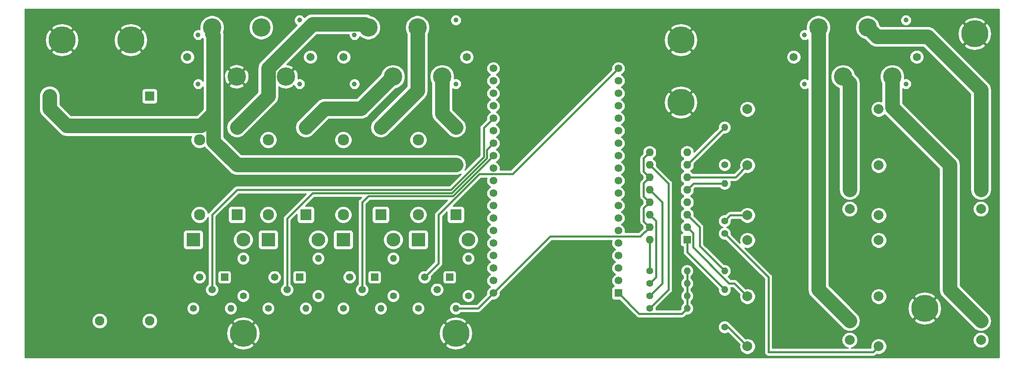
<source format=gbr>
%TF.GenerationSoftware,KiCad,Pcbnew,(5.1.6)-1*%
%TF.CreationDate,2021-08-29T18:12:57+02:00*%
%TF.ProjectId,hamodule,68616d6f-6475-46c6-952e-6b696361645f,rev?*%
%TF.SameCoordinates,Original*%
%TF.FileFunction,Copper,L2,Bot*%
%TF.FilePolarity,Positive*%
%FSLAX46Y46*%
G04 Gerber Fmt 4.6, Leading zero omitted, Abs format (unit mm)*
G04 Created by KiCad (PCBNEW (5.1.6)-1) date 2021-08-29 18:12:57*
%MOMM*%
%LPD*%
G01*
G04 APERTURE LIST*
%TA.AperFunction,ComponentPad*%
%ADD10C,5.500000*%
%TD*%
%TA.AperFunction,ComponentPad*%
%ADD11C,1.560000*%
%TD*%
%TA.AperFunction,ComponentPad*%
%ADD12R,1.560000X1.560000*%
%TD*%
%TA.AperFunction,ComponentPad*%
%ADD13R,1.500000X1.500000*%
%TD*%
%TA.AperFunction,ComponentPad*%
%ADD14C,1.500000*%
%TD*%
%TA.AperFunction,ComponentPad*%
%ADD15C,2.000000*%
%TD*%
%TA.AperFunction,ComponentPad*%
%ADD16R,2.000000X2.000000*%
%TD*%
%TA.AperFunction,ComponentPad*%
%ADD17O,1.400000X1.400000*%
%TD*%
%TA.AperFunction,ComponentPad*%
%ADD18C,1.400000*%
%TD*%
%TA.AperFunction,ComponentPad*%
%ADD19C,1.650000*%
%TD*%
%TA.AperFunction,ComponentPad*%
%ADD20C,1.000000*%
%TD*%
%TA.AperFunction,ComponentPad*%
%ADD21C,3.735000*%
%TD*%
%TA.AperFunction,ComponentPad*%
%ADD22C,1.950000*%
%TD*%
%TA.AperFunction,ComponentPad*%
%ADD23R,1.950000X1.950000*%
%TD*%
%TA.AperFunction,ComponentPad*%
%ADD24C,2.300000*%
%TD*%
%TA.AperFunction,ComponentPad*%
%ADD25R,2.300000X2.300000*%
%TD*%
%TA.AperFunction,ComponentPad*%
%ADD26O,1.600000X1.600000*%
%TD*%
%TA.AperFunction,ComponentPad*%
%ADD27R,1.600000X1.600000*%
%TD*%
%TA.AperFunction,ComponentPad*%
%ADD28O,2.800000X2.800000*%
%TD*%
%TA.AperFunction,ComponentPad*%
%ADD29R,2.800000X2.800000*%
%TD*%
%TA.AperFunction,Conductor*%
%ADD30C,0.400000*%
%TD*%
%TA.AperFunction,Conductor*%
%ADD31C,3.000000*%
%TD*%
%TA.AperFunction,Conductor*%
%ADD32C,0.250000*%
%TD*%
%TA.AperFunction,Conductor*%
%ADD33C,0.254000*%
%TD*%
G04 APERTURE END LIST*
D10*
%TO.P,H8,1*%
%TO.N,Earth*%
X151130000Y-36830000D03*
%TD*%
%TO.P,H7,1*%
%TO.N,Earth*%
X200660000Y-78740000D03*
%TD*%
%TO.P,H6,1*%
%TO.N,Earth*%
X210820000Y-22860000D03*
%TD*%
%TO.P,H5,1*%
%TO.N,Earth*%
X62230000Y-83820000D03*
%TD*%
%TO.P,H4,1*%
%TO.N,Earth*%
X39370000Y-24130000D03*
%TD*%
%TO.P,H3,1*%
%TO.N,Earth*%
X105410000Y-83820000D03*
%TD*%
%TO.P,H2,1*%
%TO.N,Earth*%
X25400000Y-24130000D03*
%TD*%
%TO.P,H1,1*%
%TO.N,Earth*%
X151130000Y-24130000D03*
%TD*%
D11*
%TO.P,U1,38*%
%TO.N,N/C*%
X113030000Y-29920000D03*
%TO.P,U1,37*%
X113030000Y-32460000D03*
%TO.P,U1,36*%
X113030000Y-35000000D03*
%TO.P,U1,35*%
X113030000Y-37540000D03*
%TO.P,U1,34*%
%TO.N,Net-(Q1-Pad2)*%
X113030000Y-40080000D03*
%TO.P,U1,33*%
%TO.N,N/C*%
X113030000Y-42620000D03*
%TO.P,U1,32*%
%TO.N,Net-(Q2-Pad2)*%
X113030000Y-45160000D03*
%TO.P,U1,31*%
%TO.N,Net-(Q3-Pad2)*%
X113030000Y-47700000D03*
%TO.P,U1,30*%
%TO.N,Net-(Q4-Pad2)*%
X113030000Y-50240000D03*
%TO.P,U1,29*%
%TO.N,N/C*%
X113030000Y-52780000D03*
%TO.P,U1,28*%
X113030000Y-55320000D03*
%TO.P,U1,27*%
X113030000Y-57860000D03*
%TO.P,U1,26*%
X113030000Y-60400000D03*
%TO.P,U1,25*%
X113030000Y-62940000D03*
%TO.P,U1,24*%
X113030000Y-65480000D03*
%TO.P,U1,23*%
X113030000Y-68020000D03*
%TO.P,U1,22*%
X113030000Y-70560000D03*
%TO.P,U1,21*%
X113030000Y-73100000D03*
%TO.P,U1,20*%
%TO.N,5VGND*%
X113030000Y-75640000D03*
%TO.P,U1,18*%
%TO.N,N/C*%
X138430000Y-32460000D03*
%TO.P,U1,17*%
X138430000Y-35000000D03*
%TO.P,U1,16*%
X138430000Y-37540000D03*
%TO.P,U1,15*%
X138430000Y-40080000D03*
%TO.P,U1,14*%
X138430000Y-42620000D03*
%TO.P,U1,13*%
X138430000Y-45160000D03*
%TO.P,U1,12*%
X138430000Y-47700000D03*
%TO.P,U1,11*%
X138430000Y-50240000D03*
%TO.P,U1,10*%
X138430000Y-52780000D03*
%TO.P,U1,9*%
X138430000Y-55320000D03*
%TO.P,U1,8*%
%TO.N,Net-(R9-Pad1)*%
X138430000Y-57860000D03*
%TO.P,U1,7*%
%TO.N,Net-(R10-Pad1)*%
X138430000Y-60400000D03*
%TO.P,U1,6*%
%TO.N,Net-(R11-Pad1)*%
X138430000Y-62940000D03*
%TO.P,U1,5*%
%TO.N,Net-(R12-Pad1)*%
X138430000Y-65480000D03*
%TO.P,U1,4*%
%TO.N,N/C*%
X138430000Y-68020000D03*
%TO.P,U1,3*%
X138430000Y-70560000D03*
%TO.P,U1,19*%
%TO.N,5V+*%
X138430000Y-29920000D03*
%TO.P,U1,2*%
%TO.N,N/C*%
X138430000Y-73100000D03*
D12*
%TO.P,U1,1*%
%TO.N,3.3V+*%
X138430000Y-75640000D03*
%TD*%
D13*
%TO.P,Q1,1*%
%TO.N,Net-(Q1-Pad1)*%
X58420000Y-72390000D03*
D14*
%TO.P,Q1,3*%
%TO.N,5V+*%
X53340000Y-72390000D03*
%TO.P,Q1,2*%
%TO.N,Net-(Q1-Pad2)*%
X55880000Y-74930000D03*
%TD*%
D13*
%TO.P,Q2,1*%
%TO.N,Net-(Q2-Pad1)*%
X73660000Y-72390000D03*
D14*
%TO.P,Q2,3*%
%TO.N,5V+*%
X68580000Y-72390000D03*
%TO.P,Q2,2*%
%TO.N,Net-(Q2-Pad2)*%
X71120000Y-74930000D03*
%TD*%
D13*
%TO.P,Q4,1*%
%TO.N,Net-(Q4-Pad1)*%
X104140000Y-72390000D03*
D14*
%TO.P,Q4,3*%
%TO.N,5V+*%
X99060000Y-72390000D03*
%TO.P,Q4,2*%
%TO.N,Net-(Q4-Pad2)*%
X101600000Y-74930000D03*
%TD*%
D13*
%TO.P,Q3,1*%
%TO.N,Net-(Q3-Pad1)*%
X88900000Y-72390000D03*
D14*
%TO.P,Q3,3*%
%TO.N,5V+*%
X83820000Y-72390000D03*
%TO.P,Q3,2*%
%TO.N,Net-(Q3-Pad2)*%
X86360000Y-74930000D03*
%TD*%
D15*
%TO.P,PS4,5*%
%TO.N,Net-(PS4-Pad5)*%
X164660000Y-86470000D03*
%TO.P,PS4,3*%
%TO.N,N/C*%
X164660000Y-64880000D03*
%TO.P,PS4,4*%
%TO.N,Net-(PS4-Pad4)*%
X164660000Y-76310000D03*
%TO.P,PS4,2*%
%TO.N,220VAC(N)*%
X185420000Y-85180000D03*
D16*
%TO.P,PS4,1*%
%TO.N,Sens1*%
X185420000Y-81280000D03*
%TD*%
D15*
%TO.P,PS2,5*%
%TO.N,Net-(PS2-Pad5)*%
X164660000Y-59800000D03*
%TO.P,PS2,3*%
%TO.N,N/C*%
X164660000Y-38210000D03*
%TO.P,PS2,4*%
%TO.N,Net-(PS2-Pad4)*%
X164660000Y-49640000D03*
%TO.P,PS2,2*%
%TO.N,220VAC(N)*%
X185420000Y-58510000D03*
D16*
%TO.P,PS2,1*%
%TO.N,Sens2*%
X185420000Y-54610000D03*
%TD*%
D15*
%TO.P,PS1,5*%
%TO.N,Net-(PS1-Pad5)*%
X191330000Y-59800000D03*
%TO.P,PS1,3*%
%TO.N,N/C*%
X191330000Y-38210000D03*
%TO.P,PS1,4*%
%TO.N,Net-(PS1-Pad4)*%
X191330000Y-49640000D03*
%TO.P,PS1,2*%
%TO.N,220VAC(N)*%
X212090000Y-58510000D03*
D16*
%TO.P,PS1,1*%
%TO.N,Sens3*%
X212090000Y-54610000D03*
%TD*%
D15*
%TO.P,PS3,5*%
%TO.N,Net-(PS3-Pad5)*%
X191330000Y-86470000D03*
%TO.P,PS3,3*%
%TO.N,N/C*%
X191330000Y-64880000D03*
%TO.P,PS3,4*%
%TO.N,Net-(PS3-Pad4)*%
X191330000Y-76310000D03*
%TO.P,PS3,2*%
%TO.N,220VAC(N)*%
X212090000Y-85180000D03*
D16*
%TO.P,PS3,1*%
%TO.N,Sens4*%
X212090000Y-81280000D03*
%TD*%
D17*
%TO.P,R5,2*%
%TO.N,Net-(R5-Pad2)*%
X160020000Y-41910000D03*
D18*
%TO.P,R5,1*%
%TO.N,Net-(PS1-Pad5)*%
X160020000Y-49530000D03*
%TD*%
D17*
%TO.P,R6,2*%
%TO.N,Net-(R6-Pad2)*%
X160020000Y-53340000D03*
D18*
%TO.P,R6,1*%
%TO.N,Net-(PS2-Pad5)*%
X160020000Y-60960000D03*
%TD*%
D19*
%TO.P,J2,MH6*%
%TO.N,N/C*%
X75880000Y-27590000D03*
%TO.P,J2,MH5*%
X50880000Y-27590000D03*
D20*
%TO.P,J2,MH4*%
X73680000Y-33090000D03*
%TO.P,J2,MH3*%
X73680000Y-20090000D03*
%TO.P,J2,MH2*%
X53080000Y-33090000D03*
%TO.P,J2,MH1*%
X53080000Y-23090000D03*
D21*
%TO.P,J2,4*%
%TO.N,Earth*%
X70880000Y-31590000D03*
%TO.P,J2,3*%
%TO.N,220VAC(N)*%
X65880000Y-21590000D03*
%TO.P,J2,2*%
%TO.N,Earth*%
X60880000Y-31590000D03*
%TO.P,J2,1*%
%TO.N,220VAC(L)*%
X55880000Y-21590000D03*
%TD*%
D22*
%TO.P,PS5,5*%
%TO.N,5V+*%
X43220000Y-81280000D03*
%TO.P,PS5,4*%
%TO.N,5VGND*%
X33060000Y-81280000D03*
%TO.P,PS5,2*%
%TO.N,220VAC(L)*%
X22900000Y-35560000D03*
D23*
%TO.P,PS5,1*%
%TO.N,220VAC(N)*%
X43220000Y-35560000D03*
%TD*%
D24*
%TO.P,K2,5*%
%TO.N,5VGND*%
X67310000Y-59690000D03*
%TO.P,K2,4*%
%TO.N,N/C*%
X67310000Y-44450000D03*
%TO.P,K2,3*%
%TO.N,REO2*%
X74930000Y-41910000D03*
%TO.P,K2,2*%
%TO.N,220VAC(L)*%
X74930000Y-49530000D03*
D25*
%TO.P,K2,1*%
%TO.N,Net-(D2-Pad2)*%
X74930000Y-59690000D03*
%TD*%
D26*
%TO.P,U2,16*%
%TO.N,Net-(R12-Pad1)*%
X144780000Y-64770000D03*
%TO.P,U2,8*%
%TO.N,Net-(PS1-Pad4)*%
X152400000Y-46990000D03*
%TO.P,U2,15*%
%TO.N,5VGND*%
X144780000Y-62230000D03*
%TO.P,U2,7*%
%TO.N,Net-(R5-Pad2)*%
X152400000Y-49530000D03*
%TO.P,U2,14*%
%TO.N,Net-(R11-Pad1)*%
X144780000Y-59690000D03*
%TO.P,U2,6*%
%TO.N,Net-(PS2-Pad4)*%
X152400000Y-52070000D03*
%TO.P,U2,13*%
%TO.N,5VGND*%
X144780000Y-57150000D03*
%TO.P,U2,5*%
%TO.N,Net-(R6-Pad2)*%
X152400000Y-54610000D03*
%TO.P,U2,12*%
%TO.N,Net-(R10-Pad1)*%
X144780000Y-54610000D03*
%TO.P,U2,4*%
%TO.N,Net-(PS3-Pad4)*%
X152400000Y-57150000D03*
%TO.P,U2,11*%
%TO.N,5VGND*%
X144780000Y-52070000D03*
%TO.P,U2,3*%
%TO.N,Net-(R7-Pad2)*%
X152400000Y-59690000D03*
%TO.P,U2,10*%
%TO.N,Net-(R9-Pad1)*%
X144780000Y-49530000D03*
%TO.P,U2,2*%
%TO.N,Net-(PS4-Pad4)*%
X152400000Y-62230000D03*
%TO.P,U2,9*%
%TO.N,5VGND*%
X144780000Y-46990000D03*
D27*
%TO.P,U2,1*%
%TO.N,Net-(R8-Pad2)*%
X152400000Y-64770000D03*
%TD*%
D21*
%TO.P,J3,1*%
%TO.N,Sens1*%
X179070000Y-21590000D03*
%TO.P,J3,2*%
%TO.N,Sens2*%
X184070000Y-31590000D03*
%TO.P,J3,3*%
%TO.N,Sens3*%
X189070000Y-21590000D03*
%TO.P,J3,4*%
%TO.N,Sens4*%
X194070000Y-31590000D03*
D20*
%TO.P,J3,MH1*%
%TO.N,N/C*%
X176270000Y-23090000D03*
%TO.P,J3,MH2*%
X176270000Y-33090000D03*
%TO.P,J3,MH3*%
X196870000Y-20090000D03*
%TO.P,J3,MH4*%
X196870000Y-33090000D03*
D19*
%TO.P,J3,MH5*%
X174070000Y-27590000D03*
%TO.P,J3,MH6*%
X199070000Y-27590000D03*
%TD*%
%TO.P,J1,MH6*%
%TO.N,N/C*%
X107630000Y-27590000D03*
%TO.P,J1,MH5*%
X82630000Y-27590000D03*
D20*
%TO.P,J1,MH4*%
X105430000Y-33090000D03*
%TO.P,J1,MH3*%
X105430000Y-20090000D03*
%TO.P,J1,MH2*%
X84830000Y-33090000D03*
%TO.P,J1,MH1*%
X84830000Y-23090000D03*
D21*
%TO.P,J1,4*%
%TO.N,REO4*%
X102630000Y-31590000D03*
%TO.P,J1,3*%
%TO.N,REO3*%
X97630000Y-21590000D03*
%TO.P,J1,2*%
%TO.N,REO2*%
X92630000Y-31590000D03*
%TO.P,J1,1*%
%TO.N,REO1*%
X87630000Y-21590000D03*
%TD*%
D17*
%TO.P,R16,2*%
%TO.N,Net-(D4-Pad2)*%
X107950000Y-68580000D03*
D18*
%TO.P,R16,1*%
%TO.N,Net-(Q4-Pad1)*%
X107950000Y-76200000D03*
%TD*%
D17*
%TO.P,R15,2*%
%TO.N,Net-(D3-Pad2)*%
X92710000Y-68580000D03*
D18*
%TO.P,R15,1*%
%TO.N,Net-(Q3-Pad1)*%
X92710000Y-76200000D03*
%TD*%
D17*
%TO.P,R14,2*%
%TO.N,Net-(D2-Pad2)*%
X77470000Y-68580000D03*
D18*
%TO.P,R14,1*%
%TO.N,Net-(Q2-Pad1)*%
X77470000Y-76200000D03*
%TD*%
D17*
%TO.P,R13,2*%
%TO.N,Net-(D1-Pad2)*%
X62230000Y-68580000D03*
D18*
%TO.P,R13,1*%
%TO.N,Net-(Q1-Pad1)*%
X62230000Y-76200000D03*
%TD*%
D17*
%TO.P,R12,2*%
%TO.N,3.3V+*%
X152400000Y-71120000D03*
D18*
%TO.P,R12,1*%
%TO.N,Net-(R12-Pad1)*%
X144780000Y-71120000D03*
%TD*%
D17*
%TO.P,R11,2*%
%TO.N,3.3V+*%
X152400000Y-73660000D03*
D18*
%TO.P,R11,1*%
%TO.N,Net-(R11-Pad1)*%
X144780000Y-73660000D03*
%TD*%
D17*
%TO.P,R10,2*%
%TO.N,3.3V+*%
X152400000Y-76200000D03*
D18*
%TO.P,R10,1*%
%TO.N,Net-(R10-Pad1)*%
X144780000Y-76200000D03*
%TD*%
D17*
%TO.P,R9,2*%
%TO.N,3.3V+*%
X152400000Y-78740000D03*
D18*
%TO.P,R9,1*%
%TO.N,Net-(R9-Pad1)*%
X144780000Y-78740000D03*
%TD*%
D17*
%TO.P,R8,2*%
%TO.N,Net-(R8-Pad2)*%
X160020000Y-74930000D03*
D18*
%TO.P,R8,1*%
%TO.N,Net-(PS4-Pad5)*%
X160020000Y-82550000D03*
%TD*%
D17*
%TO.P,R7,2*%
%TO.N,Net-(R7-Pad2)*%
X160020000Y-71120000D03*
D18*
%TO.P,R7,1*%
%TO.N,Net-(PS3-Pad5)*%
X160020000Y-63500000D03*
%TD*%
D17*
%TO.P,R4,2*%
%TO.N,5VGND*%
X105410000Y-78740000D03*
D18*
%TO.P,R4,1*%
%TO.N,Net-(Q4-Pad2)*%
X97790000Y-78740000D03*
%TD*%
D17*
%TO.P,R3,2*%
%TO.N,5VGND*%
X90170000Y-78740000D03*
D18*
%TO.P,R3,1*%
%TO.N,Net-(Q3-Pad2)*%
X82550000Y-78740000D03*
%TD*%
D17*
%TO.P,R2,2*%
%TO.N,5VGND*%
X74930000Y-78740000D03*
D18*
%TO.P,R2,1*%
%TO.N,Net-(Q2-Pad2)*%
X67310000Y-78740000D03*
%TD*%
D17*
%TO.P,R1,2*%
%TO.N,5VGND*%
X59690000Y-78740000D03*
D18*
%TO.P,R1,1*%
%TO.N,Net-(Q1-Pad2)*%
X52070000Y-78740000D03*
%TD*%
D24*
%TO.P,K4,5*%
%TO.N,5VGND*%
X97790000Y-59690000D03*
%TO.P,K4,4*%
%TO.N,N/C*%
X97790000Y-44450000D03*
%TO.P,K4,3*%
%TO.N,REO4*%
X105410000Y-41910000D03*
%TO.P,K4,2*%
%TO.N,220VAC(L)*%
X105410000Y-49530000D03*
D25*
%TO.P,K4,1*%
%TO.N,Net-(D4-Pad2)*%
X105410000Y-59690000D03*
%TD*%
D24*
%TO.P,K3,5*%
%TO.N,5VGND*%
X82550000Y-59690000D03*
%TO.P,K3,4*%
%TO.N,N/C*%
X82550000Y-44450000D03*
%TO.P,K3,3*%
%TO.N,REO3*%
X90170000Y-41910000D03*
%TO.P,K3,2*%
%TO.N,220VAC(L)*%
X90170000Y-49530000D03*
D25*
%TO.P,K3,1*%
%TO.N,Net-(D3-Pad2)*%
X90170000Y-59690000D03*
%TD*%
D24*
%TO.P,K1,5*%
%TO.N,5VGND*%
X53340000Y-59690000D03*
%TO.P,K1,4*%
%TO.N,N/C*%
X53340000Y-44450000D03*
%TO.P,K1,3*%
%TO.N,REO1*%
X60960000Y-41910000D03*
%TO.P,K1,2*%
%TO.N,220VAC(L)*%
X60960000Y-49530000D03*
D25*
%TO.P,K1,1*%
%TO.N,Net-(D1-Pad2)*%
X60960000Y-59690000D03*
%TD*%
D28*
%TO.P,D4,2*%
%TO.N,Net-(D4-Pad2)*%
X107950000Y-64770000D03*
D29*
%TO.P,D4,1*%
%TO.N,5VGND*%
X97790000Y-64770000D03*
%TD*%
D28*
%TO.P,D3,2*%
%TO.N,Net-(D3-Pad2)*%
X92710000Y-64770000D03*
D29*
%TO.P,D3,1*%
%TO.N,5VGND*%
X82550000Y-64770000D03*
%TD*%
D28*
%TO.P,D2,2*%
%TO.N,Net-(D2-Pad2)*%
X77470000Y-64770000D03*
D29*
%TO.P,D2,1*%
%TO.N,5VGND*%
X67310000Y-64770000D03*
%TD*%
D28*
%TO.P,D1,2*%
%TO.N,Net-(D1-Pad2)*%
X62230000Y-64770000D03*
D29*
%TO.P,D1,1*%
%TO.N,5VGND*%
X52070000Y-64770000D03*
%TD*%
D30*
%TO.N,5VGND*%
X124549999Y-64120001D02*
X113030000Y-75640000D01*
X142889999Y-64120001D02*
X124549999Y-64120001D01*
X144780000Y-62230000D02*
X142889999Y-64120001D01*
X109930000Y-78740000D02*
X105410000Y-78740000D01*
X113030000Y-75640000D02*
X109930000Y-78740000D01*
X143579999Y-58350001D02*
X144780000Y-57150000D01*
X143579999Y-61029999D02*
X143579999Y-58350001D01*
X144780000Y-62230000D02*
X143579999Y-61029999D01*
X143579999Y-53270001D02*
X144780000Y-52070000D01*
X143579999Y-55949999D02*
X143579999Y-53270001D01*
X144780000Y-57150000D02*
X143579999Y-55949999D01*
X143579999Y-48190001D02*
X144780000Y-46990000D01*
X143579999Y-50869999D02*
X143579999Y-48190001D01*
X144780000Y-52070000D02*
X143579999Y-50869999D01*
D31*
%TO.N,220VAC(L)*%
X56190001Y-44760001D02*
X60960000Y-49530000D01*
X55880000Y-22860000D02*
X56190001Y-23170001D01*
X60960000Y-49530000D02*
X105410000Y-49530000D01*
X56190001Y-23170001D02*
X56190001Y-35249999D01*
X56190001Y-35249999D02*
X56190001Y-39059999D01*
X56190001Y-41599999D02*
X56190001Y-44760001D01*
X56190001Y-39059999D02*
X56190001Y-41599999D01*
X22900000Y-35560000D02*
X22900000Y-38140000D01*
X22900000Y-38140000D02*
X26359999Y-41599999D01*
X56190001Y-39059999D02*
X53650001Y-41599999D01*
X53650001Y-41599999D02*
X26359999Y-41599999D01*
D30*
%TO.N,Net-(PS2-Pad5)*%
X161180000Y-59800000D02*
X160020000Y-60960000D01*
X164660000Y-59800000D02*
X161180000Y-59800000D01*
%TO.N,Net-(PS2-Pad4)*%
X162230000Y-52070000D02*
X164660000Y-49640000D01*
X152400000Y-52070000D02*
X162230000Y-52070000D01*
%TO.N,Net-(PS3-Pad5)*%
X190170000Y-87630000D02*
X191330000Y-86470000D01*
X168910000Y-87630000D02*
X190170000Y-87630000D01*
X160020000Y-63500000D02*
X168910000Y-72390000D01*
X168910000Y-72390000D02*
X168910000Y-87630000D01*
%TO.N,Net-(PS4-Pad5)*%
X160740000Y-82550000D02*
X160020000Y-82550000D01*
X164660000Y-86470000D02*
X160740000Y-82550000D01*
%TO.N,Net-(PS4-Pad4)*%
X164660000Y-76310000D02*
X162010000Y-73660000D01*
X153600001Y-63430001D02*
X152400000Y-62230000D01*
X160931998Y-73660000D02*
X153600001Y-66328003D01*
X153600001Y-66328003D02*
X153600001Y-63430001D01*
X162010000Y-73660000D02*
X160931998Y-73660000D01*
%TO.N,5V+*%
X101888542Y-69561458D02*
X99060000Y-72390000D01*
X110158541Y-51420001D02*
X101888542Y-59690000D01*
X138430000Y-29920000D02*
X116929999Y-51420001D01*
X101888542Y-59690000D02*
X101888542Y-69561458D01*
X116929999Y-51420001D02*
X110158541Y-51420001D01*
%TO.N,Net-(R5-Pad2)*%
X152400000Y-49530000D02*
X160020000Y-41910000D01*
%TO.N,Net-(R6-Pad2)*%
X153670000Y-53340000D02*
X152400000Y-54610000D01*
X160020000Y-53340000D02*
X153670000Y-53340000D01*
%TO.N,Net-(R7-Pad2)*%
X160020000Y-71120000D02*
X154940000Y-66040000D01*
X154940000Y-62230000D02*
X152400000Y-59690000D01*
X154940000Y-66040000D02*
X154940000Y-62230000D01*
%TO.N,Net-(R8-Pad2)*%
X152400000Y-67310000D02*
X152400000Y-64770000D01*
X160020000Y-74930000D02*
X152400000Y-67310000D01*
D32*
%TO.N,3.3V+*%
X152400000Y-71120000D02*
X152400000Y-76200000D01*
D30*
X152400000Y-78740000D02*
X152400000Y-71120000D01*
X142555001Y-79765001D02*
X138430000Y-75640000D01*
X142630001Y-79840001D02*
X142555001Y-79765001D01*
X151299999Y-79840001D02*
X142630001Y-79840001D01*
X152400000Y-78740000D02*
X151299999Y-79840001D01*
%TO.N,Net-(Q1-Pad2)*%
X111090720Y-42019280D02*
X113030000Y-40080000D01*
X111090720Y-46250738D02*
X111090720Y-42019280D01*
X55880000Y-74930000D02*
X55880000Y-59690000D01*
X55880000Y-59690000D02*
X60960000Y-54610000D01*
X60960000Y-54610000D02*
X104422916Y-54610000D01*
X104422916Y-54610000D02*
X111090719Y-47942197D01*
X111090719Y-47942197D02*
X111090720Y-46250738D01*
%TO.N,Net-(Q2-Pad2)*%
X71120000Y-60479998D02*
X76320007Y-55279991D01*
X71120000Y-74930000D02*
X71120000Y-60479998D01*
X76320007Y-55279991D02*
X104601467Y-55279991D01*
X104601467Y-55279991D02*
X111690729Y-48190729D01*
X111690729Y-46499271D02*
X113030000Y-45160000D01*
X111690729Y-48190729D02*
X111690729Y-46499271D01*
%TO.N,Net-(Q3-Pad2)*%
X86360000Y-57150000D02*
X86360000Y-74930000D01*
X87630000Y-55880000D02*
X86360000Y-57150000D01*
X113030000Y-47700000D02*
X104850000Y-55880000D01*
X104850000Y-55880000D02*
X87630000Y-55880000D01*
%TO.N,Net-(R9-Pad1)*%
X144780000Y-49530000D02*
X148590000Y-53340000D01*
X148590000Y-74930000D02*
X144780000Y-78740000D01*
X148590000Y-53340000D02*
X148590000Y-74930000D01*
%TO.N,Net-(R10-Pad1)*%
X144780000Y-76200000D02*
X147320000Y-73660000D01*
X147320000Y-57150000D02*
X144780000Y-54610000D01*
X147320000Y-73660000D02*
X147320000Y-57150000D01*
%TO.N,Net-(R11-Pad1)*%
X144780000Y-59690000D02*
X146050000Y-60960000D01*
X146050000Y-72390000D02*
X146050000Y-60960000D01*
X144780000Y-73660000D02*
X146050000Y-72390000D01*
%TO.N,Net-(R12-Pad1)*%
X144780000Y-71120000D02*
X144780000Y-64770000D01*
D31*
%TO.N,Sens4*%
X205740000Y-74930000D02*
X212090000Y-81280000D01*
X194070000Y-31590000D02*
X194070000Y-37860000D01*
X194070000Y-37860000D02*
X205740000Y-49530000D01*
X205740000Y-49530000D02*
X205740000Y-74930000D01*
%TO.N,Sens3*%
X190937499Y-23457499D02*
X201257499Y-23457499D01*
X189070000Y-21590000D02*
X190937499Y-23457499D01*
X212090000Y-34290000D02*
X212090000Y-54610000D01*
X201257499Y-23457499D02*
X212090000Y-34290000D01*
%TO.N,Sens2*%
X185420000Y-32940000D02*
X184070000Y-31590000D01*
X185420000Y-54610000D02*
X185420000Y-32940000D01*
%TO.N,Sens1*%
X179070000Y-74930000D02*
X185420000Y-81280000D01*
X179070000Y-21590000D02*
X179070000Y-74930000D01*
%TO.N,REO4*%
X102630000Y-39130000D02*
X105410000Y-41910000D01*
X102630000Y-31590000D02*
X102630000Y-39130000D01*
%TO.N,REO3*%
X97630000Y-34450000D02*
X90170000Y-41910000D01*
X97630000Y-21590000D02*
X97630000Y-34450000D01*
%TO.N,REO2*%
X74930000Y-41910000D02*
X78740000Y-38100000D01*
X86120000Y-38100000D02*
X92630000Y-31590000D01*
X78740000Y-38100000D02*
X86120000Y-38100000D01*
%TO.N,REO1*%
X86929999Y-20889999D02*
X87630000Y-21590000D01*
X67312499Y-29877599D02*
X76300099Y-20889999D01*
X67312499Y-35557501D02*
X67312499Y-29877599D01*
X76300099Y-20889999D02*
X86929999Y-20889999D01*
X60960000Y-41910000D02*
X67312499Y-35557501D01*
%TD*%
D33*
%TO.N,Earth*%
G36*
X215773000Y-88773000D02*
G01*
X17907000Y-88773000D01*
X17907000Y-86200928D01*
X60028677Y-86200928D01*
X60334859Y-86644503D01*
X60922306Y-86959954D01*
X61560008Y-87154740D01*
X62223457Y-87221372D01*
X62887158Y-87157292D01*
X63525605Y-86964962D01*
X64114262Y-86651772D01*
X64125141Y-86644503D01*
X64431323Y-86200928D01*
X103208677Y-86200928D01*
X103514859Y-86644503D01*
X104102306Y-86959954D01*
X104740008Y-87154740D01*
X105403457Y-87221372D01*
X106067158Y-87157292D01*
X106705605Y-86964962D01*
X107294262Y-86651772D01*
X107305141Y-86644503D01*
X107611323Y-86200928D01*
X105410000Y-83999605D01*
X103208677Y-86200928D01*
X64431323Y-86200928D01*
X62230000Y-83999605D01*
X60028677Y-86200928D01*
X17907000Y-86200928D01*
X17907000Y-83813457D01*
X58828628Y-83813457D01*
X58892708Y-84477158D01*
X59085038Y-85115605D01*
X59398228Y-85704262D01*
X59405497Y-85715141D01*
X59849072Y-86021323D01*
X62050395Y-83820000D01*
X62409605Y-83820000D01*
X64610928Y-86021323D01*
X65054503Y-85715141D01*
X65369954Y-85127694D01*
X65564740Y-84489992D01*
X65631372Y-83826543D01*
X65630109Y-83813457D01*
X102008628Y-83813457D01*
X102072708Y-84477158D01*
X102265038Y-85115605D01*
X102578228Y-85704262D01*
X102585497Y-85715141D01*
X103029072Y-86021323D01*
X105230395Y-83820000D01*
X105589605Y-83820000D01*
X107790928Y-86021323D01*
X108234503Y-85715141D01*
X108549954Y-85127694D01*
X108744740Y-84489992D01*
X108811372Y-83826543D01*
X108747292Y-83162842D01*
X108554962Y-82524395D01*
X108498629Y-82418514D01*
X158685000Y-82418514D01*
X158685000Y-82681486D01*
X158736304Y-82939405D01*
X158836939Y-83182359D01*
X158983038Y-83401013D01*
X159168987Y-83586962D01*
X159387641Y-83733061D01*
X159630595Y-83833696D01*
X159888514Y-83885000D01*
X160151486Y-83885000D01*
X160409405Y-83833696D01*
X160652359Y-83733061D01*
X160706211Y-83697078D01*
X163073628Y-86064496D01*
X163025000Y-86308967D01*
X163025000Y-86631033D01*
X163087832Y-86946912D01*
X163211082Y-87244463D01*
X163390013Y-87512252D01*
X163617748Y-87739987D01*
X163885537Y-87918918D01*
X164183088Y-88042168D01*
X164498967Y-88105000D01*
X164821033Y-88105000D01*
X165136912Y-88042168D01*
X165434463Y-87918918D01*
X165702252Y-87739987D01*
X165929987Y-87512252D01*
X166108918Y-87244463D01*
X166232168Y-86946912D01*
X166295000Y-86631033D01*
X166295000Y-86308967D01*
X166232168Y-85993088D01*
X166108918Y-85695537D01*
X165929987Y-85427748D01*
X165702252Y-85200013D01*
X165434463Y-85021082D01*
X165136912Y-84897832D01*
X164821033Y-84835000D01*
X164498967Y-84835000D01*
X164254496Y-84883628D01*
X161359446Y-81988579D01*
X161333291Y-81956709D01*
X161206146Y-81852364D01*
X161133499Y-81813533D01*
X161056962Y-81698987D01*
X160871013Y-81513038D01*
X160652359Y-81366939D01*
X160409405Y-81266304D01*
X160151486Y-81215000D01*
X159888514Y-81215000D01*
X159630595Y-81266304D01*
X159387641Y-81366939D01*
X159168987Y-81513038D01*
X158983038Y-81698987D01*
X158836939Y-81917641D01*
X158736304Y-82160595D01*
X158685000Y-82418514D01*
X108498629Y-82418514D01*
X108241772Y-81935738D01*
X108234503Y-81924859D01*
X107790928Y-81618677D01*
X105589605Y-83820000D01*
X105230395Y-83820000D01*
X103029072Y-81618677D01*
X102585497Y-81924859D01*
X102270046Y-82512306D01*
X102075260Y-83150008D01*
X102008628Y-83813457D01*
X65630109Y-83813457D01*
X65567292Y-83162842D01*
X65374962Y-82524395D01*
X65061772Y-81935738D01*
X65054503Y-81924859D01*
X64610928Y-81618677D01*
X62409605Y-83820000D01*
X62050395Y-83820000D01*
X59849072Y-81618677D01*
X59405497Y-81924859D01*
X59090046Y-82512306D01*
X58895260Y-83150008D01*
X58828628Y-83813457D01*
X17907000Y-83813457D01*
X17907000Y-81121429D01*
X31450000Y-81121429D01*
X31450000Y-81438571D01*
X31511871Y-81749620D01*
X31633237Y-82042621D01*
X31809431Y-82306315D01*
X32033685Y-82530569D01*
X32297379Y-82706763D01*
X32590380Y-82828129D01*
X32901429Y-82890000D01*
X33218571Y-82890000D01*
X33529620Y-82828129D01*
X33822621Y-82706763D01*
X34086315Y-82530569D01*
X34310569Y-82306315D01*
X34486763Y-82042621D01*
X34608129Y-81749620D01*
X34670000Y-81438571D01*
X34670000Y-81121429D01*
X41610000Y-81121429D01*
X41610000Y-81438571D01*
X41671871Y-81749620D01*
X41793237Y-82042621D01*
X41969431Y-82306315D01*
X42193685Y-82530569D01*
X42457379Y-82706763D01*
X42750380Y-82828129D01*
X43061429Y-82890000D01*
X43378571Y-82890000D01*
X43689620Y-82828129D01*
X43982621Y-82706763D01*
X44246315Y-82530569D01*
X44470569Y-82306315D01*
X44646763Y-82042621D01*
X44768129Y-81749620D01*
X44829900Y-81439072D01*
X60028677Y-81439072D01*
X62230000Y-83640395D01*
X64431323Y-81439072D01*
X103208677Y-81439072D01*
X105410000Y-83640395D01*
X107611323Y-81439072D01*
X107305141Y-80995497D01*
X106717694Y-80680046D01*
X106079992Y-80485260D01*
X105416543Y-80418628D01*
X104752842Y-80482708D01*
X104114395Y-80675038D01*
X103525738Y-80988228D01*
X103514859Y-80995497D01*
X103208677Y-81439072D01*
X64431323Y-81439072D01*
X64125141Y-80995497D01*
X63537694Y-80680046D01*
X62899992Y-80485260D01*
X62236543Y-80418628D01*
X61572842Y-80482708D01*
X60934395Y-80675038D01*
X60345738Y-80988228D01*
X60334859Y-80995497D01*
X60028677Y-81439072D01*
X44829900Y-81439072D01*
X44830000Y-81438571D01*
X44830000Y-81121429D01*
X44768129Y-80810380D01*
X44646763Y-80517379D01*
X44470569Y-80253685D01*
X44246315Y-80029431D01*
X43982621Y-79853237D01*
X43689620Y-79731871D01*
X43378571Y-79670000D01*
X43061429Y-79670000D01*
X42750380Y-79731871D01*
X42457379Y-79853237D01*
X42193685Y-80029431D01*
X41969431Y-80253685D01*
X41793237Y-80517379D01*
X41671871Y-80810380D01*
X41610000Y-81121429D01*
X34670000Y-81121429D01*
X34608129Y-80810380D01*
X34486763Y-80517379D01*
X34310569Y-80253685D01*
X34086315Y-80029431D01*
X33822621Y-79853237D01*
X33529620Y-79731871D01*
X33218571Y-79670000D01*
X32901429Y-79670000D01*
X32590380Y-79731871D01*
X32297379Y-79853237D01*
X32033685Y-80029431D01*
X31809431Y-80253685D01*
X31633237Y-80517379D01*
X31511871Y-80810380D01*
X31450000Y-81121429D01*
X17907000Y-81121429D01*
X17907000Y-78608514D01*
X50735000Y-78608514D01*
X50735000Y-78871486D01*
X50786304Y-79129405D01*
X50886939Y-79372359D01*
X51033038Y-79591013D01*
X51218987Y-79776962D01*
X51437641Y-79923061D01*
X51680595Y-80023696D01*
X51938514Y-80075000D01*
X52201486Y-80075000D01*
X52459405Y-80023696D01*
X52702359Y-79923061D01*
X52921013Y-79776962D01*
X53106962Y-79591013D01*
X53253061Y-79372359D01*
X53353696Y-79129405D01*
X53405000Y-78871486D01*
X53405000Y-78608514D01*
X58355000Y-78608514D01*
X58355000Y-78871486D01*
X58406304Y-79129405D01*
X58506939Y-79372359D01*
X58653038Y-79591013D01*
X58838987Y-79776962D01*
X59057641Y-79923061D01*
X59300595Y-80023696D01*
X59558514Y-80075000D01*
X59821486Y-80075000D01*
X60079405Y-80023696D01*
X60322359Y-79923061D01*
X60541013Y-79776962D01*
X60726962Y-79591013D01*
X60873061Y-79372359D01*
X60973696Y-79129405D01*
X61025000Y-78871486D01*
X61025000Y-78608514D01*
X65975000Y-78608514D01*
X65975000Y-78871486D01*
X66026304Y-79129405D01*
X66126939Y-79372359D01*
X66273038Y-79591013D01*
X66458987Y-79776962D01*
X66677641Y-79923061D01*
X66920595Y-80023696D01*
X67178514Y-80075000D01*
X67441486Y-80075000D01*
X67699405Y-80023696D01*
X67942359Y-79923061D01*
X68161013Y-79776962D01*
X68346962Y-79591013D01*
X68493061Y-79372359D01*
X68593696Y-79129405D01*
X68645000Y-78871486D01*
X68645000Y-78608514D01*
X73595000Y-78608514D01*
X73595000Y-78871486D01*
X73646304Y-79129405D01*
X73746939Y-79372359D01*
X73893038Y-79591013D01*
X74078987Y-79776962D01*
X74297641Y-79923061D01*
X74540595Y-80023696D01*
X74798514Y-80075000D01*
X75061486Y-80075000D01*
X75319405Y-80023696D01*
X75562359Y-79923061D01*
X75781013Y-79776962D01*
X75966962Y-79591013D01*
X76113061Y-79372359D01*
X76213696Y-79129405D01*
X76265000Y-78871486D01*
X76265000Y-78608514D01*
X81215000Y-78608514D01*
X81215000Y-78871486D01*
X81266304Y-79129405D01*
X81366939Y-79372359D01*
X81513038Y-79591013D01*
X81698987Y-79776962D01*
X81917641Y-79923061D01*
X82160595Y-80023696D01*
X82418514Y-80075000D01*
X82681486Y-80075000D01*
X82939405Y-80023696D01*
X83182359Y-79923061D01*
X83401013Y-79776962D01*
X83586962Y-79591013D01*
X83733061Y-79372359D01*
X83833696Y-79129405D01*
X83885000Y-78871486D01*
X83885000Y-78608514D01*
X88835000Y-78608514D01*
X88835000Y-78871486D01*
X88886304Y-79129405D01*
X88986939Y-79372359D01*
X89133038Y-79591013D01*
X89318987Y-79776962D01*
X89537641Y-79923061D01*
X89780595Y-80023696D01*
X90038514Y-80075000D01*
X90301486Y-80075000D01*
X90559405Y-80023696D01*
X90802359Y-79923061D01*
X91021013Y-79776962D01*
X91206962Y-79591013D01*
X91353061Y-79372359D01*
X91453696Y-79129405D01*
X91505000Y-78871486D01*
X91505000Y-78608514D01*
X96455000Y-78608514D01*
X96455000Y-78871486D01*
X96506304Y-79129405D01*
X96606939Y-79372359D01*
X96753038Y-79591013D01*
X96938987Y-79776962D01*
X97157641Y-79923061D01*
X97400595Y-80023696D01*
X97658514Y-80075000D01*
X97921486Y-80075000D01*
X98179405Y-80023696D01*
X98422359Y-79923061D01*
X98641013Y-79776962D01*
X98826962Y-79591013D01*
X98973061Y-79372359D01*
X99073696Y-79129405D01*
X99125000Y-78871486D01*
X99125000Y-78608514D01*
X99073696Y-78350595D01*
X98973061Y-78107641D01*
X98826962Y-77888987D01*
X98641013Y-77703038D01*
X98422359Y-77556939D01*
X98179405Y-77456304D01*
X97921486Y-77405000D01*
X97658514Y-77405000D01*
X97400595Y-77456304D01*
X97157641Y-77556939D01*
X96938987Y-77703038D01*
X96753038Y-77888987D01*
X96606939Y-78107641D01*
X96506304Y-78350595D01*
X96455000Y-78608514D01*
X91505000Y-78608514D01*
X91453696Y-78350595D01*
X91353061Y-78107641D01*
X91206962Y-77888987D01*
X91021013Y-77703038D01*
X90802359Y-77556939D01*
X90559405Y-77456304D01*
X90301486Y-77405000D01*
X90038514Y-77405000D01*
X89780595Y-77456304D01*
X89537641Y-77556939D01*
X89318987Y-77703038D01*
X89133038Y-77888987D01*
X88986939Y-78107641D01*
X88886304Y-78350595D01*
X88835000Y-78608514D01*
X83885000Y-78608514D01*
X83833696Y-78350595D01*
X83733061Y-78107641D01*
X83586962Y-77888987D01*
X83401013Y-77703038D01*
X83182359Y-77556939D01*
X82939405Y-77456304D01*
X82681486Y-77405000D01*
X82418514Y-77405000D01*
X82160595Y-77456304D01*
X81917641Y-77556939D01*
X81698987Y-77703038D01*
X81513038Y-77888987D01*
X81366939Y-78107641D01*
X81266304Y-78350595D01*
X81215000Y-78608514D01*
X76265000Y-78608514D01*
X76213696Y-78350595D01*
X76113061Y-78107641D01*
X75966962Y-77888987D01*
X75781013Y-77703038D01*
X75562359Y-77556939D01*
X75319405Y-77456304D01*
X75061486Y-77405000D01*
X74798514Y-77405000D01*
X74540595Y-77456304D01*
X74297641Y-77556939D01*
X74078987Y-77703038D01*
X73893038Y-77888987D01*
X73746939Y-78107641D01*
X73646304Y-78350595D01*
X73595000Y-78608514D01*
X68645000Y-78608514D01*
X68593696Y-78350595D01*
X68493061Y-78107641D01*
X68346962Y-77888987D01*
X68161013Y-77703038D01*
X67942359Y-77556939D01*
X67699405Y-77456304D01*
X67441486Y-77405000D01*
X67178514Y-77405000D01*
X66920595Y-77456304D01*
X66677641Y-77556939D01*
X66458987Y-77703038D01*
X66273038Y-77888987D01*
X66126939Y-78107641D01*
X66026304Y-78350595D01*
X65975000Y-78608514D01*
X61025000Y-78608514D01*
X60973696Y-78350595D01*
X60873061Y-78107641D01*
X60726962Y-77888987D01*
X60541013Y-77703038D01*
X60322359Y-77556939D01*
X60079405Y-77456304D01*
X59821486Y-77405000D01*
X59558514Y-77405000D01*
X59300595Y-77456304D01*
X59057641Y-77556939D01*
X58838987Y-77703038D01*
X58653038Y-77888987D01*
X58506939Y-78107641D01*
X58406304Y-78350595D01*
X58355000Y-78608514D01*
X53405000Y-78608514D01*
X53353696Y-78350595D01*
X53253061Y-78107641D01*
X53106962Y-77888987D01*
X52921013Y-77703038D01*
X52702359Y-77556939D01*
X52459405Y-77456304D01*
X52201486Y-77405000D01*
X51938514Y-77405000D01*
X51680595Y-77456304D01*
X51437641Y-77556939D01*
X51218987Y-77703038D01*
X51033038Y-77888987D01*
X50886939Y-78107641D01*
X50786304Y-78350595D01*
X50735000Y-78608514D01*
X17907000Y-78608514D01*
X17907000Y-72253589D01*
X51955000Y-72253589D01*
X51955000Y-72526411D01*
X52008225Y-72793989D01*
X52112629Y-73046043D01*
X52264201Y-73272886D01*
X52457114Y-73465799D01*
X52683957Y-73617371D01*
X52936011Y-73721775D01*
X53203589Y-73775000D01*
X53476411Y-73775000D01*
X53743989Y-73721775D01*
X53996043Y-73617371D01*
X54222886Y-73465799D01*
X54415799Y-73272886D01*
X54567371Y-73046043D01*
X54671775Y-72793989D01*
X54725000Y-72526411D01*
X54725000Y-72253589D01*
X54671775Y-71986011D01*
X54567371Y-71733957D01*
X54415799Y-71507114D01*
X54222886Y-71314201D01*
X53996043Y-71162629D01*
X53743989Y-71058225D01*
X53476411Y-71005000D01*
X53203589Y-71005000D01*
X52936011Y-71058225D01*
X52683957Y-71162629D01*
X52457114Y-71314201D01*
X52264201Y-71507114D01*
X52112629Y-71733957D01*
X52008225Y-71986011D01*
X51955000Y-72253589D01*
X17907000Y-72253589D01*
X17907000Y-63370000D01*
X50031928Y-63370000D01*
X50031928Y-66170000D01*
X50044188Y-66294482D01*
X50080498Y-66414180D01*
X50139463Y-66524494D01*
X50218815Y-66621185D01*
X50315506Y-66700537D01*
X50425820Y-66759502D01*
X50545518Y-66795812D01*
X50670000Y-66808072D01*
X53470000Y-66808072D01*
X53594482Y-66795812D01*
X53714180Y-66759502D01*
X53824494Y-66700537D01*
X53921185Y-66621185D01*
X54000537Y-66524494D01*
X54059502Y-66414180D01*
X54095812Y-66294482D01*
X54108072Y-66170000D01*
X54108072Y-63370000D01*
X54095812Y-63245518D01*
X54059502Y-63125820D01*
X54000537Y-63015506D01*
X53921185Y-62918815D01*
X53824494Y-62839463D01*
X53714180Y-62780498D01*
X53594482Y-62744188D01*
X53470000Y-62731928D01*
X50670000Y-62731928D01*
X50545518Y-62744188D01*
X50425820Y-62780498D01*
X50315506Y-62839463D01*
X50218815Y-62918815D01*
X50139463Y-63015506D01*
X50080498Y-63125820D01*
X50044188Y-63245518D01*
X50031928Y-63370000D01*
X17907000Y-63370000D01*
X17907000Y-38140000D01*
X20754671Y-38140000D01*
X20765000Y-38244872D01*
X20765000Y-38244882D01*
X20795892Y-38558533D01*
X20899665Y-38900623D01*
X20917975Y-38960982D01*
X21116224Y-39331881D01*
X21316165Y-39575510D01*
X21316168Y-39575513D01*
X21383024Y-39656977D01*
X21464487Y-39723832D01*
X24776166Y-43035512D01*
X24843022Y-43116976D01*
X24924486Y-43183832D01*
X24924489Y-43183835D01*
X24999019Y-43245000D01*
X25168118Y-43383776D01*
X25539015Y-43582024D01*
X25539017Y-43582025D01*
X25941465Y-43704107D01*
X25979000Y-43707804D01*
X26255117Y-43734999D01*
X26255124Y-43734999D01*
X26359999Y-43745328D01*
X26464874Y-43734999D01*
X51704092Y-43734999D01*
X51623596Y-43929335D01*
X51555000Y-44274193D01*
X51555000Y-44625807D01*
X51623596Y-44970665D01*
X51758153Y-45295515D01*
X51953500Y-45587871D01*
X52202129Y-45836500D01*
X52494485Y-46031847D01*
X52819335Y-46166404D01*
X53164193Y-46235000D01*
X53515807Y-46235000D01*
X53860665Y-46166404D01*
X54185515Y-46031847D01*
X54379637Y-45902138D01*
X54406225Y-45951882D01*
X54606166Y-46195511D01*
X54606169Y-46195514D01*
X54673025Y-46276978D01*
X54754488Y-46343833D01*
X59376167Y-50965513D01*
X59443023Y-51046977D01*
X59524487Y-51113833D01*
X59524489Y-51113835D01*
X59618620Y-51191086D01*
X59768119Y-51313777D01*
X60139018Y-51512026D01*
X60541467Y-51634108D01*
X60855118Y-51665000D01*
X60855127Y-51665000D01*
X60959999Y-51675329D01*
X61064871Y-51665000D01*
X105514882Y-51665000D01*
X105828533Y-51634108D01*
X106230982Y-51512026D01*
X106465231Y-51386818D01*
X104077049Y-53775000D01*
X61001018Y-53775000D01*
X60960000Y-53770960D01*
X60796311Y-53787082D01*
X60638913Y-53834828D01*
X60493854Y-53912364D01*
X60420750Y-53972359D01*
X60366709Y-54016709D01*
X60340563Y-54048568D01*
X55318574Y-59070559D01*
X55286710Y-59096709D01*
X55224166Y-59172919D01*
X55182364Y-59223855D01*
X55104828Y-59368914D01*
X55099558Y-59386287D01*
X55056404Y-59169335D01*
X54921847Y-58844485D01*
X54726500Y-58552129D01*
X54477871Y-58303500D01*
X54185515Y-58108153D01*
X53860665Y-57973596D01*
X53515807Y-57905000D01*
X53164193Y-57905000D01*
X52819335Y-57973596D01*
X52494485Y-58108153D01*
X52202129Y-58303500D01*
X51953500Y-58552129D01*
X51758153Y-58844485D01*
X51623596Y-59169335D01*
X51555000Y-59514193D01*
X51555000Y-59865807D01*
X51623596Y-60210665D01*
X51758153Y-60535515D01*
X51953500Y-60827871D01*
X52202129Y-61076500D01*
X52494485Y-61271847D01*
X52819335Y-61406404D01*
X53164193Y-61475000D01*
X53515807Y-61475000D01*
X53860665Y-61406404D01*
X54185515Y-61271847D01*
X54477871Y-61076500D01*
X54726500Y-60827871D01*
X54921847Y-60535515D01*
X55045001Y-60238194D01*
X55045000Y-73822204D01*
X54997114Y-73854201D01*
X54804201Y-74047114D01*
X54652629Y-74273957D01*
X54548225Y-74526011D01*
X54495000Y-74793589D01*
X54495000Y-75066411D01*
X54548225Y-75333989D01*
X54652629Y-75586043D01*
X54804201Y-75812886D01*
X54997114Y-76005799D01*
X55223957Y-76157371D01*
X55476011Y-76261775D01*
X55743589Y-76315000D01*
X56016411Y-76315000D01*
X56283989Y-76261775D01*
X56536043Y-76157371D01*
X56669026Y-76068514D01*
X60895000Y-76068514D01*
X60895000Y-76331486D01*
X60946304Y-76589405D01*
X61046939Y-76832359D01*
X61193038Y-77051013D01*
X61378987Y-77236962D01*
X61597641Y-77383061D01*
X61840595Y-77483696D01*
X62098514Y-77535000D01*
X62361486Y-77535000D01*
X62619405Y-77483696D01*
X62862359Y-77383061D01*
X63081013Y-77236962D01*
X63266962Y-77051013D01*
X63413061Y-76832359D01*
X63513696Y-76589405D01*
X63565000Y-76331486D01*
X63565000Y-76068514D01*
X63513696Y-75810595D01*
X63413061Y-75567641D01*
X63266962Y-75348987D01*
X63081013Y-75163038D01*
X62862359Y-75016939D01*
X62619405Y-74916304D01*
X62361486Y-74865000D01*
X62098514Y-74865000D01*
X61840595Y-74916304D01*
X61597641Y-75016939D01*
X61378987Y-75163038D01*
X61193038Y-75348987D01*
X61046939Y-75567641D01*
X60946304Y-75810595D01*
X60895000Y-76068514D01*
X56669026Y-76068514D01*
X56762886Y-76005799D01*
X56955799Y-75812886D01*
X57107371Y-75586043D01*
X57211775Y-75333989D01*
X57265000Y-75066411D01*
X57265000Y-74793589D01*
X57211775Y-74526011D01*
X57107371Y-74273957D01*
X56955799Y-74047114D01*
X56762886Y-73854201D01*
X56715000Y-73822205D01*
X56715000Y-71640000D01*
X57031928Y-71640000D01*
X57031928Y-73140000D01*
X57044188Y-73264482D01*
X57080498Y-73384180D01*
X57139463Y-73494494D01*
X57218815Y-73591185D01*
X57315506Y-73670537D01*
X57425820Y-73729502D01*
X57545518Y-73765812D01*
X57670000Y-73778072D01*
X59170000Y-73778072D01*
X59294482Y-73765812D01*
X59414180Y-73729502D01*
X59524494Y-73670537D01*
X59621185Y-73591185D01*
X59700537Y-73494494D01*
X59759502Y-73384180D01*
X59795812Y-73264482D01*
X59808072Y-73140000D01*
X59808072Y-72253589D01*
X67195000Y-72253589D01*
X67195000Y-72526411D01*
X67248225Y-72793989D01*
X67352629Y-73046043D01*
X67504201Y-73272886D01*
X67697114Y-73465799D01*
X67923957Y-73617371D01*
X68176011Y-73721775D01*
X68443589Y-73775000D01*
X68716411Y-73775000D01*
X68983989Y-73721775D01*
X69236043Y-73617371D01*
X69462886Y-73465799D01*
X69655799Y-73272886D01*
X69807371Y-73046043D01*
X69911775Y-72793989D01*
X69965000Y-72526411D01*
X69965000Y-72253589D01*
X69911775Y-71986011D01*
X69807371Y-71733957D01*
X69655799Y-71507114D01*
X69462886Y-71314201D01*
X69236043Y-71162629D01*
X68983989Y-71058225D01*
X68716411Y-71005000D01*
X68443589Y-71005000D01*
X68176011Y-71058225D01*
X67923957Y-71162629D01*
X67697114Y-71314201D01*
X67504201Y-71507114D01*
X67352629Y-71733957D01*
X67248225Y-71986011D01*
X67195000Y-72253589D01*
X59808072Y-72253589D01*
X59808072Y-71640000D01*
X59795812Y-71515518D01*
X59759502Y-71395820D01*
X59700537Y-71285506D01*
X59621185Y-71188815D01*
X59524494Y-71109463D01*
X59414180Y-71050498D01*
X59294482Y-71014188D01*
X59170000Y-71001928D01*
X57670000Y-71001928D01*
X57545518Y-71014188D01*
X57425820Y-71050498D01*
X57315506Y-71109463D01*
X57218815Y-71188815D01*
X57139463Y-71285506D01*
X57080498Y-71395820D01*
X57044188Y-71515518D01*
X57031928Y-71640000D01*
X56715000Y-71640000D01*
X56715000Y-68448514D01*
X60895000Y-68448514D01*
X60895000Y-68711486D01*
X60946304Y-68969405D01*
X61046939Y-69212359D01*
X61193038Y-69431013D01*
X61378987Y-69616962D01*
X61597641Y-69763061D01*
X61840595Y-69863696D01*
X62098514Y-69915000D01*
X62361486Y-69915000D01*
X62619405Y-69863696D01*
X62862359Y-69763061D01*
X63081013Y-69616962D01*
X63266962Y-69431013D01*
X63413061Y-69212359D01*
X63513696Y-68969405D01*
X63565000Y-68711486D01*
X63565000Y-68448514D01*
X63513696Y-68190595D01*
X63413061Y-67947641D01*
X63266962Y-67728987D01*
X63081013Y-67543038D01*
X62862359Y-67396939D01*
X62619405Y-67296304D01*
X62361486Y-67245000D01*
X62098514Y-67245000D01*
X61840595Y-67296304D01*
X61597641Y-67396939D01*
X61378987Y-67543038D01*
X61193038Y-67728987D01*
X61046939Y-67947641D01*
X60946304Y-68190595D01*
X60895000Y-68448514D01*
X56715000Y-68448514D01*
X56715000Y-64569570D01*
X60195000Y-64569570D01*
X60195000Y-64970430D01*
X60273204Y-65363587D01*
X60426607Y-65733934D01*
X60649313Y-66067237D01*
X60932763Y-66350687D01*
X61266066Y-66573393D01*
X61636413Y-66726796D01*
X62029570Y-66805000D01*
X62430430Y-66805000D01*
X62823587Y-66726796D01*
X63193934Y-66573393D01*
X63527237Y-66350687D01*
X63810687Y-66067237D01*
X64033393Y-65733934D01*
X64186796Y-65363587D01*
X64265000Y-64970430D01*
X64265000Y-64569570D01*
X64186796Y-64176413D01*
X64033393Y-63806066D01*
X63810687Y-63472763D01*
X63707924Y-63370000D01*
X65271928Y-63370000D01*
X65271928Y-66170000D01*
X65284188Y-66294482D01*
X65320498Y-66414180D01*
X65379463Y-66524494D01*
X65458815Y-66621185D01*
X65555506Y-66700537D01*
X65665820Y-66759502D01*
X65785518Y-66795812D01*
X65910000Y-66808072D01*
X68710000Y-66808072D01*
X68834482Y-66795812D01*
X68954180Y-66759502D01*
X69064494Y-66700537D01*
X69161185Y-66621185D01*
X69240537Y-66524494D01*
X69299502Y-66414180D01*
X69335812Y-66294482D01*
X69348072Y-66170000D01*
X69348072Y-63370000D01*
X69335812Y-63245518D01*
X69299502Y-63125820D01*
X69240537Y-63015506D01*
X69161185Y-62918815D01*
X69064494Y-62839463D01*
X68954180Y-62780498D01*
X68834482Y-62744188D01*
X68710000Y-62731928D01*
X65910000Y-62731928D01*
X65785518Y-62744188D01*
X65665820Y-62780498D01*
X65555506Y-62839463D01*
X65458815Y-62918815D01*
X65379463Y-63015506D01*
X65320498Y-63125820D01*
X65284188Y-63245518D01*
X65271928Y-63370000D01*
X63707924Y-63370000D01*
X63527237Y-63189313D01*
X63193934Y-62966607D01*
X62823587Y-62813204D01*
X62430430Y-62735000D01*
X62029570Y-62735000D01*
X61636413Y-62813204D01*
X61266066Y-62966607D01*
X60932763Y-63189313D01*
X60649313Y-63472763D01*
X60426607Y-63806066D01*
X60273204Y-64176413D01*
X60195000Y-64569570D01*
X56715000Y-64569570D01*
X56715000Y-60035867D01*
X58210867Y-58540000D01*
X59171928Y-58540000D01*
X59171928Y-60840000D01*
X59184188Y-60964482D01*
X59220498Y-61084180D01*
X59279463Y-61194494D01*
X59358815Y-61291185D01*
X59455506Y-61370537D01*
X59565820Y-61429502D01*
X59685518Y-61465812D01*
X59810000Y-61478072D01*
X62110000Y-61478072D01*
X62234482Y-61465812D01*
X62354180Y-61429502D01*
X62464494Y-61370537D01*
X62561185Y-61291185D01*
X62640537Y-61194494D01*
X62699502Y-61084180D01*
X62735812Y-60964482D01*
X62748072Y-60840000D01*
X62748072Y-59514193D01*
X65525000Y-59514193D01*
X65525000Y-59865807D01*
X65593596Y-60210665D01*
X65728153Y-60535515D01*
X65923500Y-60827871D01*
X66172129Y-61076500D01*
X66464485Y-61271847D01*
X66789335Y-61406404D01*
X67134193Y-61475000D01*
X67485807Y-61475000D01*
X67830665Y-61406404D01*
X68155515Y-61271847D01*
X68447871Y-61076500D01*
X68696500Y-60827871D01*
X68891847Y-60535515D01*
X69026404Y-60210665D01*
X69095000Y-59865807D01*
X69095000Y-59514193D01*
X69026404Y-59169335D01*
X68891847Y-58844485D01*
X68696500Y-58552129D01*
X68447871Y-58303500D01*
X68155515Y-58108153D01*
X67830665Y-57973596D01*
X67485807Y-57905000D01*
X67134193Y-57905000D01*
X66789335Y-57973596D01*
X66464485Y-58108153D01*
X66172129Y-58303500D01*
X65923500Y-58552129D01*
X65728153Y-58844485D01*
X65593596Y-59169335D01*
X65525000Y-59514193D01*
X62748072Y-59514193D01*
X62748072Y-58540000D01*
X62735812Y-58415518D01*
X62699502Y-58295820D01*
X62640537Y-58185506D01*
X62561185Y-58088815D01*
X62464494Y-58009463D01*
X62354180Y-57950498D01*
X62234482Y-57914188D01*
X62110000Y-57901928D01*
X59810000Y-57901928D01*
X59685518Y-57914188D01*
X59565820Y-57950498D01*
X59455506Y-58009463D01*
X59358815Y-58088815D01*
X59279463Y-58185506D01*
X59220498Y-58295820D01*
X59184188Y-58415518D01*
X59171928Y-58540000D01*
X58210867Y-58540000D01*
X61305869Y-55445000D01*
X74974130Y-55445000D01*
X70558574Y-59860557D01*
X70526710Y-59886707D01*
X70463533Y-59963689D01*
X70422364Y-60013853D01*
X70344828Y-60158912D01*
X70297082Y-60316310D01*
X70280960Y-60479998D01*
X70285001Y-60521027D01*
X70285000Y-73822204D01*
X70237114Y-73854201D01*
X70044201Y-74047114D01*
X69892629Y-74273957D01*
X69788225Y-74526011D01*
X69735000Y-74793589D01*
X69735000Y-75066411D01*
X69788225Y-75333989D01*
X69892629Y-75586043D01*
X70044201Y-75812886D01*
X70237114Y-76005799D01*
X70463957Y-76157371D01*
X70716011Y-76261775D01*
X70983589Y-76315000D01*
X71256411Y-76315000D01*
X71523989Y-76261775D01*
X71776043Y-76157371D01*
X71909026Y-76068514D01*
X76135000Y-76068514D01*
X76135000Y-76331486D01*
X76186304Y-76589405D01*
X76286939Y-76832359D01*
X76433038Y-77051013D01*
X76618987Y-77236962D01*
X76837641Y-77383061D01*
X77080595Y-77483696D01*
X77338514Y-77535000D01*
X77601486Y-77535000D01*
X77859405Y-77483696D01*
X78102359Y-77383061D01*
X78321013Y-77236962D01*
X78506962Y-77051013D01*
X78653061Y-76832359D01*
X78753696Y-76589405D01*
X78805000Y-76331486D01*
X78805000Y-76068514D01*
X78753696Y-75810595D01*
X78653061Y-75567641D01*
X78506962Y-75348987D01*
X78321013Y-75163038D01*
X78102359Y-75016939D01*
X77859405Y-74916304D01*
X77601486Y-74865000D01*
X77338514Y-74865000D01*
X77080595Y-74916304D01*
X76837641Y-75016939D01*
X76618987Y-75163038D01*
X76433038Y-75348987D01*
X76286939Y-75567641D01*
X76186304Y-75810595D01*
X76135000Y-76068514D01*
X71909026Y-76068514D01*
X72002886Y-76005799D01*
X72195799Y-75812886D01*
X72347371Y-75586043D01*
X72451775Y-75333989D01*
X72505000Y-75066411D01*
X72505000Y-74793589D01*
X72451775Y-74526011D01*
X72347371Y-74273957D01*
X72195799Y-74047114D01*
X72002886Y-73854201D01*
X71955000Y-73822205D01*
X71955000Y-71640000D01*
X72271928Y-71640000D01*
X72271928Y-73140000D01*
X72284188Y-73264482D01*
X72320498Y-73384180D01*
X72379463Y-73494494D01*
X72458815Y-73591185D01*
X72555506Y-73670537D01*
X72665820Y-73729502D01*
X72785518Y-73765812D01*
X72910000Y-73778072D01*
X74410000Y-73778072D01*
X74534482Y-73765812D01*
X74654180Y-73729502D01*
X74764494Y-73670537D01*
X74861185Y-73591185D01*
X74940537Y-73494494D01*
X74999502Y-73384180D01*
X75035812Y-73264482D01*
X75048072Y-73140000D01*
X75048072Y-72253589D01*
X82435000Y-72253589D01*
X82435000Y-72526411D01*
X82488225Y-72793989D01*
X82592629Y-73046043D01*
X82744201Y-73272886D01*
X82937114Y-73465799D01*
X83163957Y-73617371D01*
X83416011Y-73721775D01*
X83683589Y-73775000D01*
X83956411Y-73775000D01*
X84223989Y-73721775D01*
X84476043Y-73617371D01*
X84702886Y-73465799D01*
X84895799Y-73272886D01*
X85047371Y-73046043D01*
X85151775Y-72793989D01*
X85205000Y-72526411D01*
X85205000Y-72253589D01*
X85151775Y-71986011D01*
X85047371Y-71733957D01*
X84895799Y-71507114D01*
X84702886Y-71314201D01*
X84476043Y-71162629D01*
X84223989Y-71058225D01*
X83956411Y-71005000D01*
X83683589Y-71005000D01*
X83416011Y-71058225D01*
X83163957Y-71162629D01*
X82937114Y-71314201D01*
X82744201Y-71507114D01*
X82592629Y-71733957D01*
X82488225Y-71986011D01*
X82435000Y-72253589D01*
X75048072Y-72253589D01*
X75048072Y-71640000D01*
X75035812Y-71515518D01*
X74999502Y-71395820D01*
X74940537Y-71285506D01*
X74861185Y-71188815D01*
X74764494Y-71109463D01*
X74654180Y-71050498D01*
X74534482Y-71014188D01*
X74410000Y-71001928D01*
X72910000Y-71001928D01*
X72785518Y-71014188D01*
X72665820Y-71050498D01*
X72555506Y-71109463D01*
X72458815Y-71188815D01*
X72379463Y-71285506D01*
X72320498Y-71395820D01*
X72284188Y-71515518D01*
X72271928Y-71640000D01*
X71955000Y-71640000D01*
X71955000Y-68448514D01*
X76135000Y-68448514D01*
X76135000Y-68711486D01*
X76186304Y-68969405D01*
X76286939Y-69212359D01*
X76433038Y-69431013D01*
X76618987Y-69616962D01*
X76837641Y-69763061D01*
X77080595Y-69863696D01*
X77338514Y-69915000D01*
X77601486Y-69915000D01*
X77859405Y-69863696D01*
X78102359Y-69763061D01*
X78321013Y-69616962D01*
X78506962Y-69431013D01*
X78653061Y-69212359D01*
X78753696Y-68969405D01*
X78805000Y-68711486D01*
X78805000Y-68448514D01*
X78753696Y-68190595D01*
X78653061Y-67947641D01*
X78506962Y-67728987D01*
X78321013Y-67543038D01*
X78102359Y-67396939D01*
X77859405Y-67296304D01*
X77601486Y-67245000D01*
X77338514Y-67245000D01*
X77080595Y-67296304D01*
X76837641Y-67396939D01*
X76618987Y-67543038D01*
X76433038Y-67728987D01*
X76286939Y-67947641D01*
X76186304Y-68190595D01*
X76135000Y-68448514D01*
X71955000Y-68448514D01*
X71955000Y-64569570D01*
X75435000Y-64569570D01*
X75435000Y-64970430D01*
X75513204Y-65363587D01*
X75666607Y-65733934D01*
X75889313Y-66067237D01*
X76172763Y-66350687D01*
X76506066Y-66573393D01*
X76876413Y-66726796D01*
X77269570Y-66805000D01*
X77670430Y-66805000D01*
X78063587Y-66726796D01*
X78433934Y-66573393D01*
X78767237Y-66350687D01*
X79050687Y-66067237D01*
X79273393Y-65733934D01*
X79426796Y-65363587D01*
X79505000Y-64970430D01*
X79505000Y-64569570D01*
X79426796Y-64176413D01*
X79273393Y-63806066D01*
X79050687Y-63472763D01*
X78947924Y-63370000D01*
X80511928Y-63370000D01*
X80511928Y-66170000D01*
X80524188Y-66294482D01*
X80560498Y-66414180D01*
X80619463Y-66524494D01*
X80698815Y-66621185D01*
X80795506Y-66700537D01*
X80905820Y-66759502D01*
X81025518Y-66795812D01*
X81150000Y-66808072D01*
X83950000Y-66808072D01*
X84074482Y-66795812D01*
X84194180Y-66759502D01*
X84304494Y-66700537D01*
X84401185Y-66621185D01*
X84480537Y-66524494D01*
X84539502Y-66414180D01*
X84575812Y-66294482D01*
X84588072Y-66170000D01*
X84588072Y-63370000D01*
X84575812Y-63245518D01*
X84539502Y-63125820D01*
X84480537Y-63015506D01*
X84401185Y-62918815D01*
X84304494Y-62839463D01*
X84194180Y-62780498D01*
X84074482Y-62744188D01*
X83950000Y-62731928D01*
X81150000Y-62731928D01*
X81025518Y-62744188D01*
X80905820Y-62780498D01*
X80795506Y-62839463D01*
X80698815Y-62918815D01*
X80619463Y-63015506D01*
X80560498Y-63125820D01*
X80524188Y-63245518D01*
X80511928Y-63370000D01*
X78947924Y-63370000D01*
X78767237Y-63189313D01*
X78433934Y-62966607D01*
X78063587Y-62813204D01*
X77670430Y-62735000D01*
X77269570Y-62735000D01*
X76876413Y-62813204D01*
X76506066Y-62966607D01*
X76172763Y-63189313D01*
X75889313Y-63472763D01*
X75666607Y-63806066D01*
X75513204Y-64176413D01*
X75435000Y-64569570D01*
X71955000Y-64569570D01*
X71955000Y-60825865D01*
X73141928Y-59638937D01*
X73141928Y-60840000D01*
X73154188Y-60964482D01*
X73190498Y-61084180D01*
X73249463Y-61194494D01*
X73328815Y-61291185D01*
X73425506Y-61370537D01*
X73535820Y-61429502D01*
X73655518Y-61465812D01*
X73780000Y-61478072D01*
X76080000Y-61478072D01*
X76204482Y-61465812D01*
X76324180Y-61429502D01*
X76434494Y-61370537D01*
X76531185Y-61291185D01*
X76610537Y-61194494D01*
X76669502Y-61084180D01*
X76705812Y-60964482D01*
X76718072Y-60840000D01*
X76718072Y-59514193D01*
X80765000Y-59514193D01*
X80765000Y-59865807D01*
X80833596Y-60210665D01*
X80968153Y-60535515D01*
X81163500Y-60827871D01*
X81412129Y-61076500D01*
X81704485Y-61271847D01*
X82029335Y-61406404D01*
X82374193Y-61475000D01*
X82725807Y-61475000D01*
X83070665Y-61406404D01*
X83395515Y-61271847D01*
X83687871Y-61076500D01*
X83936500Y-60827871D01*
X84131847Y-60535515D01*
X84266404Y-60210665D01*
X84335000Y-59865807D01*
X84335000Y-59514193D01*
X84266404Y-59169335D01*
X84131847Y-58844485D01*
X83936500Y-58552129D01*
X83687871Y-58303500D01*
X83395515Y-58108153D01*
X83070665Y-57973596D01*
X82725807Y-57905000D01*
X82374193Y-57905000D01*
X82029335Y-57973596D01*
X81704485Y-58108153D01*
X81412129Y-58303500D01*
X81163500Y-58552129D01*
X80968153Y-58844485D01*
X80833596Y-59169335D01*
X80765000Y-59514193D01*
X76718072Y-59514193D01*
X76718072Y-58540000D01*
X76705812Y-58415518D01*
X76669502Y-58295820D01*
X76610537Y-58185506D01*
X76531185Y-58088815D01*
X76434494Y-58009463D01*
X76324180Y-57950498D01*
X76204482Y-57914188D01*
X76080000Y-57901928D01*
X74878938Y-57901928D01*
X76665875Y-56114991D01*
X86214142Y-56114991D01*
X85798579Y-56530554D01*
X85766709Y-56556709D01*
X85665016Y-56680623D01*
X85662364Y-56683855D01*
X85584828Y-56828914D01*
X85537082Y-56986312D01*
X85520960Y-57150000D01*
X85525000Y-57191019D01*
X85525001Y-73822204D01*
X85477114Y-73854201D01*
X85284201Y-74047114D01*
X85132629Y-74273957D01*
X85028225Y-74526011D01*
X84975000Y-74793589D01*
X84975000Y-75066411D01*
X85028225Y-75333989D01*
X85132629Y-75586043D01*
X85284201Y-75812886D01*
X85477114Y-76005799D01*
X85703957Y-76157371D01*
X85956011Y-76261775D01*
X86223589Y-76315000D01*
X86496411Y-76315000D01*
X86763989Y-76261775D01*
X87016043Y-76157371D01*
X87149026Y-76068514D01*
X91375000Y-76068514D01*
X91375000Y-76331486D01*
X91426304Y-76589405D01*
X91526939Y-76832359D01*
X91673038Y-77051013D01*
X91858987Y-77236962D01*
X92077641Y-77383061D01*
X92320595Y-77483696D01*
X92578514Y-77535000D01*
X92841486Y-77535000D01*
X93099405Y-77483696D01*
X93342359Y-77383061D01*
X93561013Y-77236962D01*
X93746962Y-77051013D01*
X93893061Y-76832359D01*
X93993696Y-76589405D01*
X94045000Y-76331486D01*
X94045000Y-76068514D01*
X93993696Y-75810595D01*
X93893061Y-75567641D01*
X93746962Y-75348987D01*
X93561013Y-75163038D01*
X93342359Y-75016939D01*
X93099405Y-74916304D01*
X92841486Y-74865000D01*
X92578514Y-74865000D01*
X92320595Y-74916304D01*
X92077641Y-75016939D01*
X91858987Y-75163038D01*
X91673038Y-75348987D01*
X91526939Y-75567641D01*
X91426304Y-75810595D01*
X91375000Y-76068514D01*
X87149026Y-76068514D01*
X87242886Y-76005799D01*
X87435799Y-75812886D01*
X87587371Y-75586043D01*
X87691775Y-75333989D01*
X87745000Y-75066411D01*
X87745000Y-74793589D01*
X100215000Y-74793589D01*
X100215000Y-75066411D01*
X100268225Y-75333989D01*
X100372629Y-75586043D01*
X100524201Y-75812886D01*
X100717114Y-76005799D01*
X100943957Y-76157371D01*
X101196011Y-76261775D01*
X101463589Y-76315000D01*
X101736411Y-76315000D01*
X102003989Y-76261775D01*
X102256043Y-76157371D01*
X102389026Y-76068514D01*
X106615000Y-76068514D01*
X106615000Y-76331486D01*
X106666304Y-76589405D01*
X106766939Y-76832359D01*
X106913038Y-77051013D01*
X107098987Y-77236962D01*
X107317641Y-77383061D01*
X107560595Y-77483696D01*
X107818514Y-77535000D01*
X108081486Y-77535000D01*
X108339405Y-77483696D01*
X108582359Y-77383061D01*
X108801013Y-77236962D01*
X108986962Y-77051013D01*
X109133061Y-76832359D01*
X109233696Y-76589405D01*
X109285000Y-76331486D01*
X109285000Y-76068514D01*
X109233696Y-75810595D01*
X109133061Y-75567641D01*
X108986962Y-75348987D01*
X108801013Y-75163038D01*
X108582359Y-75016939D01*
X108339405Y-74916304D01*
X108081486Y-74865000D01*
X107818514Y-74865000D01*
X107560595Y-74916304D01*
X107317641Y-75016939D01*
X107098987Y-75163038D01*
X106913038Y-75348987D01*
X106766939Y-75567641D01*
X106666304Y-75810595D01*
X106615000Y-76068514D01*
X102389026Y-76068514D01*
X102482886Y-76005799D01*
X102675799Y-75812886D01*
X102827371Y-75586043D01*
X102931775Y-75333989D01*
X102985000Y-75066411D01*
X102985000Y-74793589D01*
X102931775Y-74526011D01*
X102827371Y-74273957D01*
X102675799Y-74047114D01*
X102482886Y-73854201D01*
X102256043Y-73702629D01*
X102003989Y-73598225D01*
X101736411Y-73545000D01*
X101463589Y-73545000D01*
X101196011Y-73598225D01*
X100943957Y-73702629D01*
X100717114Y-73854201D01*
X100524201Y-74047114D01*
X100372629Y-74273957D01*
X100268225Y-74526011D01*
X100215000Y-74793589D01*
X87745000Y-74793589D01*
X87691775Y-74526011D01*
X87587371Y-74273957D01*
X87435799Y-74047114D01*
X87242886Y-73854201D01*
X87195000Y-73822205D01*
X87195000Y-71640000D01*
X87511928Y-71640000D01*
X87511928Y-73140000D01*
X87524188Y-73264482D01*
X87560498Y-73384180D01*
X87619463Y-73494494D01*
X87698815Y-73591185D01*
X87795506Y-73670537D01*
X87905820Y-73729502D01*
X88025518Y-73765812D01*
X88150000Y-73778072D01*
X89650000Y-73778072D01*
X89774482Y-73765812D01*
X89894180Y-73729502D01*
X90004494Y-73670537D01*
X90101185Y-73591185D01*
X90180537Y-73494494D01*
X90239502Y-73384180D01*
X90275812Y-73264482D01*
X90288072Y-73140000D01*
X90288072Y-71640000D01*
X90275812Y-71515518D01*
X90239502Y-71395820D01*
X90180537Y-71285506D01*
X90101185Y-71188815D01*
X90004494Y-71109463D01*
X89894180Y-71050498D01*
X89774482Y-71014188D01*
X89650000Y-71001928D01*
X88150000Y-71001928D01*
X88025518Y-71014188D01*
X87905820Y-71050498D01*
X87795506Y-71109463D01*
X87698815Y-71188815D01*
X87619463Y-71285506D01*
X87560498Y-71395820D01*
X87524188Y-71515518D01*
X87511928Y-71640000D01*
X87195000Y-71640000D01*
X87195000Y-68448514D01*
X91375000Y-68448514D01*
X91375000Y-68711486D01*
X91426304Y-68969405D01*
X91526939Y-69212359D01*
X91673038Y-69431013D01*
X91858987Y-69616962D01*
X92077641Y-69763061D01*
X92320595Y-69863696D01*
X92578514Y-69915000D01*
X92841486Y-69915000D01*
X93099405Y-69863696D01*
X93342359Y-69763061D01*
X93561013Y-69616962D01*
X93746962Y-69431013D01*
X93893061Y-69212359D01*
X93993696Y-68969405D01*
X94045000Y-68711486D01*
X94045000Y-68448514D01*
X93993696Y-68190595D01*
X93893061Y-67947641D01*
X93746962Y-67728987D01*
X93561013Y-67543038D01*
X93342359Y-67396939D01*
X93099405Y-67296304D01*
X92841486Y-67245000D01*
X92578514Y-67245000D01*
X92320595Y-67296304D01*
X92077641Y-67396939D01*
X91858987Y-67543038D01*
X91673038Y-67728987D01*
X91526939Y-67947641D01*
X91426304Y-68190595D01*
X91375000Y-68448514D01*
X87195000Y-68448514D01*
X87195000Y-64569570D01*
X90675000Y-64569570D01*
X90675000Y-64970430D01*
X90753204Y-65363587D01*
X90906607Y-65733934D01*
X91129313Y-66067237D01*
X91412763Y-66350687D01*
X91746066Y-66573393D01*
X92116413Y-66726796D01*
X92509570Y-66805000D01*
X92910430Y-66805000D01*
X93303587Y-66726796D01*
X93673934Y-66573393D01*
X94007237Y-66350687D01*
X94290687Y-66067237D01*
X94513393Y-65733934D01*
X94666796Y-65363587D01*
X94745000Y-64970430D01*
X94745000Y-64569570D01*
X94666796Y-64176413D01*
X94513393Y-63806066D01*
X94290687Y-63472763D01*
X94187924Y-63370000D01*
X95751928Y-63370000D01*
X95751928Y-66170000D01*
X95764188Y-66294482D01*
X95800498Y-66414180D01*
X95859463Y-66524494D01*
X95938815Y-66621185D01*
X96035506Y-66700537D01*
X96145820Y-66759502D01*
X96265518Y-66795812D01*
X96390000Y-66808072D01*
X99190000Y-66808072D01*
X99314482Y-66795812D01*
X99434180Y-66759502D01*
X99544494Y-66700537D01*
X99641185Y-66621185D01*
X99720537Y-66524494D01*
X99779502Y-66414180D01*
X99815812Y-66294482D01*
X99828072Y-66170000D01*
X99828072Y-63370000D01*
X99815812Y-63245518D01*
X99779502Y-63125820D01*
X99720537Y-63015506D01*
X99641185Y-62918815D01*
X99544494Y-62839463D01*
X99434180Y-62780498D01*
X99314482Y-62744188D01*
X99190000Y-62731928D01*
X96390000Y-62731928D01*
X96265518Y-62744188D01*
X96145820Y-62780498D01*
X96035506Y-62839463D01*
X95938815Y-62918815D01*
X95859463Y-63015506D01*
X95800498Y-63125820D01*
X95764188Y-63245518D01*
X95751928Y-63370000D01*
X94187924Y-63370000D01*
X94007237Y-63189313D01*
X93673934Y-62966607D01*
X93303587Y-62813204D01*
X92910430Y-62735000D01*
X92509570Y-62735000D01*
X92116413Y-62813204D01*
X91746066Y-62966607D01*
X91412763Y-63189313D01*
X91129313Y-63472763D01*
X90906607Y-63806066D01*
X90753204Y-64176413D01*
X90675000Y-64569570D01*
X87195000Y-64569570D01*
X87195000Y-58540000D01*
X88381928Y-58540000D01*
X88381928Y-60840000D01*
X88394188Y-60964482D01*
X88430498Y-61084180D01*
X88489463Y-61194494D01*
X88568815Y-61291185D01*
X88665506Y-61370537D01*
X88775820Y-61429502D01*
X88895518Y-61465812D01*
X89020000Y-61478072D01*
X91320000Y-61478072D01*
X91444482Y-61465812D01*
X91564180Y-61429502D01*
X91674494Y-61370537D01*
X91771185Y-61291185D01*
X91850537Y-61194494D01*
X91909502Y-61084180D01*
X91945812Y-60964482D01*
X91958072Y-60840000D01*
X91958072Y-59514193D01*
X96005000Y-59514193D01*
X96005000Y-59865807D01*
X96073596Y-60210665D01*
X96208153Y-60535515D01*
X96403500Y-60827871D01*
X96652129Y-61076500D01*
X96944485Y-61271847D01*
X97269335Y-61406404D01*
X97614193Y-61475000D01*
X97965807Y-61475000D01*
X98310665Y-61406404D01*
X98635515Y-61271847D01*
X98927871Y-61076500D01*
X99176500Y-60827871D01*
X99371847Y-60535515D01*
X99506404Y-60210665D01*
X99575000Y-59865807D01*
X99575000Y-59514193D01*
X99506404Y-59169335D01*
X99371847Y-58844485D01*
X99176500Y-58552129D01*
X98927871Y-58303500D01*
X98635515Y-58108153D01*
X98310665Y-57973596D01*
X97965807Y-57905000D01*
X97614193Y-57905000D01*
X97269335Y-57973596D01*
X96944485Y-58108153D01*
X96652129Y-58303500D01*
X96403500Y-58552129D01*
X96208153Y-58844485D01*
X96073596Y-59169335D01*
X96005000Y-59514193D01*
X91958072Y-59514193D01*
X91958072Y-58540000D01*
X91945812Y-58415518D01*
X91909502Y-58295820D01*
X91850537Y-58185506D01*
X91771185Y-58088815D01*
X91674494Y-58009463D01*
X91564180Y-57950498D01*
X91444482Y-57914188D01*
X91320000Y-57901928D01*
X89020000Y-57901928D01*
X88895518Y-57914188D01*
X88775820Y-57950498D01*
X88665506Y-58009463D01*
X88568815Y-58088815D01*
X88489463Y-58185506D01*
X88430498Y-58295820D01*
X88394188Y-58415518D01*
X88381928Y-58540000D01*
X87195000Y-58540000D01*
X87195000Y-57495867D01*
X87975868Y-56715000D01*
X103682674Y-56715000D01*
X101327121Y-59070554D01*
X101295251Y-59096709D01*
X101219477Y-59189041D01*
X101190906Y-59223855D01*
X101113370Y-59368914D01*
X101065624Y-59526312D01*
X101049502Y-59690000D01*
X101053542Y-59731019D01*
X101053543Y-69215589D01*
X99252897Y-71016236D01*
X99196411Y-71005000D01*
X98923589Y-71005000D01*
X98656011Y-71058225D01*
X98403957Y-71162629D01*
X98177114Y-71314201D01*
X97984201Y-71507114D01*
X97832629Y-71733957D01*
X97728225Y-71986011D01*
X97675000Y-72253589D01*
X97675000Y-72526411D01*
X97728225Y-72793989D01*
X97832629Y-73046043D01*
X97984201Y-73272886D01*
X98177114Y-73465799D01*
X98403957Y-73617371D01*
X98656011Y-73721775D01*
X98923589Y-73775000D01*
X99196411Y-73775000D01*
X99463989Y-73721775D01*
X99716043Y-73617371D01*
X99942886Y-73465799D01*
X100135799Y-73272886D01*
X100287371Y-73046043D01*
X100391775Y-72793989D01*
X100445000Y-72526411D01*
X100445000Y-72253589D01*
X100433764Y-72197103D01*
X100990867Y-71640000D01*
X102751928Y-71640000D01*
X102751928Y-73140000D01*
X102764188Y-73264482D01*
X102800498Y-73384180D01*
X102859463Y-73494494D01*
X102938815Y-73591185D01*
X103035506Y-73670537D01*
X103145820Y-73729502D01*
X103265518Y-73765812D01*
X103390000Y-73778072D01*
X104890000Y-73778072D01*
X105014482Y-73765812D01*
X105134180Y-73729502D01*
X105244494Y-73670537D01*
X105341185Y-73591185D01*
X105420537Y-73494494D01*
X105479502Y-73384180D01*
X105515812Y-73264482D01*
X105528072Y-73140000D01*
X105528072Y-71640000D01*
X105515812Y-71515518D01*
X105479502Y-71395820D01*
X105420537Y-71285506D01*
X105341185Y-71188815D01*
X105244494Y-71109463D01*
X105134180Y-71050498D01*
X105014482Y-71014188D01*
X104890000Y-71001928D01*
X103390000Y-71001928D01*
X103265518Y-71014188D01*
X103145820Y-71050498D01*
X103035506Y-71109463D01*
X102938815Y-71188815D01*
X102859463Y-71285506D01*
X102800498Y-71395820D01*
X102764188Y-71515518D01*
X102751928Y-71640000D01*
X100990867Y-71640000D01*
X102449969Y-70180899D01*
X102481833Y-70154749D01*
X102586178Y-70027604D01*
X102663714Y-69882545D01*
X102711460Y-69725147D01*
X102723542Y-69602477D01*
X102723542Y-69602467D01*
X102727581Y-69561459D01*
X102723542Y-69520451D01*
X102723542Y-68448514D01*
X106615000Y-68448514D01*
X106615000Y-68711486D01*
X106666304Y-68969405D01*
X106766939Y-69212359D01*
X106913038Y-69431013D01*
X107098987Y-69616962D01*
X107317641Y-69763061D01*
X107560595Y-69863696D01*
X107818514Y-69915000D01*
X108081486Y-69915000D01*
X108339405Y-69863696D01*
X108582359Y-69763061D01*
X108801013Y-69616962D01*
X108986962Y-69431013D01*
X109133061Y-69212359D01*
X109233696Y-68969405D01*
X109285000Y-68711486D01*
X109285000Y-68448514D01*
X109233696Y-68190595D01*
X109133061Y-67947641D01*
X108986962Y-67728987D01*
X108801013Y-67543038D01*
X108582359Y-67396939D01*
X108339405Y-67296304D01*
X108081486Y-67245000D01*
X107818514Y-67245000D01*
X107560595Y-67296304D01*
X107317641Y-67396939D01*
X107098987Y-67543038D01*
X106913038Y-67728987D01*
X106766939Y-67947641D01*
X106666304Y-68190595D01*
X106615000Y-68448514D01*
X102723542Y-68448514D01*
X102723542Y-64569570D01*
X105915000Y-64569570D01*
X105915000Y-64970430D01*
X105993204Y-65363587D01*
X106146607Y-65733934D01*
X106369313Y-66067237D01*
X106652763Y-66350687D01*
X106986066Y-66573393D01*
X107356413Y-66726796D01*
X107749570Y-66805000D01*
X108150430Y-66805000D01*
X108543587Y-66726796D01*
X108913934Y-66573393D01*
X109247237Y-66350687D01*
X109530687Y-66067237D01*
X109753393Y-65733934D01*
X109906796Y-65363587D01*
X109985000Y-64970430D01*
X109985000Y-64569570D01*
X109906796Y-64176413D01*
X109753393Y-63806066D01*
X109530687Y-63472763D01*
X109247237Y-63189313D01*
X108913934Y-62966607D01*
X108543587Y-62813204D01*
X108150430Y-62735000D01*
X107749570Y-62735000D01*
X107356413Y-62813204D01*
X106986066Y-62966607D01*
X106652763Y-63189313D01*
X106369313Y-63472763D01*
X106146607Y-63806066D01*
X105993204Y-64176413D01*
X105915000Y-64569570D01*
X102723542Y-64569570D01*
X102723542Y-60035867D01*
X103621928Y-59137481D01*
X103621928Y-60840000D01*
X103634188Y-60964482D01*
X103670498Y-61084180D01*
X103729463Y-61194494D01*
X103808815Y-61291185D01*
X103905506Y-61370537D01*
X104015820Y-61429502D01*
X104135518Y-61465812D01*
X104260000Y-61478072D01*
X106560000Y-61478072D01*
X106684482Y-61465812D01*
X106804180Y-61429502D01*
X106914494Y-61370537D01*
X107011185Y-61291185D01*
X107090537Y-61194494D01*
X107149502Y-61084180D01*
X107185812Y-60964482D01*
X107198072Y-60840000D01*
X107198072Y-58540000D01*
X107185812Y-58415518D01*
X107149502Y-58295820D01*
X107090537Y-58185506D01*
X107011185Y-58088815D01*
X106914494Y-58009463D01*
X106804180Y-57950498D01*
X106684482Y-57914188D01*
X106560000Y-57901928D01*
X104857482Y-57901928D01*
X110504410Y-52255001D01*
X111715876Y-52255001D01*
X111669377Y-52367260D01*
X111615000Y-52640635D01*
X111615000Y-52919365D01*
X111669377Y-53192740D01*
X111776043Y-53450254D01*
X111930897Y-53682010D01*
X112127990Y-53879103D01*
X112359746Y-54033957D01*
X112398477Y-54050000D01*
X112359746Y-54066043D01*
X112127990Y-54220897D01*
X111930897Y-54417990D01*
X111776043Y-54649746D01*
X111669377Y-54907260D01*
X111615000Y-55180635D01*
X111615000Y-55459365D01*
X111669377Y-55732740D01*
X111776043Y-55990254D01*
X111930897Y-56222010D01*
X112127990Y-56419103D01*
X112359746Y-56573957D01*
X112398477Y-56590000D01*
X112359746Y-56606043D01*
X112127990Y-56760897D01*
X111930897Y-56957990D01*
X111776043Y-57189746D01*
X111669377Y-57447260D01*
X111615000Y-57720635D01*
X111615000Y-57999365D01*
X111669377Y-58272740D01*
X111776043Y-58530254D01*
X111930897Y-58762010D01*
X112127990Y-58959103D01*
X112359746Y-59113957D01*
X112398477Y-59130000D01*
X112359746Y-59146043D01*
X112127990Y-59300897D01*
X111930897Y-59497990D01*
X111776043Y-59729746D01*
X111669377Y-59987260D01*
X111615000Y-60260635D01*
X111615000Y-60539365D01*
X111669377Y-60812740D01*
X111776043Y-61070254D01*
X111930897Y-61302010D01*
X112127990Y-61499103D01*
X112359746Y-61653957D01*
X112398477Y-61670000D01*
X112359746Y-61686043D01*
X112127990Y-61840897D01*
X111930897Y-62037990D01*
X111776043Y-62269746D01*
X111669377Y-62527260D01*
X111615000Y-62800635D01*
X111615000Y-63079365D01*
X111669377Y-63352740D01*
X111776043Y-63610254D01*
X111930897Y-63842010D01*
X112127990Y-64039103D01*
X112359746Y-64193957D01*
X112398477Y-64210000D01*
X112359746Y-64226043D01*
X112127990Y-64380897D01*
X111930897Y-64577990D01*
X111776043Y-64809746D01*
X111669377Y-65067260D01*
X111615000Y-65340635D01*
X111615000Y-65619365D01*
X111669377Y-65892740D01*
X111776043Y-66150254D01*
X111930897Y-66382010D01*
X112127990Y-66579103D01*
X112359746Y-66733957D01*
X112398477Y-66750000D01*
X112359746Y-66766043D01*
X112127990Y-66920897D01*
X111930897Y-67117990D01*
X111776043Y-67349746D01*
X111669377Y-67607260D01*
X111615000Y-67880635D01*
X111615000Y-68159365D01*
X111669377Y-68432740D01*
X111776043Y-68690254D01*
X111930897Y-68922010D01*
X112127990Y-69119103D01*
X112359746Y-69273957D01*
X112398477Y-69290000D01*
X112359746Y-69306043D01*
X112127990Y-69460897D01*
X111930897Y-69657990D01*
X111776043Y-69889746D01*
X111669377Y-70147260D01*
X111615000Y-70420635D01*
X111615000Y-70699365D01*
X111669377Y-70972740D01*
X111776043Y-71230254D01*
X111930897Y-71462010D01*
X112127990Y-71659103D01*
X112359746Y-71813957D01*
X112398477Y-71830000D01*
X112359746Y-71846043D01*
X112127990Y-72000897D01*
X111930897Y-72197990D01*
X111776043Y-72429746D01*
X111669377Y-72687260D01*
X111615000Y-72960635D01*
X111615000Y-73239365D01*
X111669377Y-73512740D01*
X111776043Y-73770254D01*
X111930897Y-74002010D01*
X112127990Y-74199103D01*
X112359746Y-74353957D01*
X112398477Y-74370000D01*
X112359746Y-74386043D01*
X112127990Y-74540897D01*
X111930897Y-74737990D01*
X111776043Y-74969746D01*
X111669377Y-75227260D01*
X111615000Y-75500635D01*
X111615000Y-75779365D01*
X111630723Y-75858410D01*
X109584133Y-77905000D01*
X106457661Y-77905000D01*
X106446962Y-77888987D01*
X106261013Y-77703038D01*
X106042359Y-77556939D01*
X105799405Y-77456304D01*
X105541486Y-77405000D01*
X105278514Y-77405000D01*
X105020595Y-77456304D01*
X104777641Y-77556939D01*
X104558987Y-77703038D01*
X104373038Y-77888987D01*
X104226939Y-78107641D01*
X104126304Y-78350595D01*
X104075000Y-78608514D01*
X104075000Y-78871486D01*
X104126304Y-79129405D01*
X104226939Y-79372359D01*
X104373038Y-79591013D01*
X104558987Y-79776962D01*
X104777641Y-79923061D01*
X105020595Y-80023696D01*
X105278514Y-80075000D01*
X105541486Y-80075000D01*
X105799405Y-80023696D01*
X106042359Y-79923061D01*
X106261013Y-79776962D01*
X106446962Y-79591013D01*
X106457661Y-79575000D01*
X109888982Y-79575000D01*
X109930000Y-79579040D01*
X109971018Y-79575000D01*
X109971019Y-79575000D01*
X110093689Y-79562918D01*
X110251087Y-79515172D01*
X110396146Y-79437636D01*
X110523291Y-79333291D01*
X110549446Y-79301421D01*
X112811590Y-77039277D01*
X112890635Y-77055000D01*
X113169365Y-77055000D01*
X113442740Y-77000623D01*
X113700254Y-76893957D01*
X113932010Y-76739103D01*
X114129103Y-76542010D01*
X114283957Y-76310254D01*
X114390623Y-76052740D01*
X114445000Y-75779365D01*
X114445000Y-75500635D01*
X114429277Y-75421590D01*
X124895868Y-64955001D01*
X137115876Y-64955001D01*
X137069377Y-65067260D01*
X137015000Y-65340635D01*
X137015000Y-65619365D01*
X137069377Y-65892740D01*
X137176043Y-66150254D01*
X137330897Y-66382010D01*
X137527990Y-66579103D01*
X137759746Y-66733957D01*
X137798477Y-66750000D01*
X137759746Y-66766043D01*
X137527990Y-66920897D01*
X137330897Y-67117990D01*
X137176043Y-67349746D01*
X137069377Y-67607260D01*
X137015000Y-67880635D01*
X137015000Y-68159365D01*
X137069377Y-68432740D01*
X137176043Y-68690254D01*
X137330897Y-68922010D01*
X137527990Y-69119103D01*
X137759746Y-69273957D01*
X137798477Y-69290000D01*
X137759746Y-69306043D01*
X137527990Y-69460897D01*
X137330897Y-69657990D01*
X137176043Y-69889746D01*
X137069377Y-70147260D01*
X137015000Y-70420635D01*
X137015000Y-70699365D01*
X137069377Y-70972740D01*
X137176043Y-71230254D01*
X137330897Y-71462010D01*
X137527990Y-71659103D01*
X137759746Y-71813957D01*
X137798477Y-71830000D01*
X137759746Y-71846043D01*
X137527990Y-72000897D01*
X137330897Y-72197990D01*
X137176043Y-72429746D01*
X137069377Y-72687260D01*
X137015000Y-72960635D01*
X137015000Y-73239365D01*
X137069377Y-73512740D01*
X137176043Y-73770254D01*
X137330897Y-74002010D01*
X137527990Y-74199103D01*
X137573436Y-74229469D01*
X137525518Y-74234188D01*
X137405820Y-74270498D01*
X137295506Y-74329463D01*
X137198815Y-74408815D01*
X137119463Y-74505506D01*
X137060498Y-74615820D01*
X137024188Y-74735518D01*
X137011928Y-74860000D01*
X137011928Y-76420000D01*
X137024188Y-76544482D01*
X137060498Y-76664180D01*
X137119463Y-76774494D01*
X137198815Y-76871185D01*
X137295506Y-76950537D01*
X137405820Y-77009502D01*
X137525518Y-77045812D01*
X137650000Y-77058072D01*
X138667205Y-77058072D01*
X141993571Y-80384439D01*
X141993577Y-80384444D01*
X142010555Y-80401422D01*
X142036710Y-80433292D01*
X142163855Y-80537637D01*
X142308914Y-80615173D01*
X142466312Y-80662919D01*
X142588982Y-80675001D01*
X142630000Y-80679041D01*
X142671019Y-80675001D01*
X151258981Y-80675001D01*
X151299999Y-80679041D01*
X151341017Y-80675001D01*
X151341018Y-80675001D01*
X151463688Y-80662919D01*
X151621086Y-80615173D01*
X151766145Y-80537637D01*
X151893290Y-80433292D01*
X151919445Y-80401422D01*
X152249625Y-80071243D01*
X152268514Y-80075000D01*
X152531486Y-80075000D01*
X152789405Y-80023696D01*
X153032359Y-79923061D01*
X153251013Y-79776962D01*
X153436962Y-79591013D01*
X153583061Y-79372359D01*
X153683696Y-79129405D01*
X153735000Y-78871486D01*
X153735000Y-78608514D01*
X153683696Y-78350595D01*
X153583061Y-78107641D01*
X153436962Y-77888987D01*
X153251013Y-77703038D01*
X153235000Y-77692339D01*
X153235000Y-77247661D01*
X153251013Y-77236962D01*
X153436962Y-77051013D01*
X153583061Y-76832359D01*
X153683696Y-76589405D01*
X153735000Y-76331486D01*
X153735000Y-76068514D01*
X153683696Y-75810595D01*
X153583061Y-75567641D01*
X153436962Y-75348987D01*
X153251013Y-75163038D01*
X153235000Y-75152339D01*
X153235000Y-74707661D01*
X153251013Y-74696962D01*
X153436962Y-74511013D01*
X153583061Y-74292359D01*
X153683696Y-74049405D01*
X153735000Y-73791486D01*
X153735000Y-73528514D01*
X153683696Y-73270595D01*
X153583061Y-73027641D01*
X153436962Y-72808987D01*
X153251013Y-72623038D01*
X153235000Y-72612339D01*
X153235000Y-72167661D01*
X153251013Y-72156962D01*
X153436962Y-71971013D01*
X153583061Y-71752359D01*
X153683696Y-71509405D01*
X153735000Y-71251486D01*
X153735000Y-70988514D01*
X153683696Y-70730595D01*
X153583061Y-70487641D01*
X153436962Y-70268987D01*
X153251013Y-70083038D01*
X153032359Y-69936939D01*
X152789405Y-69836304D01*
X152531486Y-69785000D01*
X152268514Y-69785000D01*
X152010595Y-69836304D01*
X151767641Y-69936939D01*
X151548987Y-70083038D01*
X151363038Y-70268987D01*
X151216939Y-70487641D01*
X151116304Y-70730595D01*
X151065000Y-70988514D01*
X151065000Y-71251486D01*
X151116304Y-71509405D01*
X151216939Y-71752359D01*
X151363038Y-71971013D01*
X151548987Y-72156962D01*
X151565001Y-72167662D01*
X151565001Y-72612338D01*
X151548987Y-72623038D01*
X151363038Y-72808987D01*
X151216939Y-73027641D01*
X151116304Y-73270595D01*
X151065000Y-73528514D01*
X151065000Y-73791486D01*
X151116304Y-74049405D01*
X151216939Y-74292359D01*
X151363038Y-74511013D01*
X151548987Y-74696962D01*
X151565001Y-74707662D01*
X151565000Y-75152338D01*
X151548987Y-75163038D01*
X151363038Y-75348987D01*
X151216939Y-75567641D01*
X151116304Y-75810595D01*
X151065000Y-76068514D01*
X151065000Y-76331486D01*
X151116304Y-76589405D01*
X151216939Y-76832359D01*
X151363038Y-77051013D01*
X151548987Y-77236962D01*
X151565000Y-77247662D01*
X151565000Y-77692338D01*
X151548987Y-77703038D01*
X151363038Y-77888987D01*
X151216939Y-78107641D01*
X151116304Y-78350595D01*
X151065000Y-78608514D01*
X151065000Y-78871486D01*
X151068757Y-78890375D01*
X150954132Y-79005001D01*
X146088442Y-79005001D01*
X146115000Y-78871486D01*
X146115000Y-78608514D01*
X146111243Y-78589625D01*
X149151432Y-75549437D01*
X149183291Y-75523291D01*
X149287636Y-75396146D01*
X149365172Y-75251087D01*
X149412918Y-75093689D01*
X149425000Y-74971019D01*
X149425000Y-74971018D01*
X149429040Y-74930000D01*
X149425000Y-74888982D01*
X149425000Y-63970000D01*
X150961928Y-63970000D01*
X150961928Y-65570000D01*
X150974188Y-65694482D01*
X151010498Y-65814180D01*
X151069463Y-65924494D01*
X151148815Y-66021185D01*
X151245506Y-66100537D01*
X151355820Y-66159502D01*
X151475518Y-66195812D01*
X151565000Y-66204625D01*
X151565000Y-67268981D01*
X151560960Y-67310000D01*
X151565000Y-67351018D01*
X151577082Y-67473688D01*
X151624828Y-67631086D01*
X151702364Y-67776145D01*
X151806709Y-67903291D01*
X151838579Y-67929446D01*
X158688757Y-74779625D01*
X158685000Y-74798514D01*
X158685000Y-75061486D01*
X158736304Y-75319405D01*
X158836939Y-75562359D01*
X158983038Y-75781013D01*
X159168987Y-75966962D01*
X159387641Y-76113061D01*
X159630595Y-76213696D01*
X159888514Y-76265000D01*
X160151486Y-76265000D01*
X160409405Y-76213696D01*
X160652359Y-76113061D01*
X160871013Y-75966962D01*
X161056962Y-75781013D01*
X161203061Y-75562359D01*
X161303696Y-75319405D01*
X161355000Y-75061486D01*
X161355000Y-74798514D01*
X161303696Y-74540595D01*
X161284810Y-74495000D01*
X161664133Y-74495000D01*
X163073628Y-75904496D01*
X163025000Y-76148967D01*
X163025000Y-76471033D01*
X163087832Y-76786912D01*
X163211082Y-77084463D01*
X163390013Y-77352252D01*
X163617748Y-77579987D01*
X163885537Y-77758918D01*
X164183088Y-77882168D01*
X164498967Y-77945000D01*
X164821033Y-77945000D01*
X165136912Y-77882168D01*
X165434463Y-77758918D01*
X165702252Y-77579987D01*
X165929987Y-77352252D01*
X166108918Y-77084463D01*
X166232168Y-76786912D01*
X166295000Y-76471033D01*
X166295000Y-76148967D01*
X166232168Y-75833088D01*
X166108918Y-75535537D01*
X165929987Y-75267748D01*
X165702252Y-75040013D01*
X165434463Y-74861082D01*
X165136912Y-74737832D01*
X164821033Y-74675000D01*
X164498967Y-74675000D01*
X164254496Y-74723628D01*
X162629446Y-73098579D01*
X162603291Y-73066709D01*
X162476146Y-72962364D01*
X162331087Y-72884828D01*
X162173689Y-72837082D01*
X162051019Y-72825000D01*
X162051018Y-72825000D01*
X162010000Y-72820960D01*
X161968982Y-72825000D01*
X161277867Y-72825000D01*
X160714444Y-72261577D01*
X160871013Y-72156962D01*
X161056962Y-71971013D01*
X161203061Y-71752359D01*
X161303696Y-71509405D01*
X161355000Y-71251486D01*
X161355000Y-70988514D01*
X161303696Y-70730595D01*
X161203061Y-70487641D01*
X161056962Y-70268987D01*
X160871013Y-70083038D01*
X160652359Y-69936939D01*
X160409405Y-69836304D01*
X160151486Y-69785000D01*
X159888514Y-69785000D01*
X159869626Y-69788757D01*
X155775000Y-65694133D01*
X155775000Y-62271007D01*
X155779039Y-62229999D01*
X155775000Y-62188991D01*
X155775000Y-62188981D01*
X155762918Y-62066311D01*
X155715172Y-61908913D01*
X155637636Y-61763854D01*
X155533291Y-61636709D01*
X155501427Y-61610559D01*
X154719382Y-60828514D01*
X158685000Y-60828514D01*
X158685000Y-61091486D01*
X158736304Y-61349405D01*
X158836939Y-61592359D01*
X158983038Y-61811013D01*
X159168987Y-61996962D01*
X159387641Y-62143061D01*
X159597530Y-62230000D01*
X159387641Y-62316939D01*
X159168987Y-62463038D01*
X158983038Y-62648987D01*
X158836939Y-62867641D01*
X158736304Y-63110595D01*
X158685000Y-63368514D01*
X158685000Y-63631486D01*
X158736304Y-63889405D01*
X158836939Y-64132359D01*
X158983038Y-64351013D01*
X159168987Y-64536962D01*
X159387641Y-64683061D01*
X159630595Y-64783696D01*
X159888514Y-64835000D01*
X160151486Y-64835000D01*
X160170375Y-64831243D01*
X168075000Y-72735869D01*
X168075001Y-87588971D01*
X168070960Y-87630000D01*
X168087082Y-87793689D01*
X168134828Y-87951087D01*
X168212364Y-88096146D01*
X168316709Y-88223291D01*
X168443854Y-88327636D01*
X168588913Y-88405172D01*
X168746311Y-88452918D01*
X168868981Y-88465000D01*
X168868982Y-88465000D01*
X168910000Y-88469040D01*
X168951019Y-88465000D01*
X190128982Y-88465000D01*
X190170000Y-88469040D01*
X190211018Y-88465000D01*
X190211019Y-88465000D01*
X190333689Y-88452918D01*
X190491087Y-88405172D01*
X190636146Y-88327636D01*
X190763291Y-88223291D01*
X190789445Y-88191422D01*
X190924496Y-88056372D01*
X191168967Y-88105000D01*
X191491033Y-88105000D01*
X191806912Y-88042168D01*
X192104463Y-87918918D01*
X192372252Y-87739987D01*
X192599987Y-87512252D01*
X192778918Y-87244463D01*
X192902168Y-86946912D01*
X192965000Y-86631033D01*
X192965000Y-86308967D01*
X192902168Y-85993088D01*
X192778918Y-85695537D01*
X192599987Y-85427748D01*
X192372252Y-85200013D01*
X192104463Y-85021082D01*
X192099357Y-85018967D01*
X210455000Y-85018967D01*
X210455000Y-85341033D01*
X210517832Y-85656912D01*
X210641082Y-85954463D01*
X210820013Y-86222252D01*
X211047748Y-86449987D01*
X211315537Y-86628918D01*
X211613088Y-86752168D01*
X211928967Y-86815000D01*
X212251033Y-86815000D01*
X212566912Y-86752168D01*
X212864463Y-86628918D01*
X213132252Y-86449987D01*
X213359987Y-86222252D01*
X213538918Y-85954463D01*
X213662168Y-85656912D01*
X213725000Y-85341033D01*
X213725000Y-85018967D01*
X213662168Y-84703088D01*
X213538918Y-84405537D01*
X213359987Y-84137748D01*
X213132252Y-83910013D01*
X212864463Y-83731082D01*
X212566912Y-83607832D01*
X212251033Y-83545000D01*
X211928967Y-83545000D01*
X211613088Y-83607832D01*
X211315537Y-83731082D01*
X211047748Y-83910013D01*
X210820013Y-84137748D01*
X210641082Y-84405537D01*
X210517832Y-84703088D01*
X210455000Y-85018967D01*
X192099357Y-85018967D01*
X191806912Y-84897832D01*
X191491033Y-84835000D01*
X191168967Y-84835000D01*
X190853088Y-84897832D01*
X190555537Y-85021082D01*
X190287748Y-85200013D01*
X190060013Y-85427748D01*
X189881082Y-85695537D01*
X189757832Y-85993088D01*
X189695000Y-86308967D01*
X189695000Y-86631033D01*
X189727615Y-86795000D01*
X185681580Y-86795000D01*
X185896912Y-86752168D01*
X186194463Y-86628918D01*
X186462252Y-86449987D01*
X186689987Y-86222252D01*
X186868918Y-85954463D01*
X186992168Y-85656912D01*
X187055000Y-85341033D01*
X187055000Y-85018967D01*
X186992168Y-84703088D01*
X186868918Y-84405537D01*
X186689987Y-84137748D01*
X186462252Y-83910013D01*
X186194463Y-83731082D01*
X185896912Y-83607832D01*
X185581033Y-83545000D01*
X185258967Y-83545000D01*
X184943088Y-83607832D01*
X184645537Y-83731082D01*
X184377748Y-83910013D01*
X184150013Y-84137748D01*
X183971082Y-84405537D01*
X183847832Y-84703088D01*
X183785000Y-85018967D01*
X183785000Y-85341033D01*
X183847832Y-85656912D01*
X183971082Y-85954463D01*
X184150013Y-86222252D01*
X184377748Y-86449987D01*
X184645537Y-86628918D01*
X184943088Y-86752168D01*
X185158420Y-86795000D01*
X169745000Y-86795000D01*
X169745000Y-72431018D01*
X169749040Y-72390000D01*
X169732918Y-72226312D01*
X169685172Y-72068913D01*
X169607636Y-71923854D01*
X169543778Y-71846043D01*
X169529439Y-71828570D01*
X169529437Y-71828568D01*
X169503291Y-71796709D01*
X169471433Y-71770564D01*
X164131786Y-66430918D01*
X164183088Y-66452168D01*
X164498967Y-66515000D01*
X164821033Y-66515000D01*
X165136912Y-66452168D01*
X165434463Y-66328918D01*
X165702252Y-66149987D01*
X165929987Y-65922252D01*
X166108918Y-65654463D01*
X166232168Y-65356912D01*
X166295000Y-65041033D01*
X166295000Y-64718967D01*
X166232168Y-64403088D01*
X166108918Y-64105537D01*
X165929987Y-63837748D01*
X165702252Y-63610013D01*
X165434463Y-63431082D01*
X165136912Y-63307832D01*
X164821033Y-63245000D01*
X164498967Y-63245000D01*
X164183088Y-63307832D01*
X163885537Y-63431082D01*
X163617748Y-63610013D01*
X163390013Y-63837748D01*
X163211082Y-64105537D01*
X163087832Y-64403088D01*
X163025000Y-64718967D01*
X163025000Y-65041033D01*
X163087832Y-65356912D01*
X163109082Y-65408215D01*
X161351243Y-63650375D01*
X161355000Y-63631486D01*
X161355000Y-63368514D01*
X161303696Y-63110595D01*
X161203061Y-62867641D01*
X161056962Y-62648987D01*
X160871013Y-62463038D01*
X160652359Y-62316939D01*
X160442470Y-62230000D01*
X160652359Y-62143061D01*
X160871013Y-61996962D01*
X161056962Y-61811013D01*
X161203061Y-61592359D01*
X161303696Y-61349405D01*
X161355000Y-61091486D01*
X161355000Y-60828514D01*
X161351243Y-60809625D01*
X161525869Y-60635000D01*
X163251532Y-60635000D01*
X163390013Y-60842252D01*
X163617748Y-61069987D01*
X163885537Y-61248918D01*
X164183088Y-61372168D01*
X164498967Y-61435000D01*
X164821033Y-61435000D01*
X165136912Y-61372168D01*
X165434463Y-61248918D01*
X165702252Y-61069987D01*
X165929987Y-60842252D01*
X166108918Y-60574463D01*
X166232168Y-60276912D01*
X166295000Y-59961033D01*
X166295000Y-59638967D01*
X166232168Y-59323088D01*
X166108918Y-59025537D01*
X165929987Y-58757748D01*
X165702252Y-58530013D01*
X165434463Y-58351082D01*
X165136912Y-58227832D01*
X164821033Y-58165000D01*
X164498967Y-58165000D01*
X164183088Y-58227832D01*
X163885537Y-58351082D01*
X163617748Y-58530013D01*
X163390013Y-58757748D01*
X163251532Y-58965000D01*
X161221018Y-58965000D01*
X161180000Y-58960960D01*
X161138982Y-58965000D01*
X161138981Y-58965000D01*
X161016311Y-58977082D01*
X160906895Y-59010273D01*
X160858913Y-59024828D01*
X160713854Y-59102364D01*
X160681921Y-59128571D01*
X160586709Y-59206709D01*
X160560563Y-59238568D01*
X160170375Y-59628757D01*
X160151486Y-59625000D01*
X159888514Y-59625000D01*
X159630595Y-59676304D01*
X159387641Y-59776939D01*
X159168987Y-59923038D01*
X158983038Y-60108987D01*
X158836939Y-60327641D01*
X158736304Y-60570595D01*
X158685000Y-60828514D01*
X154719382Y-60828514D01*
X153816285Y-59925418D01*
X153835000Y-59831335D01*
X153835000Y-59548665D01*
X153779853Y-59271426D01*
X153671680Y-59010273D01*
X153514637Y-58775241D01*
X153314759Y-58575363D01*
X153082241Y-58420000D01*
X153314759Y-58264637D01*
X153514637Y-58064759D01*
X153671680Y-57829727D01*
X153779853Y-57568574D01*
X153835000Y-57291335D01*
X153835000Y-57008665D01*
X153779853Y-56731426D01*
X153671680Y-56470273D01*
X153514637Y-56235241D01*
X153314759Y-56035363D01*
X153082241Y-55880000D01*
X153314759Y-55724637D01*
X153514637Y-55524759D01*
X153671680Y-55289727D01*
X153779853Y-55028574D01*
X153835000Y-54751335D01*
X153835000Y-54468665D01*
X153816286Y-54374582D01*
X154015868Y-54175000D01*
X158972339Y-54175000D01*
X158983038Y-54191013D01*
X159168987Y-54376962D01*
X159387641Y-54523061D01*
X159630595Y-54623696D01*
X159888514Y-54675000D01*
X160151486Y-54675000D01*
X160409405Y-54623696D01*
X160652359Y-54523061D01*
X160871013Y-54376962D01*
X161056962Y-54191013D01*
X161203061Y-53972359D01*
X161303696Y-53729405D01*
X161355000Y-53471486D01*
X161355000Y-53208514D01*
X161303696Y-52950595D01*
X161284810Y-52905000D01*
X162188982Y-52905000D01*
X162230000Y-52909040D01*
X162271018Y-52905000D01*
X162271019Y-52905000D01*
X162393689Y-52892918D01*
X162551087Y-52845172D01*
X162696146Y-52767636D01*
X162823291Y-52663291D01*
X162849446Y-52631421D01*
X164254496Y-51226372D01*
X164498967Y-51275000D01*
X164821033Y-51275000D01*
X165136912Y-51212168D01*
X165434463Y-51088918D01*
X165702252Y-50909987D01*
X165929987Y-50682252D01*
X166108918Y-50414463D01*
X166232168Y-50116912D01*
X166295000Y-49801033D01*
X166295000Y-49478967D01*
X166232168Y-49163088D01*
X166108918Y-48865537D01*
X165929987Y-48597748D01*
X165702252Y-48370013D01*
X165434463Y-48191082D01*
X165136912Y-48067832D01*
X164821033Y-48005000D01*
X164498967Y-48005000D01*
X164183088Y-48067832D01*
X163885537Y-48191082D01*
X163617748Y-48370013D01*
X163390013Y-48597748D01*
X163211082Y-48865537D01*
X163087832Y-49163088D01*
X163025000Y-49478967D01*
X163025000Y-49801033D01*
X163073628Y-50045504D01*
X161884133Y-51235000D01*
X153567930Y-51235000D01*
X153514637Y-51155241D01*
X153314759Y-50955363D01*
X153082241Y-50800000D01*
X153314759Y-50644637D01*
X153514637Y-50444759D01*
X153671680Y-50209727D01*
X153779853Y-49948574D01*
X153835000Y-49671335D01*
X153835000Y-49398514D01*
X158685000Y-49398514D01*
X158685000Y-49661486D01*
X158736304Y-49919405D01*
X158836939Y-50162359D01*
X158983038Y-50381013D01*
X159168987Y-50566962D01*
X159387641Y-50713061D01*
X159630595Y-50813696D01*
X159888514Y-50865000D01*
X160151486Y-50865000D01*
X160409405Y-50813696D01*
X160652359Y-50713061D01*
X160871013Y-50566962D01*
X161056962Y-50381013D01*
X161203061Y-50162359D01*
X161303696Y-49919405D01*
X161355000Y-49661486D01*
X161355000Y-49398514D01*
X161303696Y-49140595D01*
X161203061Y-48897641D01*
X161056962Y-48678987D01*
X160871013Y-48493038D01*
X160652359Y-48346939D01*
X160409405Y-48246304D01*
X160151486Y-48195000D01*
X159888514Y-48195000D01*
X159630595Y-48246304D01*
X159387641Y-48346939D01*
X159168987Y-48493038D01*
X158983038Y-48678987D01*
X158836939Y-48897641D01*
X158736304Y-49140595D01*
X158685000Y-49398514D01*
X153835000Y-49398514D01*
X153835000Y-49388665D01*
X153816285Y-49294582D01*
X159869625Y-43241243D01*
X159888514Y-43245000D01*
X160151486Y-43245000D01*
X160409405Y-43193696D01*
X160652359Y-43093061D01*
X160871013Y-42946962D01*
X161056962Y-42761013D01*
X161203061Y-42542359D01*
X161303696Y-42299405D01*
X161355000Y-42041486D01*
X161355000Y-41778514D01*
X161303696Y-41520595D01*
X161203061Y-41277641D01*
X161056962Y-41058987D01*
X160871013Y-40873038D01*
X160652359Y-40726939D01*
X160409405Y-40626304D01*
X160151486Y-40575000D01*
X159888514Y-40575000D01*
X159630595Y-40626304D01*
X159387641Y-40726939D01*
X159168987Y-40873038D01*
X158983038Y-41058987D01*
X158836939Y-41277641D01*
X158736304Y-41520595D01*
X158685000Y-41778514D01*
X158685000Y-42041486D01*
X158688757Y-42060375D01*
X153835000Y-46914133D01*
X153835000Y-46848665D01*
X153779853Y-46571426D01*
X153671680Y-46310273D01*
X153514637Y-46075241D01*
X153314759Y-45875363D01*
X153079727Y-45718320D01*
X152818574Y-45610147D01*
X152541335Y-45555000D01*
X152258665Y-45555000D01*
X151981426Y-45610147D01*
X151720273Y-45718320D01*
X151485241Y-45875363D01*
X151285363Y-46075241D01*
X151128320Y-46310273D01*
X151020147Y-46571426D01*
X150965000Y-46848665D01*
X150965000Y-47131335D01*
X151020147Y-47408574D01*
X151128320Y-47669727D01*
X151285363Y-47904759D01*
X151485241Y-48104637D01*
X151717759Y-48260000D01*
X151485241Y-48415363D01*
X151285363Y-48615241D01*
X151128320Y-48850273D01*
X151020147Y-49111426D01*
X150965000Y-49388665D01*
X150965000Y-49671335D01*
X151020147Y-49948574D01*
X151128320Y-50209727D01*
X151285363Y-50444759D01*
X151485241Y-50644637D01*
X151717759Y-50800000D01*
X151485241Y-50955363D01*
X151285363Y-51155241D01*
X151128320Y-51390273D01*
X151020147Y-51651426D01*
X150965000Y-51928665D01*
X150965000Y-52211335D01*
X151020147Y-52488574D01*
X151128320Y-52749727D01*
X151285363Y-52984759D01*
X151485241Y-53184637D01*
X151717759Y-53340000D01*
X151485241Y-53495363D01*
X151285363Y-53695241D01*
X151128320Y-53930273D01*
X151020147Y-54191426D01*
X150965000Y-54468665D01*
X150965000Y-54751335D01*
X151020147Y-55028574D01*
X151128320Y-55289727D01*
X151285363Y-55524759D01*
X151485241Y-55724637D01*
X151717759Y-55880000D01*
X151485241Y-56035363D01*
X151285363Y-56235241D01*
X151128320Y-56470273D01*
X151020147Y-56731426D01*
X150965000Y-57008665D01*
X150965000Y-57291335D01*
X151020147Y-57568574D01*
X151128320Y-57829727D01*
X151285363Y-58064759D01*
X151485241Y-58264637D01*
X151717759Y-58420000D01*
X151485241Y-58575363D01*
X151285363Y-58775241D01*
X151128320Y-59010273D01*
X151020147Y-59271426D01*
X150965000Y-59548665D01*
X150965000Y-59831335D01*
X151020147Y-60108574D01*
X151128320Y-60369727D01*
X151285363Y-60604759D01*
X151485241Y-60804637D01*
X151717759Y-60960000D01*
X151485241Y-61115363D01*
X151285363Y-61315241D01*
X151128320Y-61550273D01*
X151020147Y-61811426D01*
X150965000Y-62088665D01*
X150965000Y-62371335D01*
X151020147Y-62648574D01*
X151128320Y-62909727D01*
X151285363Y-63144759D01*
X151483961Y-63343357D01*
X151475518Y-63344188D01*
X151355820Y-63380498D01*
X151245506Y-63439463D01*
X151148815Y-63518815D01*
X151069463Y-63615506D01*
X151010498Y-63725820D01*
X150974188Y-63845518D01*
X150961928Y-63970000D01*
X149425000Y-63970000D01*
X149425000Y-53381018D01*
X149429040Y-53340000D01*
X149412918Y-53176312D01*
X149407611Y-53158815D01*
X149365172Y-53018913D01*
X149287636Y-52873854D01*
X149264097Y-52845172D01*
X149209439Y-52778570D01*
X149209437Y-52778568D01*
X149183291Y-52746709D01*
X149151433Y-52720564D01*
X146196285Y-49765418D01*
X146215000Y-49671335D01*
X146215000Y-49388665D01*
X146159853Y-49111426D01*
X146051680Y-48850273D01*
X145894637Y-48615241D01*
X145694759Y-48415363D01*
X145462241Y-48260000D01*
X145694759Y-48104637D01*
X145894637Y-47904759D01*
X146051680Y-47669727D01*
X146159853Y-47408574D01*
X146215000Y-47131335D01*
X146215000Y-46848665D01*
X146159853Y-46571426D01*
X146051680Y-46310273D01*
X145894637Y-46075241D01*
X145694759Y-45875363D01*
X145459727Y-45718320D01*
X145198574Y-45610147D01*
X144921335Y-45555000D01*
X144638665Y-45555000D01*
X144361426Y-45610147D01*
X144100273Y-45718320D01*
X143865241Y-45875363D01*
X143665363Y-46075241D01*
X143508320Y-46310273D01*
X143400147Y-46571426D01*
X143345000Y-46848665D01*
X143345000Y-47131335D01*
X143363714Y-47225418D01*
X143018573Y-47570560D01*
X142986709Y-47596710D01*
X142960561Y-47628572D01*
X142882363Y-47723856D01*
X142804827Y-47868915D01*
X142757081Y-48026313D01*
X142740959Y-48190001D01*
X142745000Y-48231029D01*
X142744999Y-50828980D01*
X142740959Y-50869999D01*
X142744999Y-50911017D01*
X142757081Y-51033687D01*
X142804827Y-51191085D01*
X142882363Y-51336144D01*
X142986708Y-51463290D01*
X143018577Y-51489444D01*
X143363714Y-51834582D01*
X143345000Y-51928665D01*
X143345000Y-52211335D01*
X143363714Y-52305418D01*
X143018573Y-52650560D01*
X142986709Y-52676710D01*
X142929262Y-52746710D01*
X142882363Y-52803856D01*
X142804827Y-52948915D01*
X142757081Y-53106313D01*
X142740959Y-53270001D01*
X142745000Y-53311029D01*
X142744999Y-55908980D01*
X142740959Y-55949999D01*
X142744999Y-55991017D01*
X142757081Y-56113687D01*
X142804827Y-56271085D01*
X142882363Y-56416144D01*
X142986708Y-56543290D01*
X143018577Y-56569444D01*
X143363714Y-56914582D01*
X143345000Y-57008665D01*
X143345000Y-57291335D01*
X143363714Y-57385418D01*
X143018573Y-57730560D01*
X142986709Y-57756710D01*
X142960561Y-57788572D01*
X142882363Y-57883856D01*
X142804827Y-58028915D01*
X142757081Y-58186313D01*
X142740959Y-58350001D01*
X142745000Y-58391029D01*
X142744999Y-60988980D01*
X142740959Y-61029999D01*
X142744999Y-61071017D01*
X142757081Y-61193687D01*
X142804827Y-61351085D01*
X142882363Y-61496144D01*
X142986708Y-61623290D01*
X143018577Y-61649444D01*
X143363714Y-61994582D01*
X143345000Y-62088665D01*
X143345000Y-62371335D01*
X143363715Y-62465418D01*
X142544132Y-63285001D01*
X139804097Y-63285001D01*
X139845000Y-63079365D01*
X139845000Y-62800635D01*
X139790623Y-62527260D01*
X139683957Y-62269746D01*
X139529103Y-62037990D01*
X139332010Y-61840897D01*
X139100254Y-61686043D01*
X139061523Y-61670000D01*
X139100254Y-61653957D01*
X139332010Y-61499103D01*
X139529103Y-61302010D01*
X139683957Y-61070254D01*
X139790623Y-60812740D01*
X139845000Y-60539365D01*
X139845000Y-60260635D01*
X139790623Y-59987260D01*
X139683957Y-59729746D01*
X139529103Y-59497990D01*
X139332010Y-59300897D01*
X139100254Y-59146043D01*
X139061523Y-59130000D01*
X139100254Y-59113957D01*
X139332010Y-58959103D01*
X139529103Y-58762010D01*
X139683957Y-58530254D01*
X139790623Y-58272740D01*
X139845000Y-57999365D01*
X139845000Y-57720635D01*
X139790623Y-57447260D01*
X139683957Y-57189746D01*
X139529103Y-56957990D01*
X139332010Y-56760897D01*
X139100254Y-56606043D01*
X139061523Y-56590000D01*
X139100254Y-56573957D01*
X139332010Y-56419103D01*
X139529103Y-56222010D01*
X139683957Y-55990254D01*
X139790623Y-55732740D01*
X139845000Y-55459365D01*
X139845000Y-55180635D01*
X139790623Y-54907260D01*
X139683957Y-54649746D01*
X139529103Y-54417990D01*
X139332010Y-54220897D01*
X139100254Y-54066043D01*
X139061523Y-54050000D01*
X139100254Y-54033957D01*
X139332010Y-53879103D01*
X139529103Y-53682010D01*
X139683957Y-53450254D01*
X139790623Y-53192740D01*
X139845000Y-52919365D01*
X139845000Y-52640635D01*
X139790623Y-52367260D01*
X139683957Y-52109746D01*
X139529103Y-51877990D01*
X139332010Y-51680897D01*
X139100254Y-51526043D01*
X139061523Y-51510000D01*
X139100254Y-51493957D01*
X139332010Y-51339103D01*
X139529103Y-51142010D01*
X139683957Y-50910254D01*
X139790623Y-50652740D01*
X139845000Y-50379365D01*
X139845000Y-50100635D01*
X139790623Y-49827260D01*
X139683957Y-49569746D01*
X139529103Y-49337990D01*
X139332010Y-49140897D01*
X139100254Y-48986043D01*
X139061523Y-48970000D01*
X139100254Y-48953957D01*
X139332010Y-48799103D01*
X139529103Y-48602010D01*
X139683957Y-48370254D01*
X139790623Y-48112740D01*
X139845000Y-47839365D01*
X139845000Y-47560635D01*
X139790623Y-47287260D01*
X139683957Y-47029746D01*
X139529103Y-46797990D01*
X139332010Y-46600897D01*
X139100254Y-46446043D01*
X139061523Y-46430000D01*
X139100254Y-46413957D01*
X139332010Y-46259103D01*
X139529103Y-46062010D01*
X139683957Y-45830254D01*
X139790623Y-45572740D01*
X139845000Y-45299365D01*
X139845000Y-45020635D01*
X139790623Y-44747260D01*
X139683957Y-44489746D01*
X139529103Y-44257990D01*
X139332010Y-44060897D01*
X139100254Y-43906043D01*
X139061523Y-43890000D01*
X139100254Y-43873957D01*
X139332010Y-43719103D01*
X139529103Y-43522010D01*
X139683957Y-43290254D01*
X139790623Y-43032740D01*
X139845000Y-42759365D01*
X139845000Y-42480635D01*
X139790623Y-42207260D01*
X139683957Y-41949746D01*
X139529103Y-41717990D01*
X139332010Y-41520897D01*
X139100254Y-41366043D01*
X139061523Y-41350000D01*
X139100254Y-41333957D01*
X139332010Y-41179103D01*
X139529103Y-40982010D01*
X139683957Y-40750254D01*
X139790623Y-40492740D01*
X139845000Y-40219365D01*
X139845000Y-39940635D01*
X139790623Y-39667260D01*
X139683957Y-39409746D01*
X139551112Y-39210928D01*
X148928677Y-39210928D01*
X149234859Y-39654503D01*
X149822306Y-39969954D01*
X150460008Y-40164740D01*
X151123457Y-40231372D01*
X151787158Y-40167292D01*
X152425605Y-39974962D01*
X153014262Y-39661772D01*
X153025141Y-39654503D01*
X153331323Y-39210928D01*
X151130000Y-37009605D01*
X148928677Y-39210928D01*
X139551112Y-39210928D01*
X139529103Y-39177990D01*
X139332010Y-38980897D01*
X139100254Y-38826043D01*
X139061523Y-38810000D01*
X139100254Y-38793957D01*
X139332010Y-38639103D01*
X139529103Y-38442010D01*
X139683957Y-38210254D01*
X139790623Y-37952740D01*
X139845000Y-37679365D01*
X139845000Y-37400635D01*
X139790623Y-37127260D01*
X139683957Y-36869746D01*
X139653028Y-36823457D01*
X147728628Y-36823457D01*
X147792708Y-37487158D01*
X147985038Y-38125605D01*
X148298228Y-38714262D01*
X148305497Y-38725141D01*
X148749072Y-39031323D01*
X150950395Y-36830000D01*
X151309605Y-36830000D01*
X153510928Y-39031323D01*
X153954503Y-38725141D01*
X154269954Y-38137694D01*
X154297055Y-38048967D01*
X163025000Y-38048967D01*
X163025000Y-38371033D01*
X163087832Y-38686912D01*
X163211082Y-38984463D01*
X163390013Y-39252252D01*
X163617748Y-39479987D01*
X163885537Y-39658918D01*
X164183088Y-39782168D01*
X164498967Y-39845000D01*
X164821033Y-39845000D01*
X165136912Y-39782168D01*
X165434463Y-39658918D01*
X165702252Y-39479987D01*
X165929987Y-39252252D01*
X166108918Y-38984463D01*
X166232168Y-38686912D01*
X166295000Y-38371033D01*
X166295000Y-38048967D01*
X166232168Y-37733088D01*
X166108918Y-37435537D01*
X165929987Y-37167748D01*
X165702252Y-36940013D01*
X165434463Y-36761082D01*
X165136912Y-36637832D01*
X164821033Y-36575000D01*
X164498967Y-36575000D01*
X164183088Y-36637832D01*
X163885537Y-36761082D01*
X163617748Y-36940013D01*
X163390013Y-37167748D01*
X163211082Y-37435537D01*
X163087832Y-37733088D01*
X163025000Y-38048967D01*
X154297055Y-38048967D01*
X154464740Y-37499992D01*
X154531372Y-36836543D01*
X154467292Y-36172842D01*
X154274962Y-35534395D01*
X153961772Y-34945738D01*
X153954503Y-34934859D01*
X153510928Y-34628677D01*
X151309605Y-36830000D01*
X150950395Y-36830000D01*
X148749072Y-34628677D01*
X148305497Y-34934859D01*
X147990046Y-35522306D01*
X147795260Y-36160008D01*
X147728628Y-36823457D01*
X139653028Y-36823457D01*
X139529103Y-36637990D01*
X139332010Y-36440897D01*
X139100254Y-36286043D01*
X139061523Y-36270000D01*
X139100254Y-36253957D01*
X139332010Y-36099103D01*
X139529103Y-35902010D01*
X139683957Y-35670254D01*
X139790623Y-35412740D01*
X139845000Y-35139365D01*
X139845000Y-34860635D01*
X139790623Y-34587260D01*
X139733384Y-34449072D01*
X148928677Y-34449072D01*
X151130000Y-36650395D01*
X153331323Y-34449072D01*
X153025141Y-34005497D01*
X152437694Y-33690046D01*
X151799992Y-33495260D01*
X151136543Y-33428628D01*
X150472842Y-33492708D01*
X149834395Y-33685038D01*
X149245738Y-33998228D01*
X149234859Y-34005497D01*
X148928677Y-34449072D01*
X139733384Y-34449072D01*
X139683957Y-34329746D01*
X139529103Y-34097990D01*
X139332010Y-33900897D01*
X139100254Y-33746043D01*
X139061523Y-33730000D01*
X139100254Y-33713957D01*
X139332010Y-33559103D01*
X139529103Y-33362010D01*
X139683957Y-33130254D01*
X139790623Y-32872740D01*
X139845000Y-32599365D01*
X139845000Y-32320635D01*
X139790623Y-32047260D01*
X139683957Y-31789746D01*
X139529103Y-31557990D01*
X139332010Y-31360897D01*
X139100254Y-31206043D01*
X139061523Y-31190000D01*
X139100254Y-31173957D01*
X139332010Y-31019103D01*
X139529103Y-30822010D01*
X139683957Y-30590254D01*
X139790623Y-30332740D01*
X139845000Y-30059365D01*
X139845000Y-29780635D01*
X139790623Y-29507260D01*
X139683957Y-29249746D01*
X139529103Y-29017990D01*
X139332010Y-28820897D01*
X139100254Y-28666043D01*
X138842740Y-28559377D01*
X138569365Y-28505000D01*
X138290635Y-28505000D01*
X138017260Y-28559377D01*
X137759746Y-28666043D01*
X137527990Y-28820897D01*
X137330897Y-29017990D01*
X137176043Y-29249746D01*
X137069377Y-29507260D01*
X137015000Y-29780635D01*
X137015000Y-30059365D01*
X137030723Y-30138409D01*
X116584132Y-50585001D01*
X114404097Y-50585001D01*
X114445000Y-50379365D01*
X114445000Y-50100635D01*
X114390623Y-49827260D01*
X114283957Y-49569746D01*
X114129103Y-49337990D01*
X113932010Y-49140897D01*
X113700254Y-48986043D01*
X113661523Y-48970000D01*
X113700254Y-48953957D01*
X113932010Y-48799103D01*
X114129103Y-48602010D01*
X114283957Y-48370254D01*
X114390623Y-48112740D01*
X114445000Y-47839365D01*
X114445000Y-47560635D01*
X114390623Y-47287260D01*
X114283957Y-47029746D01*
X114129103Y-46797990D01*
X113932010Y-46600897D01*
X113700254Y-46446043D01*
X113661523Y-46430000D01*
X113700254Y-46413957D01*
X113932010Y-46259103D01*
X114129103Y-46062010D01*
X114283957Y-45830254D01*
X114390623Y-45572740D01*
X114445000Y-45299365D01*
X114445000Y-45020635D01*
X114390623Y-44747260D01*
X114283957Y-44489746D01*
X114129103Y-44257990D01*
X113932010Y-44060897D01*
X113700254Y-43906043D01*
X113661523Y-43890000D01*
X113700254Y-43873957D01*
X113932010Y-43719103D01*
X114129103Y-43522010D01*
X114283957Y-43290254D01*
X114390623Y-43032740D01*
X114445000Y-42759365D01*
X114445000Y-42480635D01*
X114390623Y-42207260D01*
X114283957Y-41949746D01*
X114129103Y-41717990D01*
X113932010Y-41520897D01*
X113700254Y-41366043D01*
X113661523Y-41350000D01*
X113700254Y-41333957D01*
X113932010Y-41179103D01*
X114129103Y-40982010D01*
X114283957Y-40750254D01*
X114390623Y-40492740D01*
X114445000Y-40219365D01*
X114445000Y-39940635D01*
X114390623Y-39667260D01*
X114283957Y-39409746D01*
X114129103Y-39177990D01*
X113932010Y-38980897D01*
X113700254Y-38826043D01*
X113661523Y-38810000D01*
X113700254Y-38793957D01*
X113932010Y-38639103D01*
X114129103Y-38442010D01*
X114283957Y-38210254D01*
X114390623Y-37952740D01*
X114445000Y-37679365D01*
X114445000Y-37400635D01*
X114390623Y-37127260D01*
X114283957Y-36869746D01*
X114129103Y-36637990D01*
X113932010Y-36440897D01*
X113700254Y-36286043D01*
X113661523Y-36270000D01*
X113700254Y-36253957D01*
X113932010Y-36099103D01*
X114129103Y-35902010D01*
X114283957Y-35670254D01*
X114390623Y-35412740D01*
X114445000Y-35139365D01*
X114445000Y-34860635D01*
X114390623Y-34587260D01*
X114283957Y-34329746D01*
X114129103Y-34097990D01*
X113932010Y-33900897D01*
X113700254Y-33746043D01*
X113661523Y-33730000D01*
X113700254Y-33713957D01*
X113932010Y-33559103D01*
X114129103Y-33362010D01*
X114283957Y-33130254D01*
X114390623Y-32872740D01*
X114445000Y-32599365D01*
X114445000Y-32320635D01*
X114390623Y-32047260D01*
X114283957Y-31789746D01*
X114129103Y-31557990D01*
X113932010Y-31360897D01*
X113700254Y-31206043D01*
X113661523Y-31190000D01*
X113700254Y-31173957D01*
X113932010Y-31019103D01*
X114129103Y-30822010D01*
X114283957Y-30590254D01*
X114390623Y-30332740D01*
X114445000Y-30059365D01*
X114445000Y-29780635D01*
X114390623Y-29507260D01*
X114283957Y-29249746D01*
X114129103Y-29017990D01*
X113932010Y-28820897D01*
X113700254Y-28666043D01*
X113442740Y-28559377D01*
X113169365Y-28505000D01*
X112890635Y-28505000D01*
X112617260Y-28559377D01*
X112359746Y-28666043D01*
X112127990Y-28820897D01*
X111930897Y-29017990D01*
X111776043Y-29249746D01*
X111669377Y-29507260D01*
X111615000Y-29780635D01*
X111615000Y-30059365D01*
X111669377Y-30332740D01*
X111776043Y-30590254D01*
X111930897Y-30822010D01*
X112127990Y-31019103D01*
X112359746Y-31173957D01*
X112398477Y-31190000D01*
X112359746Y-31206043D01*
X112127990Y-31360897D01*
X111930897Y-31557990D01*
X111776043Y-31789746D01*
X111669377Y-32047260D01*
X111615000Y-32320635D01*
X111615000Y-32599365D01*
X111669377Y-32872740D01*
X111776043Y-33130254D01*
X111930897Y-33362010D01*
X112127990Y-33559103D01*
X112359746Y-33713957D01*
X112398477Y-33730000D01*
X112359746Y-33746043D01*
X112127990Y-33900897D01*
X111930897Y-34097990D01*
X111776043Y-34329746D01*
X111669377Y-34587260D01*
X111615000Y-34860635D01*
X111615000Y-35139365D01*
X111669377Y-35412740D01*
X111776043Y-35670254D01*
X111930897Y-35902010D01*
X112127990Y-36099103D01*
X112359746Y-36253957D01*
X112398477Y-36270000D01*
X112359746Y-36286043D01*
X112127990Y-36440897D01*
X111930897Y-36637990D01*
X111776043Y-36869746D01*
X111669377Y-37127260D01*
X111615000Y-37400635D01*
X111615000Y-37679365D01*
X111669377Y-37952740D01*
X111776043Y-38210254D01*
X111930897Y-38442010D01*
X112127990Y-38639103D01*
X112359746Y-38793957D01*
X112398477Y-38810000D01*
X112359746Y-38826043D01*
X112127990Y-38980897D01*
X111930897Y-39177990D01*
X111776043Y-39409746D01*
X111669377Y-39667260D01*
X111615000Y-39940635D01*
X111615000Y-40219365D01*
X111630723Y-40298410D01*
X110529294Y-41399839D01*
X110497430Y-41425989D01*
X110419789Y-41520595D01*
X110393084Y-41553135D01*
X110315548Y-41698194D01*
X110267802Y-41855592D01*
X110251680Y-42019280D01*
X110255721Y-42060308D01*
X110255720Y-46291756D01*
X110255721Y-46291765D01*
X110255719Y-47596329D01*
X107266818Y-50585231D01*
X107392026Y-50350982D01*
X107514108Y-49948533D01*
X107555330Y-49530000D01*
X107514108Y-49111467D01*
X107392026Y-48709018D01*
X107193777Y-48338119D01*
X106926977Y-48013023D01*
X106601881Y-47746223D01*
X106230982Y-47547974D01*
X105828533Y-47425892D01*
X105514882Y-47395000D01*
X61844346Y-47395000D01*
X58723539Y-44274193D01*
X65525000Y-44274193D01*
X65525000Y-44625807D01*
X65593596Y-44970665D01*
X65728153Y-45295515D01*
X65923500Y-45587871D01*
X66172129Y-45836500D01*
X66464485Y-46031847D01*
X66789335Y-46166404D01*
X67134193Y-46235000D01*
X67485807Y-46235000D01*
X67830665Y-46166404D01*
X68155515Y-46031847D01*
X68447871Y-45836500D01*
X68696500Y-45587871D01*
X68891847Y-45295515D01*
X69026404Y-44970665D01*
X69095000Y-44625807D01*
X69095000Y-44274193D01*
X80765000Y-44274193D01*
X80765000Y-44625807D01*
X80833596Y-44970665D01*
X80968153Y-45295515D01*
X81163500Y-45587871D01*
X81412129Y-45836500D01*
X81704485Y-46031847D01*
X82029335Y-46166404D01*
X82374193Y-46235000D01*
X82725807Y-46235000D01*
X83070665Y-46166404D01*
X83395515Y-46031847D01*
X83687871Y-45836500D01*
X83936500Y-45587871D01*
X84131847Y-45295515D01*
X84266404Y-44970665D01*
X84335000Y-44625807D01*
X84335000Y-44274193D01*
X96005000Y-44274193D01*
X96005000Y-44625807D01*
X96073596Y-44970665D01*
X96208153Y-45295515D01*
X96403500Y-45587871D01*
X96652129Y-45836500D01*
X96944485Y-46031847D01*
X97269335Y-46166404D01*
X97614193Y-46235000D01*
X97965807Y-46235000D01*
X98310665Y-46166404D01*
X98635515Y-46031847D01*
X98927871Y-45836500D01*
X99176500Y-45587871D01*
X99371847Y-45295515D01*
X99506404Y-44970665D01*
X99575000Y-44625807D01*
X99575000Y-44274193D01*
X99506404Y-43929335D01*
X99371847Y-43604485D01*
X99176500Y-43312129D01*
X98927871Y-43063500D01*
X98635515Y-42868153D01*
X98310665Y-42733596D01*
X97965807Y-42665000D01*
X97614193Y-42665000D01*
X97269335Y-42733596D01*
X96944485Y-42868153D01*
X96652129Y-43063500D01*
X96403500Y-43312129D01*
X96208153Y-43604485D01*
X96073596Y-43929335D01*
X96005000Y-44274193D01*
X84335000Y-44274193D01*
X84266404Y-43929335D01*
X84131847Y-43604485D01*
X83936500Y-43312129D01*
X83687871Y-43063500D01*
X83395515Y-42868153D01*
X83070665Y-42733596D01*
X82725807Y-42665000D01*
X82374193Y-42665000D01*
X82029335Y-42733596D01*
X81704485Y-42868153D01*
X81412129Y-43063500D01*
X81163500Y-43312129D01*
X80968153Y-43604485D01*
X80833596Y-43929335D01*
X80765000Y-44274193D01*
X69095000Y-44274193D01*
X69026404Y-43929335D01*
X68891847Y-43604485D01*
X68696500Y-43312129D01*
X68447871Y-43063500D01*
X68155515Y-42868153D01*
X67830665Y-42733596D01*
X67485807Y-42665000D01*
X67134193Y-42665000D01*
X66789335Y-42733596D01*
X66464485Y-42868153D01*
X66172129Y-43063500D01*
X65923500Y-43312129D01*
X65728153Y-43604485D01*
X65593596Y-43929335D01*
X65525000Y-44274193D01*
X58723539Y-44274193D01*
X58325001Y-43875656D01*
X58325001Y-41910000D01*
X58814671Y-41910000D01*
X58855893Y-42328533D01*
X58977975Y-42730982D01*
X59176224Y-43101881D01*
X59443023Y-43426977D01*
X59768119Y-43693776D01*
X60139018Y-43892025D01*
X60541467Y-44014107D01*
X60960000Y-44055329D01*
X61378533Y-44014107D01*
X61780982Y-43892025D01*
X62151881Y-43693776D01*
X62395510Y-43493835D01*
X63979345Y-41910000D01*
X72784671Y-41910000D01*
X72825893Y-42328533D01*
X72947975Y-42730982D01*
X73146224Y-43101881D01*
X73413023Y-43426977D01*
X73738119Y-43693776D01*
X74109018Y-43892025D01*
X74511467Y-44014107D01*
X74930000Y-44055329D01*
X75348533Y-44014107D01*
X75750982Y-43892025D01*
X76121881Y-43693776D01*
X76365510Y-43493835D01*
X77949345Y-41910000D01*
X88024671Y-41910000D01*
X88065893Y-42328533D01*
X88187975Y-42730982D01*
X88386224Y-43101881D01*
X88653023Y-43426977D01*
X88978119Y-43693776D01*
X89349018Y-43892025D01*
X89751467Y-44014107D01*
X90170000Y-44055329D01*
X90588533Y-44014107D01*
X90990982Y-43892025D01*
X91361881Y-43693776D01*
X91605510Y-43493835D01*
X99065513Y-36033833D01*
X99146977Y-35966977D01*
X99220020Y-35877975D01*
X99413776Y-35641882D01*
X99471229Y-35534395D01*
X99612026Y-35270982D01*
X99734108Y-34868533D01*
X99765000Y-34554882D01*
X99765000Y-34554873D01*
X99775329Y-34450001D01*
X99765000Y-34345129D01*
X99765000Y-31343525D01*
X100127500Y-31343525D01*
X100127500Y-31836475D01*
X100223669Y-32319952D01*
X100412313Y-32775378D01*
X100495000Y-32899128D01*
X100495001Y-39025118D01*
X100484671Y-39130000D01*
X100525893Y-39548533D01*
X100647975Y-39950982D01*
X100846224Y-40321881D01*
X101046165Y-40565510D01*
X101046168Y-40565513D01*
X101113024Y-40646977D01*
X101194488Y-40713833D01*
X103974490Y-43493835D01*
X104218118Y-43693776D01*
X104589018Y-43892026D01*
X104991466Y-44014108D01*
X105410000Y-44055329D01*
X105828533Y-44014108D01*
X106230982Y-43892026D01*
X106601881Y-43693776D01*
X106926977Y-43426977D01*
X107193776Y-43101881D01*
X107392026Y-42730982D01*
X107514108Y-42328533D01*
X107555329Y-41910000D01*
X107514108Y-41491466D01*
X107392026Y-41089018D01*
X107193776Y-40718118D01*
X106993835Y-40474490D01*
X104765000Y-38245655D01*
X104765000Y-34010714D01*
X104892376Y-34095824D01*
X105098933Y-34181383D01*
X105318212Y-34225000D01*
X105541788Y-34225000D01*
X105761067Y-34181383D01*
X105967624Y-34095824D01*
X106153520Y-33971612D01*
X106311612Y-33813520D01*
X106435824Y-33627624D01*
X106521383Y-33421067D01*
X106565000Y-33201788D01*
X106565000Y-32978212D01*
X106521383Y-32758933D01*
X106435824Y-32552376D01*
X106311612Y-32366480D01*
X106153520Y-32208388D01*
X105967624Y-32084176D01*
X105761067Y-31998617D01*
X105541788Y-31955000D01*
X105318212Y-31955000D01*
X105100302Y-31998345D01*
X105132500Y-31836475D01*
X105132500Y-31343525D01*
X105036331Y-30860048D01*
X104847687Y-30404622D01*
X104573819Y-29994749D01*
X104225251Y-29646181D01*
X103815378Y-29372313D01*
X103359952Y-29183669D01*
X102876475Y-29087500D01*
X102383525Y-29087500D01*
X101900048Y-29183669D01*
X101444622Y-29372313D01*
X101034749Y-29646181D01*
X100686181Y-29994749D01*
X100412313Y-30404622D01*
X100223669Y-30860048D01*
X100127500Y-31343525D01*
X99765000Y-31343525D01*
X99765000Y-27446203D01*
X106170000Y-27446203D01*
X106170000Y-27733797D01*
X106226107Y-28015866D01*
X106336165Y-28281569D01*
X106495944Y-28520696D01*
X106699304Y-28724056D01*
X106938431Y-28883835D01*
X107204134Y-28993893D01*
X107486203Y-29050000D01*
X107773797Y-29050000D01*
X108055866Y-28993893D01*
X108321569Y-28883835D01*
X108560696Y-28724056D01*
X108764056Y-28520696D01*
X108923835Y-28281569D01*
X109033893Y-28015866D01*
X109090000Y-27733797D01*
X109090000Y-27446203D01*
X109033893Y-27164134D01*
X108923835Y-26898431D01*
X108764056Y-26659304D01*
X108615680Y-26510928D01*
X148928677Y-26510928D01*
X149234859Y-26954503D01*
X149822306Y-27269954D01*
X150460008Y-27464740D01*
X151123457Y-27531372D01*
X151787158Y-27467292D01*
X151857163Y-27446203D01*
X172610000Y-27446203D01*
X172610000Y-27733797D01*
X172666107Y-28015866D01*
X172776165Y-28281569D01*
X172935944Y-28520696D01*
X173139304Y-28724056D01*
X173378431Y-28883835D01*
X173644134Y-28993893D01*
X173926203Y-29050000D01*
X174213797Y-29050000D01*
X174495866Y-28993893D01*
X174761569Y-28883835D01*
X175000696Y-28724056D01*
X175204056Y-28520696D01*
X175363835Y-28281569D01*
X175473893Y-28015866D01*
X175530000Y-27733797D01*
X175530000Y-27446203D01*
X175473893Y-27164134D01*
X175363835Y-26898431D01*
X175204056Y-26659304D01*
X175000696Y-26455944D01*
X174761569Y-26296165D01*
X174495866Y-26186107D01*
X174213797Y-26130000D01*
X173926203Y-26130000D01*
X173644134Y-26186107D01*
X173378431Y-26296165D01*
X173139304Y-26455944D01*
X172935944Y-26659304D01*
X172776165Y-26898431D01*
X172666107Y-27164134D01*
X172610000Y-27446203D01*
X151857163Y-27446203D01*
X152425605Y-27274962D01*
X153014262Y-26961772D01*
X153025141Y-26954503D01*
X153331323Y-26510928D01*
X151130000Y-24309605D01*
X148928677Y-26510928D01*
X108615680Y-26510928D01*
X108560696Y-26455944D01*
X108321569Y-26296165D01*
X108055866Y-26186107D01*
X107773797Y-26130000D01*
X107486203Y-26130000D01*
X107204134Y-26186107D01*
X106938431Y-26296165D01*
X106699304Y-26455944D01*
X106495944Y-26659304D01*
X106336165Y-26898431D01*
X106226107Y-27164134D01*
X106170000Y-27446203D01*
X99765000Y-27446203D01*
X99765000Y-24123457D01*
X147728628Y-24123457D01*
X147792708Y-24787158D01*
X147985038Y-25425605D01*
X148298228Y-26014262D01*
X148305497Y-26025141D01*
X148749072Y-26331323D01*
X150950395Y-24130000D01*
X151309605Y-24130000D01*
X153510928Y-26331323D01*
X153954503Y-26025141D01*
X154269954Y-25437694D01*
X154464740Y-24799992D01*
X154531372Y-24136543D01*
X154467292Y-23472842D01*
X154318287Y-22978212D01*
X175135000Y-22978212D01*
X175135000Y-23201788D01*
X175178617Y-23421067D01*
X175264176Y-23627624D01*
X175388388Y-23813520D01*
X175546480Y-23971612D01*
X175732376Y-24095824D01*
X175938933Y-24181383D01*
X176158212Y-24225000D01*
X176381788Y-24225000D01*
X176601067Y-24181383D01*
X176807624Y-24095824D01*
X176935000Y-24010714D01*
X176935000Y-32169286D01*
X176807624Y-32084176D01*
X176601067Y-31998617D01*
X176381788Y-31955000D01*
X176158212Y-31955000D01*
X175938933Y-31998617D01*
X175732376Y-32084176D01*
X175546480Y-32208388D01*
X175388388Y-32366480D01*
X175264176Y-32552376D01*
X175178617Y-32758933D01*
X175135000Y-32978212D01*
X175135000Y-33201788D01*
X175178617Y-33421067D01*
X175264176Y-33627624D01*
X175388388Y-33813520D01*
X175546480Y-33971612D01*
X175732376Y-34095824D01*
X175938933Y-34181383D01*
X176158212Y-34225000D01*
X176381788Y-34225000D01*
X176601067Y-34181383D01*
X176807624Y-34095824D01*
X176935000Y-34010714D01*
X176935001Y-74825118D01*
X176924671Y-74930000D01*
X176965893Y-75348533D01*
X177087975Y-75750982D01*
X177286224Y-76121881D01*
X177486165Y-76365510D01*
X177486168Y-76365513D01*
X177553024Y-76446977D01*
X177634487Y-76513833D01*
X183984489Y-82863835D01*
X184228118Y-83063776D01*
X184599017Y-83262025D01*
X185001466Y-83384107D01*
X185419999Y-83425329D01*
X185838533Y-83384107D01*
X186240982Y-83262025D01*
X186611881Y-83063776D01*
X186936977Y-82796977D01*
X187203776Y-82471881D01*
X187402025Y-82100982D01*
X187524107Y-81698533D01*
X187565329Y-81279999D01*
X187549662Y-81120928D01*
X198458677Y-81120928D01*
X198764859Y-81564503D01*
X199352306Y-81879954D01*
X199990008Y-82074740D01*
X200653457Y-82141372D01*
X201317158Y-82077292D01*
X201955605Y-81884962D01*
X202544262Y-81571772D01*
X202555141Y-81564503D01*
X202861323Y-81120928D01*
X200660000Y-78919605D01*
X198458677Y-81120928D01*
X187549662Y-81120928D01*
X187524107Y-80861466D01*
X187402025Y-80459017D01*
X187203776Y-80088118D01*
X187003835Y-79844489D01*
X185892803Y-78733457D01*
X197258628Y-78733457D01*
X197322708Y-79397158D01*
X197515038Y-80035605D01*
X197828228Y-80624262D01*
X197835497Y-80635141D01*
X198279072Y-80941323D01*
X200480395Y-78740000D01*
X200839605Y-78740000D01*
X203040928Y-80941323D01*
X203484503Y-80635141D01*
X203799954Y-80047694D01*
X203994740Y-79409992D01*
X204061372Y-78746543D01*
X203997292Y-78082842D01*
X203804962Y-77444395D01*
X203491772Y-76855738D01*
X203484503Y-76844859D01*
X203040928Y-76538677D01*
X200839605Y-78740000D01*
X200480395Y-78740000D01*
X198279072Y-76538677D01*
X197835497Y-76844859D01*
X197520046Y-77432306D01*
X197325260Y-78070008D01*
X197258628Y-78733457D01*
X185892803Y-78733457D01*
X183308313Y-76148967D01*
X189695000Y-76148967D01*
X189695000Y-76471033D01*
X189757832Y-76786912D01*
X189881082Y-77084463D01*
X190060013Y-77352252D01*
X190287748Y-77579987D01*
X190555537Y-77758918D01*
X190853088Y-77882168D01*
X191168967Y-77945000D01*
X191491033Y-77945000D01*
X191806912Y-77882168D01*
X192104463Y-77758918D01*
X192372252Y-77579987D01*
X192599987Y-77352252D01*
X192778918Y-77084463D01*
X192902168Y-76786912D01*
X192965000Y-76471033D01*
X192965000Y-76359072D01*
X198458677Y-76359072D01*
X200660000Y-78560395D01*
X202861323Y-76359072D01*
X202555141Y-75915497D01*
X201967694Y-75600046D01*
X201329992Y-75405260D01*
X200666543Y-75338628D01*
X200002842Y-75402708D01*
X199364395Y-75595038D01*
X198775738Y-75908228D01*
X198764859Y-75915497D01*
X198458677Y-76359072D01*
X192965000Y-76359072D01*
X192965000Y-76148967D01*
X192902168Y-75833088D01*
X192778918Y-75535537D01*
X192599987Y-75267748D01*
X192372252Y-75040013D01*
X192104463Y-74861082D01*
X191806912Y-74737832D01*
X191491033Y-74675000D01*
X191168967Y-74675000D01*
X190853088Y-74737832D01*
X190555537Y-74861082D01*
X190287748Y-75040013D01*
X190060013Y-75267748D01*
X189881082Y-75535537D01*
X189757832Y-75833088D01*
X189695000Y-76148967D01*
X183308313Y-76148967D01*
X181205000Y-74045655D01*
X181205000Y-64718967D01*
X189695000Y-64718967D01*
X189695000Y-65041033D01*
X189757832Y-65356912D01*
X189881082Y-65654463D01*
X190060013Y-65922252D01*
X190287748Y-66149987D01*
X190555537Y-66328918D01*
X190853088Y-66452168D01*
X191168967Y-66515000D01*
X191491033Y-66515000D01*
X191806912Y-66452168D01*
X192104463Y-66328918D01*
X192372252Y-66149987D01*
X192599987Y-65922252D01*
X192778918Y-65654463D01*
X192902168Y-65356912D01*
X192965000Y-65041033D01*
X192965000Y-64718967D01*
X192902168Y-64403088D01*
X192778918Y-64105537D01*
X192599987Y-63837748D01*
X192372252Y-63610013D01*
X192104463Y-63431082D01*
X191806912Y-63307832D01*
X191491033Y-63245000D01*
X191168967Y-63245000D01*
X190853088Y-63307832D01*
X190555537Y-63431082D01*
X190287748Y-63610013D01*
X190060013Y-63837748D01*
X189881082Y-64105537D01*
X189757832Y-64403088D01*
X189695000Y-64718967D01*
X181205000Y-64718967D01*
X181205000Y-58348967D01*
X183785000Y-58348967D01*
X183785000Y-58671033D01*
X183847832Y-58986912D01*
X183971082Y-59284463D01*
X184150013Y-59552252D01*
X184377748Y-59779987D01*
X184645537Y-59958918D01*
X184943088Y-60082168D01*
X185258967Y-60145000D01*
X185581033Y-60145000D01*
X185896912Y-60082168D01*
X186194463Y-59958918D01*
X186462252Y-59779987D01*
X186603272Y-59638967D01*
X189695000Y-59638967D01*
X189695000Y-59961033D01*
X189757832Y-60276912D01*
X189881082Y-60574463D01*
X190060013Y-60842252D01*
X190287748Y-61069987D01*
X190555537Y-61248918D01*
X190853088Y-61372168D01*
X191168967Y-61435000D01*
X191491033Y-61435000D01*
X191806912Y-61372168D01*
X192104463Y-61248918D01*
X192372252Y-61069987D01*
X192599987Y-60842252D01*
X192778918Y-60574463D01*
X192902168Y-60276912D01*
X192965000Y-59961033D01*
X192965000Y-59638967D01*
X192902168Y-59323088D01*
X192778918Y-59025537D01*
X192599987Y-58757748D01*
X192372252Y-58530013D01*
X192104463Y-58351082D01*
X191806912Y-58227832D01*
X191491033Y-58165000D01*
X191168967Y-58165000D01*
X190853088Y-58227832D01*
X190555537Y-58351082D01*
X190287748Y-58530013D01*
X190060013Y-58757748D01*
X189881082Y-59025537D01*
X189757832Y-59323088D01*
X189695000Y-59638967D01*
X186603272Y-59638967D01*
X186689987Y-59552252D01*
X186868918Y-59284463D01*
X186992168Y-58986912D01*
X187055000Y-58671033D01*
X187055000Y-58348967D01*
X186992168Y-58033088D01*
X186868918Y-57735537D01*
X186689987Y-57467748D01*
X186462252Y-57240013D01*
X186194463Y-57061082D01*
X185896912Y-56937832D01*
X185581033Y-56875000D01*
X185258967Y-56875000D01*
X184943088Y-56937832D01*
X184645537Y-57061082D01*
X184377748Y-57240013D01*
X184150013Y-57467748D01*
X183971082Y-57735537D01*
X183847832Y-58033088D01*
X183785000Y-58348967D01*
X181205000Y-58348967D01*
X181205000Y-31343525D01*
X181567500Y-31343525D01*
X181567500Y-31836475D01*
X181663669Y-32319952D01*
X181852313Y-32775378D01*
X182126181Y-33185251D01*
X182474749Y-33533819D01*
X182884622Y-33807687D01*
X183285001Y-33973530D01*
X183285000Y-54714881D01*
X183315892Y-55028532D01*
X183437974Y-55430981D01*
X183636223Y-55801881D01*
X183903023Y-56126977D01*
X184228119Y-56393777D01*
X184599018Y-56592026D01*
X185001467Y-56714108D01*
X185420000Y-56755330D01*
X185838532Y-56714108D01*
X186240981Y-56592026D01*
X186611881Y-56393777D01*
X186936977Y-56126977D01*
X187203777Y-55801881D01*
X187402026Y-55430982D01*
X187524108Y-55028533D01*
X187555000Y-54714882D01*
X187555000Y-49478967D01*
X189695000Y-49478967D01*
X189695000Y-49801033D01*
X189757832Y-50116912D01*
X189881082Y-50414463D01*
X190060013Y-50682252D01*
X190287748Y-50909987D01*
X190555537Y-51088918D01*
X190853088Y-51212168D01*
X191168967Y-51275000D01*
X191491033Y-51275000D01*
X191806912Y-51212168D01*
X192104463Y-51088918D01*
X192372252Y-50909987D01*
X192599987Y-50682252D01*
X192778918Y-50414463D01*
X192902168Y-50116912D01*
X192965000Y-49801033D01*
X192965000Y-49478967D01*
X192902168Y-49163088D01*
X192778918Y-48865537D01*
X192599987Y-48597748D01*
X192372252Y-48370013D01*
X192104463Y-48191082D01*
X191806912Y-48067832D01*
X191491033Y-48005000D01*
X191168967Y-48005000D01*
X190853088Y-48067832D01*
X190555537Y-48191082D01*
X190287748Y-48370013D01*
X190060013Y-48597748D01*
X189881082Y-48865537D01*
X189757832Y-49163088D01*
X189695000Y-49478967D01*
X187555000Y-49478967D01*
X187555000Y-38048967D01*
X189695000Y-38048967D01*
X189695000Y-38371033D01*
X189757832Y-38686912D01*
X189881082Y-38984463D01*
X190060013Y-39252252D01*
X190287748Y-39479987D01*
X190555537Y-39658918D01*
X190853088Y-39782168D01*
X191168967Y-39845000D01*
X191491033Y-39845000D01*
X191806912Y-39782168D01*
X192104463Y-39658918D01*
X192372252Y-39479987D01*
X192517972Y-39334267D01*
X192553024Y-39376977D01*
X192634488Y-39443833D01*
X203605000Y-50414346D01*
X203605001Y-74825118D01*
X203594671Y-74930000D01*
X203635893Y-75348533D01*
X203757975Y-75750982D01*
X203956224Y-76121881D01*
X204156165Y-76365510D01*
X204156168Y-76365513D01*
X204223024Y-76446977D01*
X204304487Y-76513833D01*
X210654489Y-82863835D01*
X210898118Y-83063776D01*
X211269017Y-83262025D01*
X211671466Y-83384107D01*
X212089999Y-83425329D01*
X212508533Y-83384107D01*
X212910982Y-83262025D01*
X213281881Y-83063776D01*
X213606977Y-82796977D01*
X213873776Y-82471881D01*
X214072025Y-82100982D01*
X214194107Y-81698533D01*
X214235329Y-81279999D01*
X214194107Y-80861466D01*
X214072025Y-80459017D01*
X213873776Y-80088118D01*
X213673835Y-79844489D01*
X207875000Y-74045655D01*
X207875000Y-58348967D01*
X210455000Y-58348967D01*
X210455000Y-58671033D01*
X210517832Y-58986912D01*
X210641082Y-59284463D01*
X210820013Y-59552252D01*
X211047748Y-59779987D01*
X211315537Y-59958918D01*
X211613088Y-60082168D01*
X211928967Y-60145000D01*
X212251033Y-60145000D01*
X212566912Y-60082168D01*
X212864463Y-59958918D01*
X213132252Y-59779987D01*
X213359987Y-59552252D01*
X213538918Y-59284463D01*
X213662168Y-58986912D01*
X213725000Y-58671033D01*
X213725000Y-58348967D01*
X213662168Y-58033088D01*
X213538918Y-57735537D01*
X213359987Y-57467748D01*
X213132252Y-57240013D01*
X212864463Y-57061082D01*
X212566912Y-56937832D01*
X212251033Y-56875000D01*
X211928967Y-56875000D01*
X211613088Y-56937832D01*
X211315537Y-57061082D01*
X211047748Y-57240013D01*
X210820013Y-57467748D01*
X210641082Y-57735537D01*
X210517832Y-58033088D01*
X210455000Y-58348967D01*
X207875000Y-58348967D01*
X207875000Y-49634871D01*
X207885329Y-49529999D01*
X207875000Y-49425127D01*
X207875000Y-49425118D01*
X207844108Y-49111467D01*
X207722026Y-48709018D01*
X207523777Y-48338119D01*
X207402818Y-48190730D01*
X207323835Y-48094489D01*
X207323833Y-48094487D01*
X207256977Y-48013023D01*
X207175513Y-47946167D01*
X196205000Y-36975655D01*
X196205000Y-34010714D01*
X196332376Y-34095824D01*
X196538933Y-34181383D01*
X196758212Y-34225000D01*
X196981788Y-34225000D01*
X197201067Y-34181383D01*
X197407624Y-34095824D01*
X197593520Y-33971612D01*
X197751612Y-33813520D01*
X197875824Y-33627624D01*
X197961383Y-33421067D01*
X198005000Y-33201788D01*
X198005000Y-32978212D01*
X197961383Y-32758933D01*
X197875824Y-32552376D01*
X197751612Y-32366480D01*
X197593520Y-32208388D01*
X197407624Y-32084176D01*
X197201067Y-31998617D01*
X196981788Y-31955000D01*
X196758212Y-31955000D01*
X196540302Y-31998345D01*
X196572500Y-31836475D01*
X196572500Y-31343525D01*
X196476331Y-30860048D01*
X196287687Y-30404622D01*
X196013819Y-29994749D01*
X195665251Y-29646181D01*
X195255378Y-29372313D01*
X194799952Y-29183669D01*
X194316475Y-29087500D01*
X193823525Y-29087500D01*
X193340048Y-29183669D01*
X192884622Y-29372313D01*
X192474749Y-29646181D01*
X192126181Y-29994749D01*
X191852313Y-30404622D01*
X191663669Y-30860048D01*
X191567500Y-31343525D01*
X191567500Y-31836475D01*
X191663669Y-32319952D01*
X191852313Y-32775378D01*
X191935000Y-32899128D01*
X191935001Y-36690888D01*
X191806912Y-36637832D01*
X191491033Y-36575000D01*
X191168967Y-36575000D01*
X190853088Y-36637832D01*
X190555537Y-36761082D01*
X190287748Y-36940013D01*
X190060013Y-37167748D01*
X189881082Y-37435537D01*
X189757832Y-37733088D01*
X189695000Y-38048967D01*
X187555000Y-38048967D01*
X187555000Y-33044871D01*
X187565329Y-32939999D01*
X187555000Y-32835127D01*
X187555000Y-32835118D01*
X187524108Y-32521467D01*
X187402026Y-32119018D01*
X187203777Y-31748119D01*
X186936977Y-31423023D01*
X186855508Y-31356163D01*
X186505367Y-31006022D01*
X186476331Y-30860048D01*
X186287687Y-30404622D01*
X186013819Y-29994749D01*
X185665251Y-29646181D01*
X185255378Y-29372313D01*
X184799952Y-29183669D01*
X184316475Y-29087500D01*
X183823525Y-29087500D01*
X183340048Y-29183669D01*
X182884622Y-29372313D01*
X182474749Y-29646181D01*
X182126181Y-29994749D01*
X181852313Y-30404622D01*
X181663669Y-30860048D01*
X181567500Y-31343525D01*
X181205000Y-31343525D01*
X181205000Y-27446203D01*
X197610000Y-27446203D01*
X197610000Y-27733797D01*
X197666107Y-28015866D01*
X197776165Y-28281569D01*
X197935944Y-28520696D01*
X198139304Y-28724056D01*
X198378431Y-28883835D01*
X198644134Y-28993893D01*
X198926203Y-29050000D01*
X199213797Y-29050000D01*
X199495866Y-28993893D01*
X199761569Y-28883835D01*
X200000696Y-28724056D01*
X200204056Y-28520696D01*
X200363835Y-28281569D01*
X200473893Y-28015866D01*
X200530000Y-27733797D01*
X200530000Y-27446203D01*
X200473893Y-27164134D01*
X200363835Y-26898431D01*
X200204056Y-26659304D01*
X200000696Y-26455944D01*
X199761569Y-26296165D01*
X199495866Y-26186107D01*
X199213797Y-26130000D01*
X198926203Y-26130000D01*
X198644134Y-26186107D01*
X198378431Y-26296165D01*
X198139304Y-26455944D01*
X197935944Y-26659304D01*
X197776165Y-26898431D01*
X197666107Y-27164134D01*
X197610000Y-27446203D01*
X181205000Y-27446203D01*
X181205000Y-22899128D01*
X181287687Y-22775378D01*
X181476331Y-22319952D01*
X181572500Y-21836475D01*
X181572500Y-21343525D01*
X186567500Y-21343525D01*
X186567500Y-21836475D01*
X186663669Y-22319952D01*
X186852313Y-22775378D01*
X187126181Y-23185251D01*
X187474749Y-23533819D01*
X187884622Y-23807687D01*
X188340048Y-23996331D01*
X188486021Y-24025367D01*
X189353666Y-24893012D01*
X189420522Y-24974476D01*
X189501986Y-25041332D01*
X189501988Y-25041334D01*
X189526345Y-25061323D01*
X189745618Y-25241276D01*
X190116517Y-25439525D01*
X190518966Y-25561607D01*
X190832617Y-25592499D01*
X190832626Y-25592499D01*
X190937498Y-25602828D01*
X191042370Y-25592499D01*
X200373154Y-25592499D01*
X209955000Y-35174346D01*
X209955001Y-54714882D01*
X209985893Y-55028533D01*
X210107975Y-55430982D01*
X210306224Y-55801881D01*
X210573024Y-56126977D01*
X210898120Y-56393777D01*
X211269019Y-56592026D01*
X211671468Y-56714108D01*
X212090000Y-56755330D01*
X212508533Y-56714108D01*
X212910982Y-56592026D01*
X213281881Y-56393777D01*
X213606977Y-56126977D01*
X213873777Y-55801881D01*
X214072026Y-55430982D01*
X214194108Y-55028533D01*
X214225000Y-54714882D01*
X214225000Y-34394874D01*
X214235329Y-34290000D01*
X214225000Y-34185125D01*
X214225000Y-34185118D01*
X214194108Y-33871467D01*
X214174761Y-33807687D01*
X214072026Y-33469018D01*
X214004788Y-33343224D01*
X213873777Y-33098119D01*
X213775372Y-32978212D01*
X213673835Y-32854489D01*
X213673833Y-32854487D01*
X213606977Y-32773023D01*
X213525513Y-32706167D01*
X206060274Y-25240928D01*
X208618677Y-25240928D01*
X208924859Y-25684503D01*
X209512306Y-25999954D01*
X210150008Y-26194740D01*
X210813457Y-26261372D01*
X211477158Y-26197292D01*
X212115605Y-26004962D01*
X212704262Y-25691772D01*
X212715141Y-25684503D01*
X213021323Y-25240928D01*
X210820000Y-23039605D01*
X208618677Y-25240928D01*
X206060274Y-25240928D01*
X203672803Y-22853457D01*
X207418628Y-22853457D01*
X207482708Y-23517158D01*
X207675038Y-24155605D01*
X207988228Y-24744262D01*
X207995497Y-24755141D01*
X208439072Y-25061323D01*
X210640395Y-22860000D01*
X210999605Y-22860000D01*
X213200928Y-25061323D01*
X213644503Y-24755141D01*
X213959954Y-24167694D01*
X214154740Y-23529992D01*
X214221372Y-22866543D01*
X214157292Y-22202842D01*
X213964962Y-21564395D01*
X213651772Y-20975738D01*
X213644503Y-20964859D01*
X213200928Y-20658677D01*
X210999605Y-22860000D01*
X210640395Y-22860000D01*
X208439072Y-20658677D01*
X207995497Y-20964859D01*
X207680046Y-21552306D01*
X207485260Y-22190008D01*
X207418628Y-22853457D01*
X203672803Y-22853457D01*
X202841336Y-22021991D01*
X202774476Y-21940522D01*
X202449380Y-21673722D01*
X202078481Y-21475473D01*
X201676032Y-21353391D01*
X201362381Y-21322499D01*
X201362371Y-21322499D01*
X201257499Y-21312170D01*
X201152627Y-21322499D01*
X191821845Y-21322499D01*
X191505367Y-21006021D01*
X191476331Y-20860048D01*
X191287687Y-20404622D01*
X191013819Y-19994749D01*
X190997282Y-19978212D01*
X195735000Y-19978212D01*
X195735000Y-20201788D01*
X195778617Y-20421067D01*
X195864176Y-20627624D01*
X195988388Y-20813520D01*
X196146480Y-20971612D01*
X196332376Y-21095824D01*
X196538933Y-21181383D01*
X196758212Y-21225000D01*
X196981788Y-21225000D01*
X197201067Y-21181383D01*
X197407624Y-21095824D01*
X197593520Y-20971612D01*
X197751612Y-20813520D01*
X197875824Y-20627624D01*
X197937356Y-20479072D01*
X208618677Y-20479072D01*
X210820000Y-22680395D01*
X213021323Y-20479072D01*
X212715141Y-20035497D01*
X212127694Y-19720046D01*
X211489992Y-19525260D01*
X210826543Y-19458628D01*
X210162842Y-19522708D01*
X209524395Y-19715038D01*
X208935738Y-20028228D01*
X208924859Y-20035497D01*
X208618677Y-20479072D01*
X197937356Y-20479072D01*
X197961383Y-20421067D01*
X198005000Y-20201788D01*
X198005000Y-19978212D01*
X197961383Y-19758933D01*
X197875824Y-19552376D01*
X197751612Y-19366480D01*
X197593520Y-19208388D01*
X197407624Y-19084176D01*
X197201067Y-18998617D01*
X196981788Y-18955000D01*
X196758212Y-18955000D01*
X196538933Y-18998617D01*
X196332376Y-19084176D01*
X196146480Y-19208388D01*
X195988388Y-19366480D01*
X195864176Y-19552376D01*
X195778617Y-19758933D01*
X195735000Y-19978212D01*
X190997282Y-19978212D01*
X190665251Y-19646181D01*
X190255378Y-19372313D01*
X189799952Y-19183669D01*
X189316475Y-19087500D01*
X188823525Y-19087500D01*
X188340048Y-19183669D01*
X187884622Y-19372313D01*
X187474749Y-19646181D01*
X187126181Y-19994749D01*
X186852313Y-20404622D01*
X186663669Y-20860048D01*
X186567500Y-21343525D01*
X181572500Y-21343525D01*
X181476331Y-20860048D01*
X181287687Y-20404622D01*
X181013819Y-19994749D01*
X180665251Y-19646181D01*
X180255378Y-19372313D01*
X179799952Y-19183669D01*
X179316475Y-19087500D01*
X178823525Y-19087500D01*
X178340048Y-19183669D01*
X177884622Y-19372313D01*
X177474749Y-19646181D01*
X177126181Y-19994749D01*
X176852313Y-20404622D01*
X176663669Y-20860048D01*
X176567500Y-21343525D01*
X176567500Y-21836475D01*
X176599698Y-21998345D01*
X176381788Y-21955000D01*
X176158212Y-21955000D01*
X175938933Y-21998617D01*
X175732376Y-22084176D01*
X175546480Y-22208388D01*
X175388388Y-22366480D01*
X175264176Y-22552376D01*
X175178617Y-22758933D01*
X175135000Y-22978212D01*
X154318287Y-22978212D01*
X154274962Y-22834395D01*
X153961772Y-22245738D01*
X153954503Y-22234859D01*
X153510928Y-21928677D01*
X151309605Y-24130000D01*
X150950395Y-24130000D01*
X148749072Y-21928677D01*
X148305497Y-22234859D01*
X147990046Y-22822306D01*
X147795260Y-23460008D01*
X147728628Y-24123457D01*
X99765000Y-24123457D01*
X99765000Y-22899128D01*
X99847687Y-22775378D01*
X100036331Y-22319952D01*
X100132500Y-21836475D01*
X100132500Y-21749072D01*
X148928677Y-21749072D01*
X151130000Y-23950395D01*
X153331323Y-21749072D01*
X153025141Y-21305497D01*
X152437694Y-20990046D01*
X151799992Y-20795260D01*
X151136543Y-20728628D01*
X150472842Y-20792708D01*
X149834395Y-20985038D01*
X149245738Y-21298228D01*
X149234859Y-21305497D01*
X148928677Y-21749072D01*
X100132500Y-21749072D01*
X100132500Y-21343525D01*
X100036331Y-20860048D01*
X99847687Y-20404622D01*
X99573819Y-19994749D01*
X99557282Y-19978212D01*
X104295000Y-19978212D01*
X104295000Y-20201788D01*
X104338617Y-20421067D01*
X104424176Y-20627624D01*
X104548388Y-20813520D01*
X104706480Y-20971612D01*
X104892376Y-21095824D01*
X105098933Y-21181383D01*
X105318212Y-21225000D01*
X105541788Y-21225000D01*
X105761067Y-21181383D01*
X105967624Y-21095824D01*
X106153520Y-20971612D01*
X106311612Y-20813520D01*
X106435824Y-20627624D01*
X106521383Y-20421067D01*
X106565000Y-20201788D01*
X106565000Y-19978212D01*
X106521383Y-19758933D01*
X106435824Y-19552376D01*
X106311612Y-19366480D01*
X106153520Y-19208388D01*
X105967624Y-19084176D01*
X105761067Y-18998617D01*
X105541788Y-18955000D01*
X105318212Y-18955000D01*
X105098933Y-18998617D01*
X104892376Y-19084176D01*
X104706480Y-19208388D01*
X104548388Y-19366480D01*
X104424176Y-19552376D01*
X104338617Y-19758933D01*
X104295000Y-19978212D01*
X99557282Y-19978212D01*
X99225251Y-19646181D01*
X98815378Y-19372313D01*
X98359952Y-19183669D01*
X97876475Y-19087500D01*
X97383525Y-19087500D01*
X96900048Y-19183669D01*
X96444622Y-19372313D01*
X96034749Y-19646181D01*
X95686181Y-19994749D01*
X95412313Y-20404622D01*
X95223669Y-20860048D01*
X95127500Y-21343525D01*
X95127500Y-21836475D01*
X95223669Y-22319952D01*
X95412313Y-22775378D01*
X95495000Y-22899128D01*
X95495001Y-33565653D01*
X88586165Y-40474490D01*
X88386224Y-40718119D01*
X88187975Y-41089018D01*
X88065893Y-41491467D01*
X88024671Y-41910000D01*
X77949345Y-41910000D01*
X79624345Y-40235000D01*
X86015128Y-40235000D01*
X86120000Y-40245329D01*
X86224872Y-40235000D01*
X86224882Y-40235000D01*
X86538533Y-40204108D01*
X86940982Y-40082026D01*
X87311881Y-39883777D01*
X87636977Y-39616977D01*
X87703837Y-39535508D01*
X93213979Y-34025367D01*
X93359952Y-33996331D01*
X93815378Y-33807687D01*
X94225251Y-33533819D01*
X94573819Y-33185251D01*
X94847687Y-32775378D01*
X95036331Y-32319952D01*
X95132500Y-31836475D01*
X95132500Y-31343525D01*
X95036331Y-30860048D01*
X94847687Y-30404622D01*
X94573819Y-29994749D01*
X94225251Y-29646181D01*
X93815378Y-29372313D01*
X93359952Y-29183669D01*
X92876475Y-29087500D01*
X92383525Y-29087500D01*
X91900048Y-29183669D01*
X91444622Y-29372313D01*
X91034749Y-29646181D01*
X90686181Y-29994749D01*
X90412313Y-30404622D01*
X90223669Y-30860048D01*
X90194633Y-31006021D01*
X85235655Y-35965000D01*
X78844874Y-35965000D01*
X78740000Y-35954671D01*
X78635125Y-35965000D01*
X78635118Y-35965000D01*
X78359001Y-35992195D01*
X78321466Y-35995892D01*
X77981227Y-36099103D01*
X77919018Y-36117974D01*
X77548119Y-36316223D01*
X77223023Y-36583023D01*
X77156165Y-36664490D01*
X73346165Y-40474490D01*
X73146224Y-40718119D01*
X72947975Y-41089018D01*
X72825893Y-41491467D01*
X72784671Y-41910000D01*
X63979345Y-41910000D01*
X68748012Y-37141334D01*
X68829476Y-37074478D01*
X68901937Y-36986185D01*
X69096275Y-36749383D01*
X69096276Y-36749382D01*
X69294525Y-36378483D01*
X69416607Y-35976034D01*
X69447499Y-35662383D01*
X69447499Y-35662374D01*
X69457828Y-35557502D01*
X69447499Y-35452630D01*
X69447499Y-33592181D01*
X69506582Y-33696414D01*
X69943912Y-33923881D01*
X70417217Y-34061658D01*
X70908305Y-34104451D01*
X71398306Y-34050614D01*
X71868390Y-33902218D01*
X72253418Y-33696414D01*
X72453618Y-33343226D01*
X72567858Y-33457466D01*
X72593198Y-33432126D01*
X72674176Y-33627624D01*
X72798388Y-33813520D01*
X72956480Y-33971612D01*
X73142376Y-34095824D01*
X73348933Y-34181383D01*
X73568212Y-34225000D01*
X73791788Y-34225000D01*
X74011067Y-34181383D01*
X74217624Y-34095824D01*
X74403520Y-33971612D01*
X74561612Y-33813520D01*
X74685824Y-33627624D01*
X74771383Y-33421067D01*
X74815000Y-33201788D01*
X74815000Y-32978212D01*
X83695000Y-32978212D01*
X83695000Y-33201788D01*
X83738617Y-33421067D01*
X83824176Y-33627624D01*
X83948388Y-33813520D01*
X84106480Y-33971612D01*
X84292376Y-34095824D01*
X84498933Y-34181383D01*
X84718212Y-34225000D01*
X84941788Y-34225000D01*
X85161067Y-34181383D01*
X85367624Y-34095824D01*
X85553520Y-33971612D01*
X85711612Y-33813520D01*
X85835824Y-33627624D01*
X85921383Y-33421067D01*
X85965000Y-33201788D01*
X85965000Y-32978212D01*
X85921383Y-32758933D01*
X85835824Y-32552376D01*
X85711612Y-32366480D01*
X85553520Y-32208388D01*
X85367624Y-32084176D01*
X85161067Y-31998617D01*
X84941788Y-31955000D01*
X84718212Y-31955000D01*
X84498933Y-31998617D01*
X84292376Y-32084176D01*
X84106480Y-32208388D01*
X83948388Y-32366480D01*
X83824176Y-32552376D01*
X83738617Y-32758933D01*
X83695000Y-32978212D01*
X74815000Y-32978212D01*
X74771383Y-32758933D01*
X74685824Y-32552376D01*
X74561612Y-32366480D01*
X74403520Y-32208388D01*
X74217624Y-32084176D01*
X74011067Y-31998617D01*
X73791788Y-31955000D01*
X73568212Y-31955000D01*
X73356509Y-31997110D01*
X73394451Y-31561695D01*
X73340614Y-31071694D01*
X73192218Y-30601610D01*
X72986414Y-30216582D01*
X72633224Y-30016381D01*
X71059605Y-31590000D01*
X71073748Y-31604143D01*
X70894143Y-31783748D01*
X70880000Y-31769605D01*
X70865858Y-31783748D01*
X70686253Y-31604143D01*
X70700395Y-31590000D01*
X70686253Y-31575858D01*
X70865858Y-31396253D01*
X70880000Y-31410395D01*
X72453619Y-29836776D01*
X72253418Y-29483586D01*
X71816088Y-29256119D01*
X71342783Y-29118342D01*
X71111275Y-29098169D01*
X72763241Y-27446203D01*
X74420000Y-27446203D01*
X74420000Y-27733797D01*
X74476107Y-28015866D01*
X74586165Y-28281569D01*
X74745944Y-28520696D01*
X74949304Y-28724056D01*
X75188431Y-28883835D01*
X75454134Y-28993893D01*
X75736203Y-29050000D01*
X76023797Y-29050000D01*
X76305866Y-28993893D01*
X76571569Y-28883835D01*
X76810696Y-28724056D01*
X77014056Y-28520696D01*
X77173835Y-28281569D01*
X77283893Y-28015866D01*
X77340000Y-27733797D01*
X77340000Y-27446203D01*
X81170000Y-27446203D01*
X81170000Y-27733797D01*
X81226107Y-28015866D01*
X81336165Y-28281569D01*
X81495944Y-28520696D01*
X81699304Y-28724056D01*
X81938431Y-28883835D01*
X82204134Y-28993893D01*
X82486203Y-29050000D01*
X82773797Y-29050000D01*
X83055866Y-28993893D01*
X83321569Y-28883835D01*
X83560696Y-28724056D01*
X83764056Y-28520696D01*
X83923835Y-28281569D01*
X84033893Y-28015866D01*
X84090000Y-27733797D01*
X84090000Y-27446203D01*
X84033893Y-27164134D01*
X83923835Y-26898431D01*
X83764056Y-26659304D01*
X83560696Y-26455944D01*
X83321569Y-26296165D01*
X83055866Y-26186107D01*
X82773797Y-26130000D01*
X82486203Y-26130000D01*
X82204134Y-26186107D01*
X81938431Y-26296165D01*
X81699304Y-26455944D01*
X81495944Y-26659304D01*
X81336165Y-26898431D01*
X81226107Y-27164134D01*
X81170000Y-27446203D01*
X77340000Y-27446203D01*
X77283893Y-27164134D01*
X77173835Y-26898431D01*
X77014056Y-26659304D01*
X76810696Y-26455944D01*
X76571569Y-26296165D01*
X76305866Y-26186107D01*
X76023797Y-26130000D01*
X75736203Y-26130000D01*
X75454134Y-26186107D01*
X75188431Y-26296165D01*
X74949304Y-26455944D01*
X74745944Y-26659304D01*
X74586165Y-26898431D01*
X74476107Y-27164134D01*
X74420000Y-27446203D01*
X72763241Y-27446203D01*
X77184445Y-23024999D01*
X83695000Y-23024999D01*
X83695000Y-23201788D01*
X83738617Y-23421067D01*
X83824176Y-23627624D01*
X83948388Y-23813520D01*
X84106480Y-23971612D01*
X84292376Y-24095824D01*
X84498933Y-24181383D01*
X84718212Y-24225000D01*
X84941788Y-24225000D01*
X85161067Y-24181383D01*
X85367624Y-24095824D01*
X85553520Y-23971612D01*
X85711612Y-23813520D01*
X85835824Y-23627624D01*
X85921383Y-23421067D01*
X85921485Y-23420555D01*
X86034749Y-23533819D01*
X86444622Y-23807687D01*
X86900048Y-23996331D01*
X87383525Y-24092500D01*
X87876475Y-24092500D01*
X88359952Y-23996331D01*
X88815378Y-23807687D01*
X89225251Y-23533819D01*
X89573819Y-23185251D01*
X89847687Y-22775378D01*
X90036331Y-22319952D01*
X90132500Y-21836475D01*
X90132500Y-21343525D01*
X90036331Y-20860048D01*
X89847687Y-20404622D01*
X89573819Y-19994749D01*
X89225251Y-19646181D01*
X88815378Y-19372313D01*
X88359952Y-19183669D01*
X88170277Y-19145941D01*
X88121880Y-19106222D01*
X87750981Y-18907973D01*
X87348532Y-18785891D01*
X87034881Y-18754999D01*
X87034871Y-18754999D01*
X86929999Y-18744670D01*
X86825127Y-18754999D01*
X76404973Y-18754999D01*
X76300099Y-18744670D01*
X76195224Y-18754999D01*
X76195217Y-18754999D01*
X75919100Y-18782194D01*
X75881565Y-18785891D01*
X75479117Y-18907973D01*
X75108218Y-19106222D01*
X75108216Y-19106223D01*
X75108217Y-19106223D01*
X74864588Y-19306164D01*
X74864586Y-19306166D01*
X74783122Y-19373022D01*
X74716266Y-19454486D01*
X74658808Y-19511944D01*
X74561612Y-19366480D01*
X74403520Y-19208388D01*
X74217624Y-19084176D01*
X74011067Y-18998617D01*
X73791788Y-18955000D01*
X73568212Y-18955000D01*
X73348933Y-18998617D01*
X73142376Y-19084176D01*
X72956480Y-19208388D01*
X72798388Y-19366480D01*
X72674176Y-19552376D01*
X72588617Y-19758933D01*
X72545000Y-19978212D01*
X72545000Y-20201788D01*
X72588617Y-20421067D01*
X72674176Y-20627624D01*
X72798388Y-20813520D01*
X72956480Y-20971612D01*
X73101944Y-21068808D01*
X65876987Y-28293766D01*
X65795523Y-28360622D01*
X65728667Y-28442086D01*
X65728664Y-28442089D01*
X65528723Y-28685718D01*
X65330474Y-29056617D01*
X65208392Y-29459066D01*
X65167170Y-29877599D01*
X65177500Y-29982481D01*
X65177499Y-34673155D01*
X59376165Y-40474490D01*
X59176224Y-40718119D01*
X58977975Y-41089018D01*
X58855893Y-41491467D01*
X58814671Y-41910000D01*
X58325001Y-41910000D01*
X58325001Y-39164872D01*
X58335330Y-39060000D01*
X58325001Y-38955128D01*
X58325001Y-33343224D01*
X59306381Y-33343224D01*
X59506582Y-33696414D01*
X59943912Y-33923881D01*
X60417217Y-34061658D01*
X60908305Y-34104451D01*
X61398306Y-34050614D01*
X61868390Y-33902218D01*
X62253418Y-33696414D01*
X62453619Y-33343224D01*
X60880000Y-31769605D01*
X59306381Y-33343224D01*
X58325001Y-33343224D01*
X58325001Y-31618305D01*
X58365549Y-31618305D01*
X58419386Y-32108306D01*
X58567782Y-32578390D01*
X58773586Y-32963418D01*
X59126776Y-33163619D01*
X60700395Y-31590000D01*
X61059605Y-31590000D01*
X62633224Y-33163619D01*
X62986414Y-32963418D01*
X63213881Y-32526088D01*
X63351658Y-32052783D01*
X63394451Y-31561695D01*
X63340614Y-31071694D01*
X63192218Y-30601610D01*
X62986414Y-30216582D01*
X62633224Y-30016381D01*
X61059605Y-31590000D01*
X60700395Y-31590000D01*
X59126776Y-30016381D01*
X58773586Y-30216582D01*
X58546119Y-30653912D01*
X58408342Y-31127217D01*
X58365549Y-31618305D01*
X58325001Y-31618305D01*
X58325001Y-29836776D01*
X59306381Y-29836776D01*
X60880000Y-31410395D01*
X62453619Y-29836776D01*
X62253418Y-29483586D01*
X61816088Y-29256119D01*
X61342783Y-29118342D01*
X60851695Y-29075549D01*
X60361694Y-29129386D01*
X59891610Y-29277782D01*
X59506582Y-29483586D01*
X59306381Y-29836776D01*
X58325001Y-29836776D01*
X58325001Y-23274875D01*
X58335330Y-23170001D01*
X58325001Y-23065127D01*
X58325001Y-23065119D01*
X58294109Y-22751468D01*
X58215259Y-22491535D01*
X58286331Y-22319952D01*
X58382500Y-21836475D01*
X58382500Y-21343525D01*
X63377500Y-21343525D01*
X63377500Y-21836475D01*
X63473669Y-22319952D01*
X63662313Y-22775378D01*
X63936181Y-23185251D01*
X64284749Y-23533819D01*
X64694622Y-23807687D01*
X65150048Y-23996331D01*
X65633525Y-24092500D01*
X66126475Y-24092500D01*
X66609952Y-23996331D01*
X67065378Y-23807687D01*
X67475251Y-23533819D01*
X67823819Y-23185251D01*
X68097687Y-22775378D01*
X68286331Y-22319952D01*
X68382500Y-21836475D01*
X68382500Y-21343525D01*
X68286331Y-20860048D01*
X68097687Y-20404622D01*
X67823819Y-19994749D01*
X67475251Y-19646181D01*
X67065378Y-19372313D01*
X66609952Y-19183669D01*
X66126475Y-19087500D01*
X65633525Y-19087500D01*
X65150048Y-19183669D01*
X64694622Y-19372313D01*
X64284749Y-19646181D01*
X63936181Y-19994749D01*
X63662313Y-20404622D01*
X63473669Y-20860048D01*
X63377500Y-21343525D01*
X58382500Y-21343525D01*
X58286331Y-20860048D01*
X58097687Y-20404622D01*
X57823819Y-19994749D01*
X57475251Y-19646181D01*
X57065378Y-19372313D01*
X56609952Y-19183669D01*
X56126475Y-19087500D01*
X55633525Y-19087500D01*
X55150048Y-19183669D01*
X54694622Y-19372313D01*
X54284749Y-19646181D01*
X53936181Y-19994749D01*
X53662313Y-20404622D01*
X53473669Y-20860048D01*
X53377500Y-21343525D01*
X53377500Y-21836475D01*
X53409698Y-21998345D01*
X53191788Y-21955000D01*
X52968212Y-21955000D01*
X52748933Y-21998617D01*
X52542376Y-22084176D01*
X52356480Y-22208388D01*
X52198388Y-22366480D01*
X52074176Y-22552376D01*
X51988617Y-22758933D01*
X51945000Y-22978212D01*
X51945000Y-23201788D01*
X51988617Y-23421067D01*
X52074176Y-23627624D01*
X52198388Y-23813520D01*
X52356480Y-23971612D01*
X52542376Y-24095824D01*
X52748933Y-24181383D01*
X52968212Y-24225000D01*
X53191788Y-24225000D01*
X53411067Y-24181383D01*
X53617624Y-24095824D01*
X53803520Y-23971612D01*
X53961612Y-23813520D01*
X53965615Y-23807529D01*
X54055001Y-23974758D01*
X54055002Y-32506247D01*
X53961612Y-32366480D01*
X53803520Y-32208388D01*
X53617624Y-32084176D01*
X53411067Y-31998617D01*
X53191788Y-31955000D01*
X52968212Y-31955000D01*
X52748933Y-31998617D01*
X52542376Y-32084176D01*
X52356480Y-32208388D01*
X52198388Y-32366480D01*
X52074176Y-32552376D01*
X51988617Y-32758933D01*
X51945000Y-32978212D01*
X51945000Y-33201788D01*
X51988617Y-33421067D01*
X52074176Y-33627624D01*
X52198388Y-33813520D01*
X52356480Y-33971612D01*
X52542376Y-34095824D01*
X52748933Y-34181383D01*
X52968212Y-34225000D01*
X53191788Y-34225000D01*
X53411067Y-34181383D01*
X53617624Y-34095824D01*
X53803520Y-33971612D01*
X53961612Y-33813520D01*
X54055002Y-33673752D01*
X54055002Y-35145108D01*
X54055001Y-35145118D01*
X54055002Y-38175653D01*
X52765656Y-39464999D01*
X27244345Y-39464999D01*
X25035000Y-37255655D01*
X25035000Y-35455118D01*
X25004108Y-35141467D01*
X24882026Y-34739018D01*
X24799702Y-34585000D01*
X41606928Y-34585000D01*
X41606928Y-36535000D01*
X41619188Y-36659482D01*
X41655498Y-36779180D01*
X41714463Y-36889494D01*
X41793815Y-36986185D01*
X41890506Y-37065537D01*
X42000820Y-37124502D01*
X42120518Y-37160812D01*
X42245000Y-37173072D01*
X44195000Y-37173072D01*
X44319482Y-37160812D01*
X44439180Y-37124502D01*
X44549494Y-37065537D01*
X44646185Y-36986185D01*
X44725537Y-36889494D01*
X44784502Y-36779180D01*
X44820812Y-36659482D01*
X44833072Y-36535000D01*
X44833072Y-34585000D01*
X44820812Y-34460518D01*
X44784502Y-34340820D01*
X44725537Y-34230506D01*
X44646185Y-34133815D01*
X44549494Y-34054463D01*
X44439180Y-33995498D01*
X44319482Y-33959188D01*
X44195000Y-33946928D01*
X42245000Y-33946928D01*
X42120518Y-33959188D01*
X42000820Y-33995498D01*
X41890506Y-34054463D01*
X41793815Y-34133815D01*
X41714463Y-34230506D01*
X41655498Y-34340820D01*
X41619188Y-34460518D01*
X41606928Y-34585000D01*
X24799702Y-34585000D01*
X24683777Y-34368119D01*
X24416977Y-34043023D01*
X24091881Y-33776223D01*
X23720981Y-33577974D01*
X23318532Y-33455892D01*
X22900000Y-33414670D01*
X22481467Y-33455892D01*
X22079018Y-33577974D01*
X21708119Y-33776223D01*
X21383023Y-34043023D01*
X21116223Y-34368119D01*
X20917974Y-34739019D01*
X20795892Y-35141468D01*
X20765000Y-35455119D01*
X20765000Y-38035128D01*
X20754671Y-38140000D01*
X17907000Y-38140000D01*
X17907000Y-26510928D01*
X23198677Y-26510928D01*
X23504859Y-26954503D01*
X24092306Y-27269954D01*
X24730008Y-27464740D01*
X25393457Y-27531372D01*
X26057158Y-27467292D01*
X26695605Y-27274962D01*
X27284262Y-26961772D01*
X27295141Y-26954503D01*
X27601323Y-26510928D01*
X37168677Y-26510928D01*
X37474859Y-26954503D01*
X38062306Y-27269954D01*
X38700008Y-27464740D01*
X39363457Y-27531372D01*
X40027158Y-27467292D01*
X40097163Y-27446203D01*
X49420000Y-27446203D01*
X49420000Y-27733797D01*
X49476107Y-28015866D01*
X49586165Y-28281569D01*
X49745944Y-28520696D01*
X49949304Y-28724056D01*
X50188431Y-28883835D01*
X50454134Y-28993893D01*
X50736203Y-29050000D01*
X51023797Y-29050000D01*
X51305866Y-28993893D01*
X51571569Y-28883835D01*
X51810696Y-28724056D01*
X52014056Y-28520696D01*
X52173835Y-28281569D01*
X52283893Y-28015866D01*
X52340000Y-27733797D01*
X52340000Y-27446203D01*
X52283893Y-27164134D01*
X52173835Y-26898431D01*
X52014056Y-26659304D01*
X51810696Y-26455944D01*
X51571569Y-26296165D01*
X51305866Y-26186107D01*
X51023797Y-26130000D01*
X50736203Y-26130000D01*
X50454134Y-26186107D01*
X50188431Y-26296165D01*
X49949304Y-26455944D01*
X49745944Y-26659304D01*
X49586165Y-26898431D01*
X49476107Y-27164134D01*
X49420000Y-27446203D01*
X40097163Y-27446203D01*
X40665605Y-27274962D01*
X41254262Y-26961772D01*
X41265141Y-26954503D01*
X41571323Y-26510928D01*
X39370000Y-24309605D01*
X37168677Y-26510928D01*
X27601323Y-26510928D01*
X25400000Y-24309605D01*
X23198677Y-26510928D01*
X17907000Y-26510928D01*
X17907000Y-24123457D01*
X21998628Y-24123457D01*
X22062708Y-24787158D01*
X22255038Y-25425605D01*
X22568228Y-26014262D01*
X22575497Y-26025141D01*
X23019072Y-26331323D01*
X25220395Y-24130000D01*
X25579605Y-24130000D01*
X27780928Y-26331323D01*
X28224503Y-26025141D01*
X28539954Y-25437694D01*
X28734740Y-24799992D01*
X28801372Y-24136543D01*
X28800109Y-24123457D01*
X35968628Y-24123457D01*
X36032708Y-24787158D01*
X36225038Y-25425605D01*
X36538228Y-26014262D01*
X36545497Y-26025141D01*
X36989072Y-26331323D01*
X39190395Y-24130000D01*
X39549605Y-24130000D01*
X41750928Y-26331323D01*
X42194503Y-26025141D01*
X42509954Y-25437694D01*
X42704740Y-24799992D01*
X42771372Y-24136543D01*
X42707292Y-23472842D01*
X42514962Y-22834395D01*
X42201772Y-22245738D01*
X42194503Y-22234859D01*
X41750928Y-21928677D01*
X39549605Y-24130000D01*
X39190395Y-24130000D01*
X36989072Y-21928677D01*
X36545497Y-22234859D01*
X36230046Y-22822306D01*
X36035260Y-23460008D01*
X35968628Y-24123457D01*
X28800109Y-24123457D01*
X28737292Y-23472842D01*
X28544962Y-22834395D01*
X28231772Y-22245738D01*
X28224503Y-22234859D01*
X27780928Y-21928677D01*
X25579605Y-24130000D01*
X25220395Y-24130000D01*
X23019072Y-21928677D01*
X22575497Y-22234859D01*
X22260046Y-22822306D01*
X22065260Y-23460008D01*
X21998628Y-24123457D01*
X17907000Y-24123457D01*
X17907000Y-21749072D01*
X23198677Y-21749072D01*
X25400000Y-23950395D01*
X27601323Y-21749072D01*
X37168677Y-21749072D01*
X39370000Y-23950395D01*
X41571323Y-21749072D01*
X41265141Y-21305497D01*
X40677694Y-20990046D01*
X40039992Y-20795260D01*
X39376543Y-20728628D01*
X38712842Y-20792708D01*
X38074395Y-20985038D01*
X37485738Y-21298228D01*
X37474859Y-21305497D01*
X37168677Y-21749072D01*
X27601323Y-21749072D01*
X27295141Y-21305497D01*
X26707694Y-20990046D01*
X26069992Y-20795260D01*
X25406543Y-20728628D01*
X24742842Y-20792708D01*
X24104395Y-20985038D01*
X23515738Y-21298228D01*
X23504859Y-21305497D01*
X23198677Y-21749072D01*
X17907000Y-21749072D01*
X17907000Y-17907000D01*
X215773000Y-17907000D01*
X215773000Y-88773000D01*
G37*
X215773000Y-88773000D02*
X17907000Y-88773000D01*
X17907000Y-86200928D01*
X60028677Y-86200928D01*
X60334859Y-86644503D01*
X60922306Y-86959954D01*
X61560008Y-87154740D01*
X62223457Y-87221372D01*
X62887158Y-87157292D01*
X63525605Y-86964962D01*
X64114262Y-86651772D01*
X64125141Y-86644503D01*
X64431323Y-86200928D01*
X103208677Y-86200928D01*
X103514859Y-86644503D01*
X104102306Y-86959954D01*
X104740008Y-87154740D01*
X105403457Y-87221372D01*
X106067158Y-87157292D01*
X106705605Y-86964962D01*
X107294262Y-86651772D01*
X107305141Y-86644503D01*
X107611323Y-86200928D01*
X105410000Y-83999605D01*
X103208677Y-86200928D01*
X64431323Y-86200928D01*
X62230000Y-83999605D01*
X60028677Y-86200928D01*
X17907000Y-86200928D01*
X17907000Y-83813457D01*
X58828628Y-83813457D01*
X58892708Y-84477158D01*
X59085038Y-85115605D01*
X59398228Y-85704262D01*
X59405497Y-85715141D01*
X59849072Y-86021323D01*
X62050395Y-83820000D01*
X62409605Y-83820000D01*
X64610928Y-86021323D01*
X65054503Y-85715141D01*
X65369954Y-85127694D01*
X65564740Y-84489992D01*
X65631372Y-83826543D01*
X65630109Y-83813457D01*
X102008628Y-83813457D01*
X102072708Y-84477158D01*
X102265038Y-85115605D01*
X102578228Y-85704262D01*
X102585497Y-85715141D01*
X103029072Y-86021323D01*
X105230395Y-83820000D01*
X105589605Y-83820000D01*
X107790928Y-86021323D01*
X108234503Y-85715141D01*
X108549954Y-85127694D01*
X108744740Y-84489992D01*
X108811372Y-83826543D01*
X108747292Y-83162842D01*
X108554962Y-82524395D01*
X108498629Y-82418514D01*
X158685000Y-82418514D01*
X158685000Y-82681486D01*
X158736304Y-82939405D01*
X158836939Y-83182359D01*
X158983038Y-83401013D01*
X159168987Y-83586962D01*
X159387641Y-83733061D01*
X159630595Y-83833696D01*
X159888514Y-83885000D01*
X160151486Y-83885000D01*
X160409405Y-83833696D01*
X160652359Y-83733061D01*
X160706211Y-83697078D01*
X163073628Y-86064496D01*
X163025000Y-86308967D01*
X163025000Y-86631033D01*
X163087832Y-86946912D01*
X163211082Y-87244463D01*
X163390013Y-87512252D01*
X163617748Y-87739987D01*
X163885537Y-87918918D01*
X164183088Y-88042168D01*
X164498967Y-88105000D01*
X164821033Y-88105000D01*
X165136912Y-88042168D01*
X165434463Y-87918918D01*
X165702252Y-87739987D01*
X165929987Y-87512252D01*
X166108918Y-87244463D01*
X166232168Y-86946912D01*
X166295000Y-86631033D01*
X166295000Y-86308967D01*
X166232168Y-85993088D01*
X166108918Y-85695537D01*
X165929987Y-85427748D01*
X165702252Y-85200013D01*
X165434463Y-85021082D01*
X165136912Y-84897832D01*
X164821033Y-84835000D01*
X164498967Y-84835000D01*
X164254496Y-84883628D01*
X161359446Y-81988579D01*
X161333291Y-81956709D01*
X161206146Y-81852364D01*
X161133499Y-81813533D01*
X161056962Y-81698987D01*
X160871013Y-81513038D01*
X160652359Y-81366939D01*
X160409405Y-81266304D01*
X160151486Y-81215000D01*
X159888514Y-81215000D01*
X159630595Y-81266304D01*
X159387641Y-81366939D01*
X159168987Y-81513038D01*
X158983038Y-81698987D01*
X158836939Y-81917641D01*
X158736304Y-82160595D01*
X158685000Y-82418514D01*
X108498629Y-82418514D01*
X108241772Y-81935738D01*
X108234503Y-81924859D01*
X107790928Y-81618677D01*
X105589605Y-83820000D01*
X105230395Y-83820000D01*
X103029072Y-81618677D01*
X102585497Y-81924859D01*
X102270046Y-82512306D01*
X102075260Y-83150008D01*
X102008628Y-83813457D01*
X65630109Y-83813457D01*
X65567292Y-83162842D01*
X65374962Y-82524395D01*
X65061772Y-81935738D01*
X65054503Y-81924859D01*
X64610928Y-81618677D01*
X62409605Y-83820000D01*
X62050395Y-83820000D01*
X59849072Y-81618677D01*
X59405497Y-81924859D01*
X59090046Y-82512306D01*
X58895260Y-83150008D01*
X58828628Y-83813457D01*
X17907000Y-83813457D01*
X17907000Y-81121429D01*
X31450000Y-81121429D01*
X31450000Y-81438571D01*
X31511871Y-81749620D01*
X31633237Y-82042621D01*
X31809431Y-82306315D01*
X32033685Y-82530569D01*
X32297379Y-82706763D01*
X32590380Y-82828129D01*
X32901429Y-82890000D01*
X33218571Y-82890000D01*
X33529620Y-82828129D01*
X33822621Y-82706763D01*
X34086315Y-82530569D01*
X34310569Y-82306315D01*
X34486763Y-82042621D01*
X34608129Y-81749620D01*
X34670000Y-81438571D01*
X34670000Y-81121429D01*
X41610000Y-81121429D01*
X41610000Y-81438571D01*
X41671871Y-81749620D01*
X41793237Y-82042621D01*
X41969431Y-82306315D01*
X42193685Y-82530569D01*
X42457379Y-82706763D01*
X42750380Y-82828129D01*
X43061429Y-82890000D01*
X43378571Y-82890000D01*
X43689620Y-82828129D01*
X43982621Y-82706763D01*
X44246315Y-82530569D01*
X44470569Y-82306315D01*
X44646763Y-82042621D01*
X44768129Y-81749620D01*
X44829900Y-81439072D01*
X60028677Y-81439072D01*
X62230000Y-83640395D01*
X64431323Y-81439072D01*
X103208677Y-81439072D01*
X105410000Y-83640395D01*
X107611323Y-81439072D01*
X107305141Y-80995497D01*
X106717694Y-80680046D01*
X106079992Y-80485260D01*
X105416543Y-80418628D01*
X104752842Y-80482708D01*
X104114395Y-80675038D01*
X103525738Y-80988228D01*
X103514859Y-80995497D01*
X103208677Y-81439072D01*
X64431323Y-81439072D01*
X64125141Y-80995497D01*
X63537694Y-80680046D01*
X62899992Y-80485260D01*
X62236543Y-80418628D01*
X61572842Y-80482708D01*
X60934395Y-80675038D01*
X60345738Y-80988228D01*
X60334859Y-80995497D01*
X60028677Y-81439072D01*
X44829900Y-81439072D01*
X44830000Y-81438571D01*
X44830000Y-81121429D01*
X44768129Y-80810380D01*
X44646763Y-80517379D01*
X44470569Y-80253685D01*
X44246315Y-80029431D01*
X43982621Y-79853237D01*
X43689620Y-79731871D01*
X43378571Y-79670000D01*
X43061429Y-79670000D01*
X42750380Y-79731871D01*
X42457379Y-79853237D01*
X42193685Y-80029431D01*
X41969431Y-80253685D01*
X41793237Y-80517379D01*
X41671871Y-80810380D01*
X41610000Y-81121429D01*
X34670000Y-81121429D01*
X34608129Y-80810380D01*
X34486763Y-80517379D01*
X34310569Y-80253685D01*
X34086315Y-80029431D01*
X33822621Y-79853237D01*
X33529620Y-79731871D01*
X33218571Y-79670000D01*
X32901429Y-79670000D01*
X32590380Y-79731871D01*
X32297379Y-79853237D01*
X32033685Y-80029431D01*
X31809431Y-80253685D01*
X31633237Y-80517379D01*
X31511871Y-80810380D01*
X31450000Y-81121429D01*
X17907000Y-81121429D01*
X17907000Y-78608514D01*
X50735000Y-78608514D01*
X50735000Y-78871486D01*
X50786304Y-79129405D01*
X50886939Y-79372359D01*
X51033038Y-79591013D01*
X51218987Y-79776962D01*
X51437641Y-79923061D01*
X51680595Y-80023696D01*
X51938514Y-80075000D01*
X52201486Y-80075000D01*
X52459405Y-80023696D01*
X52702359Y-79923061D01*
X52921013Y-79776962D01*
X53106962Y-79591013D01*
X53253061Y-79372359D01*
X53353696Y-79129405D01*
X53405000Y-78871486D01*
X53405000Y-78608514D01*
X58355000Y-78608514D01*
X58355000Y-78871486D01*
X58406304Y-79129405D01*
X58506939Y-79372359D01*
X58653038Y-79591013D01*
X58838987Y-79776962D01*
X59057641Y-79923061D01*
X59300595Y-80023696D01*
X59558514Y-80075000D01*
X59821486Y-80075000D01*
X60079405Y-80023696D01*
X60322359Y-79923061D01*
X60541013Y-79776962D01*
X60726962Y-79591013D01*
X60873061Y-79372359D01*
X60973696Y-79129405D01*
X61025000Y-78871486D01*
X61025000Y-78608514D01*
X65975000Y-78608514D01*
X65975000Y-78871486D01*
X66026304Y-79129405D01*
X66126939Y-79372359D01*
X66273038Y-79591013D01*
X66458987Y-79776962D01*
X66677641Y-79923061D01*
X66920595Y-80023696D01*
X67178514Y-80075000D01*
X67441486Y-80075000D01*
X67699405Y-80023696D01*
X67942359Y-79923061D01*
X68161013Y-79776962D01*
X68346962Y-79591013D01*
X68493061Y-79372359D01*
X68593696Y-79129405D01*
X68645000Y-78871486D01*
X68645000Y-78608514D01*
X73595000Y-78608514D01*
X73595000Y-78871486D01*
X73646304Y-79129405D01*
X73746939Y-79372359D01*
X73893038Y-79591013D01*
X74078987Y-79776962D01*
X74297641Y-79923061D01*
X74540595Y-80023696D01*
X74798514Y-80075000D01*
X75061486Y-80075000D01*
X75319405Y-80023696D01*
X75562359Y-79923061D01*
X75781013Y-79776962D01*
X75966962Y-79591013D01*
X76113061Y-79372359D01*
X76213696Y-79129405D01*
X76265000Y-78871486D01*
X76265000Y-78608514D01*
X81215000Y-78608514D01*
X81215000Y-78871486D01*
X81266304Y-79129405D01*
X81366939Y-79372359D01*
X81513038Y-79591013D01*
X81698987Y-79776962D01*
X81917641Y-79923061D01*
X82160595Y-80023696D01*
X82418514Y-80075000D01*
X82681486Y-80075000D01*
X82939405Y-80023696D01*
X83182359Y-79923061D01*
X83401013Y-79776962D01*
X83586962Y-79591013D01*
X83733061Y-79372359D01*
X83833696Y-79129405D01*
X83885000Y-78871486D01*
X83885000Y-78608514D01*
X88835000Y-78608514D01*
X88835000Y-78871486D01*
X88886304Y-79129405D01*
X88986939Y-79372359D01*
X89133038Y-79591013D01*
X89318987Y-79776962D01*
X89537641Y-79923061D01*
X89780595Y-80023696D01*
X90038514Y-80075000D01*
X90301486Y-80075000D01*
X90559405Y-80023696D01*
X90802359Y-79923061D01*
X91021013Y-79776962D01*
X91206962Y-79591013D01*
X91353061Y-79372359D01*
X91453696Y-79129405D01*
X91505000Y-78871486D01*
X91505000Y-78608514D01*
X96455000Y-78608514D01*
X96455000Y-78871486D01*
X96506304Y-79129405D01*
X96606939Y-79372359D01*
X96753038Y-79591013D01*
X96938987Y-79776962D01*
X97157641Y-79923061D01*
X97400595Y-80023696D01*
X97658514Y-80075000D01*
X97921486Y-80075000D01*
X98179405Y-80023696D01*
X98422359Y-79923061D01*
X98641013Y-79776962D01*
X98826962Y-79591013D01*
X98973061Y-79372359D01*
X99073696Y-79129405D01*
X99125000Y-78871486D01*
X99125000Y-78608514D01*
X99073696Y-78350595D01*
X98973061Y-78107641D01*
X98826962Y-77888987D01*
X98641013Y-77703038D01*
X98422359Y-77556939D01*
X98179405Y-77456304D01*
X97921486Y-77405000D01*
X97658514Y-77405000D01*
X97400595Y-77456304D01*
X97157641Y-77556939D01*
X96938987Y-77703038D01*
X96753038Y-77888987D01*
X96606939Y-78107641D01*
X96506304Y-78350595D01*
X96455000Y-78608514D01*
X91505000Y-78608514D01*
X91453696Y-78350595D01*
X91353061Y-78107641D01*
X91206962Y-77888987D01*
X91021013Y-77703038D01*
X90802359Y-77556939D01*
X90559405Y-77456304D01*
X90301486Y-77405000D01*
X90038514Y-77405000D01*
X89780595Y-77456304D01*
X89537641Y-77556939D01*
X89318987Y-77703038D01*
X89133038Y-77888987D01*
X88986939Y-78107641D01*
X88886304Y-78350595D01*
X88835000Y-78608514D01*
X83885000Y-78608514D01*
X83833696Y-78350595D01*
X83733061Y-78107641D01*
X83586962Y-77888987D01*
X83401013Y-77703038D01*
X83182359Y-77556939D01*
X82939405Y-77456304D01*
X82681486Y-77405000D01*
X82418514Y-77405000D01*
X82160595Y-77456304D01*
X81917641Y-77556939D01*
X81698987Y-77703038D01*
X81513038Y-77888987D01*
X81366939Y-78107641D01*
X81266304Y-78350595D01*
X81215000Y-78608514D01*
X76265000Y-78608514D01*
X76213696Y-78350595D01*
X76113061Y-78107641D01*
X75966962Y-77888987D01*
X75781013Y-77703038D01*
X75562359Y-77556939D01*
X75319405Y-77456304D01*
X75061486Y-77405000D01*
X74798514Y-77405000D01*
X74540595Y-77456304D01*
X74297641Y-77556939D01*
X74078987Y-77703038D01*
X73893038Y-77888987D01*
X73746939Y-78107641D01*
X73646304Y-78350595D01*
X73595000Y-78608514D01*
X68645000Y-78608514D01*
X68593696Y-78350595D01*
X68493061Y-78107641D01*
X68346962Y-77888987D01*
X68161013Y-77703038D01*
X67942359Y-77556939D01*
X67699405Y-77456304D01*
X67441486Y-77405000D01*
X67178514Y-77405000D01*
X66920595Y-77456304D01*
X66677641Y-77556939D01*
X66458987Y-77703038D01*
X66273038Y-77888987D01*
X66126939Y-78107641D01*
X66026304Y-78350595D01*
X65975000Y-78608514D01*
X61025000Y-78608514D01*
X60973696Y-78350595D01*
X60873061Y-78107641D01*
X60726962Y-77888987D01*
X60541013Y-77703038D01*
X60322359Y-77556939D01*
X60079405Y-77456304D01*
X59821486Y-77405000D01*
X59558514Y-77405000D01*
X59300595Y-77456304D01*
X59057641Y-77556939D01*
X58838987Y-77703038D01*
X58653038Y-77888987D01*
X58506939Y-78107641D01*
X58406304Y-78350595D01*
X58355000Y-78608514D01*
X53405000Y-78608514D01*
X53353696Y-78350595D01*
X53253061Y-78107641D01*
X53106962Y-77888987D01*
X52921013Y-77703038D01*
X52702359Y-77556939D01*
X52459405Y-77456304D01*
X52201486Y-77405000D01*
X51938514Y-77405000D01*
X51680595Y-77456304D01*
X51437641Y-77556939D01*
X51218987Y-77703038D01*
X51033038Y-77888987D01*
X50886939Y-78107641D01*
X50786304Y-78350595D01*
X50735000Y-78608514D01*
X17907000Y-78608514D01*
X17907000Y-72253589D01*
X51955000Y-72253589D01*
X51955000Y-72526411D01*
X52008225Y-72793989D01*
X52112629Y-73046043D01*
X52264201Y-73272886D01*
X52457114Y-73465799D01*
X52683957Y-73617371D01*
X52936011Y-73721775D01*
X53203589Y-73775000D01*
X53476411Y-73775000D01*
X53743989Y-73721775D01*
X53996043Y-73617371D01*
X54222886Y-73465799D01*
X54415799Y-73272886D01*
X54567371Y-73046043D01*
X54671775Y-72793989D01*
X54725000Y-72526411D01*
X54725000Y-72253589D01*
X54671775Y-71986011D01*
X54567371Y-71733957D01*
X54415799Y-71507114D01*
X54222886Y-71314201D01*
X53996043Y-71162629D01*
X53743989Y-71058225D01*
X53476411Y-71005000D01*
X53203589Y-71005000D01*
X52936011Y-71058225D01*
X52683957Y-71162629D01*
X52457114Y-71314201D01*
X52264201Y-71507114D01*
X52112629Y-71733957D01*
X52008225Y-71986011D01*
X51955000Y-72253589D01*
X17907000Y-72253589D01*
X17907000Y-63370000D01*
X50031928Y-63370000D01*
X50031928Y-66170000D01*
X50044188Y-66294482D01*
X50080498Y-66414180D01*
X50139463Y-66524494D01*
X50218815Y-66621185D01*
X50315506Y-66700537D01*
X50425820Y-66759502D01*
X50545518Y-66795812D01*
X50670000Y-66808072D01*
X53470000Y-66808072D01*
X53594482Y-66795812D01*
X53714180Y-66759502D01*
X53824494Y-66700537D01*
X53921185Y-66621185D01*
X54000537Y-66524494D01*
X54059502Y-66414180D01*
X54095812Y-66294482D01*
X54108072Y-66170000D01*
X54108072Y-63370000D01*
X54095812Y-63245518D01*
X54059502Y-63125820D01*
X54000537Y-63015506D01*
X53921185Y-62918815D01*
X53824494Y-62839463D01*
X53714180Y-62780498D01*
X53594482Y-62744188D01*
X53470000Y-62731928D01*
X50670000Y-62731928D01*
X50545518Y-62744188D01*
X50425820Y-62780498D01*
X50315506Y-62839463D01*
X50218815Y-62918815D01*
X50139463Y-63015506D01*
X50080498Y-63125820D01*
X50044188Y-63245518D01*
X50031928Y-63370000D01*
X17907000Y-63370000D01*
X17907000Y-38140000D01*
X20754671Y-38140000D01*
X20765000Y-38244872D01*
X20765000Y-38244882D01*
X20795892Y-38558533D01*
X20899665Y-38900623D01*
X20917975Y-38960982D01*
X21116224Y-39331881D01*
X21316165Y-39575510D01*
X21316168Y-39575513D01*
X21383024Y-39656977D01*
X21464487Y-39723832D01*
X24776166Y-43035512D01*
X24843022Y-43116976D01*
X24924486Y-43183832D01*
X24924489Y-43183835D01*
X24999019Y-43245000D01*
X25168118Y-43383776D01*
X25539015Y-43582024D01*
X25539017Y-43582025D01*
X25941465Y-43704107D01*
X25979000Y-43707804D01*
X26255117Y-43734999D01*
X26255124Y-43734999D01*
X26359999Y-43745328D01*
X26464874Y-43734999D01*
X51704092Y-43734999D01*
X51623596Y-43929335D01*
X51555000Y-44274193D01*
X51555000Y-44625807D01*
X51623596Y-44970665D01*
X51758153Y-45295515D01*
X51953500Y-45587871D01*
X52202129Y-45836500D01*
X52494485Y-46031847D01*
X52819335Y-46166404D01*
X53164193Y-46235000D01*
X53515807Y-46235000D01*
X53860665Y-46166404D01*
X54185515Y-46031847D01*
X54379637Y-45902138D01*
X54406225Y-45951882D01*
X54606166Y-46195511D01*
X54606169Y-46195514D01*
X54673025Y-46276978D01*
X54754488Y-46343833D01*
X59376167Y-50965513D01*
X59443023Y-51046977D01*
X59524487Y-51113833D01*
X59524489Y-51113835D01*
X59618620Y-51191086D01*
X59768119Y-51313777D01*
X60139018Y-51512026D01*
X60541467Y-51634108D01*
X60855118Y-51665000D01*
X60855127Y-51665000D01*
X60959999Y-51675329D01*
X61064871Y-51665000D01*
X105514882Y-51665000D01*
X105828533Y-51634108D01*
X106230982Y-51512026D01*
X106465231Y-51386818D01*
X104077049Y-53775000D01*
X61001018Y-53775000D01*
X60960000Y-53770960D01*
X60796311Y-53787082D01*
X60638913Y-53834828D01*
X60493854Y-53912364D01*
X60420750Y-53972359D01*
X60366709Y-54016709D01*
X60340563Y-54048568D01*
X55318574Y-59070559D01*
X55286710Y-59096709D01*
X55224166Y-59172919D01*
X55182364Y-59223855D01*
X55104828Y-59368914D01*
X55099558Y-59386287D01*
X55056404Y-59169335D01*
X54921847Y-58844485D01*
X54726500Y-58552129D01*
X54477871Y-58303500D01*
X54185515Y-58108153D01*
X53860665Y-57973596D01*
X53515807Y-57905000D01*
X53164193Y-57905000D01*
X52819335Y-57973596D01*
X52494485Y-58108153D01*
X52202129Y-58303500D01*
X51953500Y-58552129D01*
X51758153Y-58844485D01*
X51623596Y-59169335D01*
X51555000Y-59514193D01*
X51555000Y-59865807D01*
X51623596Y-60210665D01*
X51758153Y-60535515D01*
X51953500Y-60827871D01*
X52202129Y-61076500D01*
X52494485Y-61271847D01*
X52819335Y-61406404D01*
X53164193Y-61475000D01*
X53515807Y-61475000D01*
X53860665Y-61406404D01*
X54185515Y-61271847D01*
X54477871Y-61076500D01*
X54726500Y-60827871D01*
X54921847Y-60535515D01*
X55045001Y-60238194D01*
X55045000Y-73822204D01*
X54997114Y-73854201D01*
X54804201Y-74047114D01*
X54652629Y-74273957D01*
X54548225Y-74526011D01*
X54495000Y-74793589D01*
X54495000Y-75066411D01*
X54548225Y-75333989D01*
X54652629Y-75586043D01*
X54804201Y-75812886D01*
X54997114Y-76005799D01*
X55223957Y-76157371D01*
X55476011Y-76261775D01*
X55743589Y-76315000D01*
X56016411Y-76315000D01*
X56283989Y-76261775D01*
X56536043Y-76157371D01*
X56669026Y-76068514D01*
X60895000Y-76068514D01*
X60895000Y-76331486D01*
X60946304Y-76589405D01*
X61046939Y-76832359D01*
X61193038Y-77051013D01*
X61378987Y-77236962D01*
X61597641Y-77383061D01*
X61840595Y-77483696D01*
X62098514Y-77535000D01*
X62361486Y-77535000D01*
X62619405Y-77483696D01*
X62862359Y-77383061D01*
X63081013Y-77236962D01*
X63266962Y-77051013D01*
X63413061Y-76832359D01*
X63513696Y-76589405D01*
X63565000Y-76331486D01*
X63565000Y-76068514D01*
X63513696Y-75810595D01*
X63413061Y-75567641D01*
X63266962Y-75348987D01*
X63081013Y-75163038D01*
X62862359Y-75016939D01*
X62619405Y-74916304D01*
X62361486Y-74865000D01*
X62098514Y-74865000D01*
X61840595Y-74916304D01*
X61597641Y-75016939D01*
X61378987Y-75163038D01*
X61193038Y-75348987D01*
X61046939Y-75567641D01*
X60946304Y-75810595D01*
X60895000Y-76068514D01*
X56669026Y-76068514D01*
X56762886Y-76005799D01*
X56955799Y-75812886D01*
X57107371Y-75586043D01*
X57211775Y-75333989D01*
X57265000Y-75066411D01*
X57265000Y-74793589D01*
X57211775Y-74526011D01*
X57107371Y-74273957D01*
X56955799Y-74047114D01*
X56762886Y-73854201D01*
X56715000Y-73822205D01*
X56715000Y-71640000D01*
X57031928Y-71640000D01*
X57031928Y-73140000D01*
X57044188Y-73264482D01*
X57080498Y-73384180D01*
X57139463Y-73494494D01*
X57218815Y-73591185D01*
X57315506Y-73670537D01*
X57425820Y-73729502D01*
X57545518Y-73765812D01*
X57670000Y-73778072D01*
X59170000Y-73778072D01*
X59294482Y-73765812D01*
X59414180Y-73729502D01*
X59524494Y-73670537D01*
X59621185Y-73591185D01*
X59700537Y-73494494D01*
X59759502Y-73384180D01*
X59795812Y-73264482D01*
X59808072Y-73140000D01*
X59808072Y-72253589D01*
X67195000Y-72253589D01*
X67195000Y-72526411D01*
X67248225Y-72793989D01*
X67352629Y-73046043D01*
X67504201Y-73272886D01*
X67697114Y-73465799D01*
X67923957Y-73617371D01*
X68176011Y-73721775D01*
X68443589Y-73775000D01*
X68716411Y-73775000D01*
X68983989Y-73721775D01*
X69236043Y-73617371D01*
X69462886Y-73465799D01*
X69655799Y-73272886D01*
X69807371Y-73046043D01*
X69911775Y-72793989D01*
X69965000Y-72526411D01*
X69965000Y-72253589D01*
X69911775Y-71986011D01*
X69807371Y-71733957D01*
X69655799Y-71507114D01*
X69462886Y-71314201D01*
X69236043Y-71162629D01*
X68983989Y-71058225D01*
X68716411Y-71005000D01*
X68443589Y-71005000D01*
X68176011Y-71058225D01*
X67923957Y-71162629D01*
X67697114Y-71314201D01*
X67504201Y-71507114D01*
X67352629Y-71733957D01*
X67248225Y-71986011D01*
X67195000Y-72253589D01*
X59808072Y-72253589D01*
X59808072Y-71640000D01*
X59795812Y-71515518D01*
X59759502Y-71395820D01*
X59700537Y-71285506D01*
X59621185Y-71188815D01*
X59524494Y-71109463D01*
X59414180Y-71050498D01*
X59294482Y-71014188D01*
X59170000Y-71001928D01*
X57670000Y-71001928D01*
X57545518Y-71014188D01*
X57425820Y-71050498D01*
X57315506Y-71109463D01*
X57218815Y-71188815D01*
X57139463Y-71285506D01*
X57080498Y-71395820D01*
X57044188Y-71515518D01*
X57031928Y-71640000D01*
X56715000Y-71640000D01*
X56715000Y-68448514D01*
X60895000Y-68448514D01*
X60895000Y-68711486D01*
X60946304Y-68969405D01*
X61046939Y-69212359D01*
X61193038Y-69431013D01*
X61378987Y-69616962D01*
X61597641Y-69763061D01*
X61840595Y-69863696D01*
X62098514Y-69915000D01*
X62361486Y-69915000D01*
X62619405Y-69863696D01*
X62862359Y-69763061D01*
X63081013Y-69616962D01*
X63266962Y-69431013D01*
X63413061Y-69212359D01*
X63513696Y-68969405D01*
X63565000Y-68711486D01*
X63565000Y-68448514D01*
X63513696Y-68190595D01*
X63413061Y-67947641D01*
X63266962Y-67728987D01*
X63081013Y-67543038D01*
X62862359Y-67396939D01*
X62619405Y-67296304D01*
X62361486Y-67245000D01*
X62098514Y-67245000D01*
X61840595Y-67296304D01*
X61597641Y-67396939D01*
X61378987Y-67543038D01*
X61193038Y-67728987D01*
X61046939Y-67947641D01*
X60946304Y-68190595D01*
X60895000Y-68448514D01*
X56715000Y-68448514D01*
X56715000Y-64569570D01*
X60195000Y-64569570D01*
X60195000Y-64970430D01*
X60273204Y-65363587D01*
X60426607Y-65733934D01*
X60649313Y-66067237D01*
X60932763Y-66350687D01*
X61266066Y-66573393D01*
X61636413Y-66726796D01*
X62029570Y-66805000D01*
X62430430Y-66805000D01*
X62823587Y-66726796D01*
X63193934Y-66573393D01*
X63527237Y-66350687D01*
X63810687Y-66067237D01*
X64033393Y-65733934D01*
X64186796Y-65363587D01*
X64265000Y-64970430D01*
X64265000Y-64569570D01*
X64186796Y-64176413D01*
X64033393Y-63806066D01*
X63810687Y-63472763D01*
X63707924Y-63370000D01*
X65271928Y-63370000D01*
X65271928Y-66170000D01*
X65284188Y-66294482D01*
X65320498Y-66414180D01*
X65379463Y-66524494D01*
X65458815Y-66621185D01*
X65555506Y-66700537D01*
X65665820Y-66759502D01*
X65785518Y-66795812D01*
X65910000Y-66808072D01*
X68710000Y-66808072D01*
X68834482Y-66795812D01*
X68954180Y-66759502D01*
X69064494Y-66700537D01*
X69161185Y-66621185D01*
X69240537Y-66524494D01*
X69299502Y-66414180D01*
X69335812Y-66294482D01*
X69348072Y-66170000D01*
X69348072Y-63370000D01*
X69335812Y-63245518D01*
X69299502Y-63125820D01*
X69240537Y-63015506D01*
X69161185Y-62918815D01*
X69064494Y-62839463D01*
X68954180Y-62780498D01*
X68834482Y-62744188D01*
X68710000Y-62731928D01*
X65910000Y-62731928D01*
X65785518Y-62744188D01*
X65665820Y-62780498D01*
X65555506Y-62839463D01*
X65458815Y-62918815D01*
X65379463Y-63015506D01*
X65320498Y-63125820D01*
X65284188Y-63245518D01*
X65271928Y-63370000D01*
X63707924Y-63370000D01*
X63527237Y-63189313D01*
X63193934Y-62966607D01*
X62823587Y-62813204D01*
X62430430Y-62735000D01*
X62029570Y-62735000D01*
X61636413Y-62813204D01*
X61266066Y-62966607D01*
X60932763Y-63189313D01*
X60649313Y-63472763D01*
X60426607Y-63806066D01*
X60273204Y-64176413D01*
X60195000Y-64569570D01*
X56715000Y-64569570D01*
X56715000Y-60035867D01*
X58210867Y-58540000D01*
X59171928Y-58540000D01*
X59171928Y-60840000D01*
X59184188Y-60964482D01*
X59220498Y-61084180D01*
X59279463Y-61194494D01*
X59358815Y-61291185D01*
X59455506Y-61370537D01*
X59565820Y-61429502D01*
X59685518Y-61465812D01*
X59810000Y-61478072D01*
X62110000Y-61478072D01*
X62234482Y-61465812D01*
X62354180Y-61429502D01*
X62464494Y-61370537D01*
X62561185Y-61291185D01*
X62640537Y-61194494D01*
X62699502Y-61084180D01*
X62735812Y-60964482D01*
X62748072Y-60840000D01*
X62748072Y-59514193D01*
X65525000Y-59514193D01*
X65525000Y-59865807D01*
X65593596Y-60210665D01*
X65728153Y-60535515D01*
X65923500Y-60827871D01*
X66172129Y-61076500D01*
X66464485Y-61271847D01*
X66789335Y-61406404D01*
X67134193Y-61475000D01*
X67485807Y-61475000D01*
X67830665Y-61406404D01*
X68155515Y-61271847D01*
X68447871Y-61076500D01*
X68696500Y-60827871D01*
X68891847Y-60535515D01*
X69026404Y-60210665D01*
X69095000Y-59865807D01*
X69095000Y-59514193D01*
X69026404Y-59169335D01*
X68891847Y-58844485D01*
X68696500Y-58552129D01*
X68447871Y-58303500D01*
X68155515Y-58108153D01*
X67830665Y-57973596D01*
X67485807Y-57905000D01*
X67134193Y-57905000D01*
X66789335Y-57973596D01*
X66464485Y-58108153D01*
X66172129Y-58303500D01*
X65923500Y-58552129D01*
X65728153Y-58844485D01*
X65593596Y-59169335D01*
X65525000Y-59514193D01*
X62748072Y-59514193D01*
X62748072Y-58540000D01*
X62735812Y-58415518D01*
X62699502Y-58295820D01*
X62640537Y-58185506D01*
X62561185Y-58088815D01*
X62464494Y-58009463D01*
X62354180Y-57950498D01*
X62234482Y-57914188D01*
X62110000Y-57901928D01*
X59810000Y-57901928D01*
X59685518Y-57914188D01*
X59565820Y-57950498D01*
X59455506Y-58009463D01*
X59358815Y-58088815D01*
X59279463Y-58185506D01*
X59220498Y-58295820D01*
X59184188Y-58415518D01*
X59171928Y-58540000D01*
X58210867Y-58540000D01*
X61305869Y-55445000D01*
X74974130Y-55445000D01*
X70558574Y-59860557D01*
X70526710Y-59886707D01*
X70463533Y-59963689D01*
X70422364Y-60013853D01*
X70344828Y-60158912D01*
X70297082Y-60316310D01*
X70280960Y-60479998D01*
X70285001Y-60521027D01*
X70285000Y-73822204D01*
X70237114Y-73854201D01*
X70044201Y-74047114D01*
X69892629Y-74273957D01*
X69788225Y-74526011D01*
X69735000Y-74793589D01*
X69735000Y-75066411D01*
X69788225Y-75333989D01*
X69892629Y-75586043D01*
X70044201Y-75812886D01*
X70237114Y-76005799D01*
X70463957Y-76157371D01*
X70716011Y-76261775D01*
X70983589Y-76315000D01*
X71256411Y-76315000D01*
X71523989Y-76261775D01*
X71776043Y-76157371D01*
X71909026Y-76068514D01*
X76135000Y-76068514D01*
X76135000Y-76331486D01*
X76186304Y-76589405D01*
X76286939Y-76832359D01*
X76433038Y-77051013D01*
X76618987Y-77236962D01*
X76837641Y-77383061D01*
X77080595Y-77483696D01*
X77338514Y-77535000D01*
X77601486Y-77535000D01*
X77859405Y-77483696D01*
X78102359Y-77383061D01*
X78321013Y-77236962D01*
X78506962Y-77051013D01*
X78653061Y-76832359D01*
X78753696Y-76589405D01*
X78805000Y-76331486D01*
X78805000Y-76068514D01*
X78753696Y-75810595D01*
X78653061Y-75567641D01*
X78506962Y-75348987D01*
X78321013Y-75163038D01*
X78102359Y-75016939D01*
X77859405Y-74916304D01*
X77601486Y-74865000D01*
X77338514Y-74865000D01*
X77080595Y-74916304D01*
X76837641Y-75016939D01*
X76618987Y-75163038D01*
X76433038Y-75348987D01*
X76286939Y-75567641D01*
X76186304Y-75810595D01*
X76135000Y-76068514D01*
X71909026Y-76068514D01*
X72002886Y-76005799D01*
X72195799Y-75812886D01*
X72347371Y-75586043D01*
X72451775Y-75333989D01*
X72505000Y-75066411D01*
X72505000Y-74793589D01*
X72451775Y-74526011D01*
X72347371Y-74273957D01*
X72195799Y-74047114D01*
X72002886Y-73854201D01*
X71955000Y-73822205D01*
X71955000Y-71640000D01*
X72271928Y-71640000D01*
X72271928Y-73140000D01*
X72284188Y-73264482D01*
X72320498Y-73384180D01*
X72379463Y-73494494D01*
X72458815Y-73591185D01*
X72555506Y-73670537D01*
X72665820Y-73729502D01*
X72785518Y-73765812D01*
X72910000Y-73778072D01*
X74410000Y-73778072D01*
X74534482Y-73765812D01*
X74654180Y-73729502D01*
X74764494Y-73670537D01*
X74861185Y-73591185D01*
X74940537Y-73494494D01*
X74999502Y-73384180D01*
X75035812Y-73264482D01*
X75048072Y-73140000D01*
X75048072Y-72253589D01*
X82435000Y-72253589D01*
X82435000Y-72526411D01*
X82488225Y-72793989D01*
X82592629Y-73046043D01*
X82744201Y-73272886D01*
X82937114Y-73465799D01*
X83163957Y-73617371D01*
X83416011Y-73721775D01*
X83683589Y-73775000D01*
X83956411Y-73775000D01*
X84223989Y-73721775D01*
X84476043Y-73617371D01*
X84702886Y-73465799D01*
X84895799Y-73272886D01*
X85047371Y-73046043D01*
X85151775Y-72793989D01*
X85205000Y-72526411D01*
X85205000Y-72253589D01*
X85151775Y-71986011D01*
X85047371Y-71733957D01*
X84895799Y-71507114D01*
X84702886Y-71314201D01*
X84476043Y-71162629D01*
X84223989Y-71058225D01*
X83956411Y-71005000D01*
X83683589Y-71005000D01*
X83416011Y-71058225D01*
X83163957Y-71162629D01*
X82937114Y-71314201D01*
X82744201Y-71507114D01*
X82592629Y-71733957D01*
X82488225Y-71986011D01*
X82435000Y-72253589D01*
X75048072Y-72253589D01*
X75048072Y-71640000D01*
X75035812Y-71515518D01*
X74999502Y-71395820D01*
X74940537Y-71285506D01*
X74861185Y-71188815D01*
X74764494Y-71109463D01*
X74654180Y-71050498D01*
X74534482Y-71014188D01*
X74410000Y-71001928D01*
X72910000Y-71001928D01*
X72785518Y-71014188D01*
X72665820Y-71050498D01*
X72555506Y-71109463D01*
X72458815Y-71188815D01*
X72379463Y-71285506D01*
X72320498Y-71395820D01*
X72284188Y-71515518D01*
X72271928Y-71640000D01*
X71955000Y-71640000D01*
X71955000Y-68448514D01*
X76135000Y-68448514D01*
X76135000Y-68711486D01*
X76186304Y-68969405D01*
X76286939Y-69212359D01*
X76433038Y-69431013D01*
X76618987Y-69616962D01*
X76837641Y-69763061D01*
X77080595Y-69863696D01*
X77338514Y-69915000D01*
X77601486Y-69915000D01*
X77859405Y-69863696D01*
X78102359Y-69763061D01*
X78321013Y-69616962D01*
X78506962Y-69431013D01*
X78653061Y-69212359D01*
X78753696Y-68969405D01*
X78805000Y-68711486D01*
X78805000Y-68448514D01*
X78753696Y-68190595D01*
X78653061Y-67947641D01*
X78506962Y-67728987D01*
X78321013Y-67543038D01*
X78102359Y-67396939D01*
X77859405Y-67296304D01*
X77601486Y-67245000D01*
X77338514Y-67245000D01*
X77080595Y-67296304D01*
X76837641Y-67396939D01*
X76618987Y-67543038D01*
X76433038Y-67728987D01*
X76286939Y-67947641D01*
X76186304Y-68190595D01*
X76135000Y-68448514D01*
X71955000Y-68448514D01*
X71955000Y-64569570D01*
X75435000Y-64569570D01*
X75435000Y-64970430D01*
X75513204Y-65363587D01*
X75666607Y-65733934D01*
X75889313Y-66067237D01*
X76172763Y-66350687D01*
X76506066Y-66573393D01*
X76876413Y-66726796D01*
X77269570Y-66805000D01*
X77670430Y-66805000D01*
X78063587Y-66726796D01*
X78433934Y-66573393D01*
X78767237Y-66350687D01*
X79050687Y-66067237D01*
X79273393Y-65733934D01*
X79426796Y-65363587D01*
X79505000Y-64970430D01*
X79505000Y-64569570D01*
X79426796Y-64176413D01*
X79273393Y-63806066D01*
X79050687Y-63472763D01*
X78947924Y-63370000D01*
X80511928Y-63370000D01*
X80511928Y-66170000D01*
X80524188Y-66294482D01*
X80560498Y-66414180D01*
X80619463Y-66524494D01*
X80698815Y-66621185D01*
X80795506Y-66700537D01*
X80905820Y-66759502D01*
X81025518Y-66795812D01*
X81150000Y-66808072D01*
X83950000Y-66808072D01*
X84074482Y-66795812D01*
X84194180Y-66759502D01*
X84304494Y-66700537D01*
X84401185Y-66621185D01*
X84480537Y-66524494D01*
X84539502Y-66414180D01*
X84575812Y-66294482D01*
X84588072Y-66170000D01*
X84588072Y-63370000D01*
X84575812Y-63245518D01*
X84539502Y-63125820D01*
X84480537Y-63015506D01*
X84401185Y-62918815D01*
X84304494Y-62839463D01*
X84194180Y-62780498D01*
X84074482Y-62744188D01*
X83950000Y-62731928D01*
X81150000Y-62731928D01*
X81025518Y-62744188D01*
X80905820Y-62780498D01*
X80795506Y-62839463D01*
X80698815Y-62918815D01*
X80619463Y-63015506D01*
X80560498Y-63125820D01*
X80524188Y-63245518D01*
X80511928Y-63370000D01*
X78947924Y-63370000D01*
X78767237Y-63189313D01*
X78433934Y-62966607D01*
X78063587Y-62813204D01*
X77670430Y-62735000D01*
X77269570Y-62735000D01*
X76876413Y-62813204D01*
X76506066Y-62966607D01*
X76172763Y-63189313D01*
X75889313Y-63472763D01*
X75666607Y-63806066D01*
X75513204Y-64176413D01*
X75435000Y-64569570D01*
X71955000Y-64569570D01*
X71955000Y-60825865D01*
X73141928Y-59638937D01*
X73141928Y-60840000D01*
X73154188Y-60964482D01*
X73190498Y-61084180D01*
X73249463Y-61194494D01*
X73328815Y-61291185D01*
X73425506Y-61370537D01*
X73535820Y-61429502D01*
X73655518Y-61465812D01*
X73780000Y-61478072D01*
X76080000Y-61478072D01*
X76204482Y-61465812D01*
X76324180Y-61429502D01*
X76434494Y-61370537D01*
X76531185Y-61291185D01*
X76610537Y-61194494D01*
X76669502Y-61084180D01*
X76705812Y-60964482D01*
X76718072Y-60840000D01*
X76718072Y-59514193D01*
X80765000Y-59514193D01*
X80765000Y-59865807D01*
X80833596Y-60210665D01*
X80968153Y-60535515D01*
X81163500Y-60827871D01*
X81412129Y-61076500D01*
X81704485Y-61271847D01*
X82029335Y-61406404D01*
X82374193Y-61475000D01*
X82725807Y-61475000D01*
X83070665Y-61406404D01*
X83395515Y-61271847D01*
X83687871Y-61076500D01*
X83936500Y-60827871D01*
X84131847Y-60535515D01*
X84266404Y-60210665D01*
X84335000Y-59865807D01*
X84335000Y-59514193D01*
X84266404Y-59169335D01*
X84131847Y-58844485D01*
X83936500Y-58552129D01*
X83687871Y-58303500D01*
X83395515Y-58108153D01*
X83070665Y-57973596D01*
X82725807Y-57905000D01*
X82374193Y-57905000D01*
X82029335Y-57973596D01*
X81704485Y-58108153D01*
X81412129Y-58303500D01*
X81163500Y-58552129D01*
X80968153Y-58844485D01*
X80833596Y-59169335D01*
X80765000Y-59514193D01*
X76718072Y-59514193D01*
X76718072Y-58540000D01*
X76705812Y-58415518D01*
X76669502Y-58295820D01*
X76610537Y-58185506D01*
X76531185Y-58088815D01*
X76434494Y-58009463D01*
X76324180Y-57950498D01*
X76204482Y-57914188D01*
X76080000Y-57901928D01*
X74878938Y-57901928D01*
X76665875Y-56114991D01*
X86214142Y-56114991D01*
X85798579Y-56530554D01*
X85766709Y-56556709D01*
X85665016Y-56680623D01*
X85662364Y-56683855D01*
X85584828Y-56828914D01*
X85537082Y-56986312D01*
X85520960Y-57150000D01*
X85525000Y-57191019D01*
X85525001Y-73822204D01*
X85477114Y-73854201D01*
X85284201Y-74047114D01*
X85132629Y-74273957D01*
X85028225Y-74526011D01*
X84975000Y-74793589D01*
X84975000Y-75066411D01*
X85028225Y-75333989D01*
X85132629Y-75586043D01*
X85284201Y-75812886D01*
X85477114Y-76005799D01*
X85703957Y-76157371D01*
X85956011Y-76261775D01*
X86223589Y-76315000D01*
X86496411Y-76315000D01*
X86763989Y-76261775D01*
X87016043Y-76157371D01*
X87149026Y-76068514D01*
X91375000Y-76068514D01*
X91375000Y-76331486D01*
X91426304Y-76589405D01*
X91526939Y-76832359D01*
X91673038Y-77051013D01*
X91858987Y-77236962D01*
X92077641Y-77383061D01*
X92320595Y-77483696D01*
X92578514Y-77535000D01*
X92841486Y-77535000D01*
X93099405Y-77483696D01*
X93342359Y-77383061D01*
X93561013Y-77236962D01*
X93746962Y-77051013D01*
X93893061Y-76832359D01*
X93993696Y-76589405D01*
X94045000Y-76331486D01*
X94045000Y-76068514D01*
X93993696Y-75810595D01*
X93893061Y-75567641D01*
X93746962Y-75348987D01*
X93561013Y-75163038D01*
X93342359Y-75016939D01*
X93099405Y-74916304D01*
X92841486Y-74865000D01*
X92578514Y-74865000D01*
X92320595Y-74916304D01*
X92077641Y-75016939D01*
X91858987Y-75163038D01*
X91673038Y-75348987D01*
X91526939Y-75567641D01*
X91426304Y-75810595D01*
X91375000Y-76068514D01*
X87149026Y-76068514D01*
X87242886Y-76005799D01*
X87435799Y-75812886D01*
X87587371Y-75586043D01*
X87691775Y-75333989D01*
X87745000Y-75066411D01*
X87745000Y-74793589D01*
X100215000Y-74793589D01*
X100215000Y-75066411D01*
X100268225Y-75333989D01*
X100372629Y-75586043D01*
X100524201Y-75812886D01*
X100717114Y-76005799D01*
X100943957Y-76157371D01*
X101196011Y-76261775D01*
X101463589Y-76315000D01*
X101736411Y-76315000D01*
X102003989Y-76261775D01*
X102256043Y-76157371D01*
X102389026Y-76068514D01*
X106615000Y-76068514D01*
X106615000Y-76331486D01*
X106666304Y-76589405D01*
X106766939Y-76832359D01*
X106913038Y-77051013D01*
X107098987Y-77236962D01*
X107317641Y-77383061D01*
X107560595Y-77483696D01*
X107818514Y-77535000D01*
X108081486Y-77535000D01*
X108339405Y-77483696D01*
X108582359Y-77383061D01*
X108801013Y-77236962D01*
X108986962Y-77051013D01*
X109133061Y-76832359D01*
X109233696Y-76589405D01*
X109285000Y-76331486D01*
X109285000Y-76068514D01*
X109233696Y-75810595D01*
X109133061Y-75567641D01*
X108986962Y-75348987D01*
X108801013Y-75163038D01*
X108582359Y-75016939D01*
X108339405Y-74916304D01*
X108081486Y-74865000D01*
X107818514Y-74865000D01*
X107560595Y-74916304D01*
X107317641Y-75016939D01*
X107098987Y-75163038D01*
X106913038Y-75348987D01*
X106766939Y-75567641D01*
X106666304Y-75810595D01*
X106615000Y-76068514D01*
X102389026Y-76068514D01*
X102482886Y-76005799D01*
X102675799Y-75812886D01*
X102827371Y-75586043D01*
X102931775Y-75333989D01*
X102985000Y-75066411D01*
X102985000Y-74793589D01*
X102931775Y-74526011D01*
X102827371Y-74273957D01*
X102675799Y-74047114D01*
X102482886Y-73854201D01*
X102256043Y-73702629D01*
X102003989Y-73598225D01*
X101736411Y-73545000D01*
X101463589Y-73545000D01*
X101196011Y-73598225D01*
X100943957Y-73702629D01*
X100717114Y-73854201D01*
X100524201Y-74047114D01*
X100372629Y-74273957D01*
X100268225Y-74526011D01*
X100215000Y-74793589D01*
X87745000Y-74793589D01*
X87691775Y-74526011D01*
X87587371Y-74273957D01*
X87435799Y-74047114D01*
X87242886Y-73854201D01*
X87195000Y-73822205D01*
X87195000Y-71640000D01*
X87511928Y-71640000D01*
X87511928Y-73140000D01*
X87524188Y-73264482D01*
X87560498Y-73384180D01*
X87619463Y-73494494D01*
X87698815Y-73591185D01*
X87795506Y-73670537D01*
X87905820Y-73729502D01*
X88025518Y-73765812D01*
X88150000Y-73778072D01*
X89650000Y-73778072D01*
X89774482Y-73765812D01*
X89894180Y-73729502D01*
X90004494Y-73670537D01*
X90101185Y-73591185D01*
X90180537Y-73494494D01*
X90239502Y-73384180D01*
X90275812Y-73264482D01*
X90288072Y-73140000D01*
X90288072Y-71640000D01*
X90275812Y-71515518D01*
X90239502Y-71395820D01*
X90180537Y-71285506D01*
X90101185Y-71188815D01*
X90004494Y-71109463D01*
X89894180Y-71050498D01*
X89774482Y-71014188D01*
X89650000Y-71001928D01*
X88150000Y-71001928D01*
X88025518Y-71014188D01*
X87905820Y-71050498D01*
X87795506Y-71109463D01*
X87698815Y-71188815D01*
X87619463Y-71285506D01*
X87560498Y-71395820D01*
X87524188Y-71515518D01*
X87511928Y-71640000D01*
X87195000Y-71640000D01*
X87195000Y-68448514D01*
X91375000Y-68448514D01*
X91375000Y-68711486D01*
X91426304Y-68969405D01*
X91526939Y-69212359D01*
X91673038Y-69431013D01*
X91858987Y-69616962D01*
X92077641Y-69763061D01*
X92320595Y-69863696D01*
X92578514Y-69915000D01*
X92841486Y-69915000D01*
X93099405Y-69863696D01*
X93342359Y-69763061D01*
X93561013Y-69616962D01*
X93746962Y-69431013D01*
X93893061Y-69212359D01*
X93993696Y-68969405D01*
X94045000Y-68711486D01*
X94045000Y-68448514D01*
X93993696Y-68190595D01*
X93893061Y-67947641D01*
X93746962Y-67728987D01*
X93561013Y-67543038D01*
X93342359Y-67396939D01*
X93099405Y-67296304D01*
X92841486Y-67245000D01*
X92578514Y-67245000D01*
X92320595Y-67296304D01*
X92077641Y-67396939D01*
X91858987Y-67543038D01*
X91673038Y-67728987D01*
X91526939Y-67947641D01*
X91426304Y-68190595D01*
X91375000Y-68448514D01*
X87195000Y-68448514D01*
X87195000Y-64569570D01*
X90675000Y-64569570D01*
X90675000Y-64970430D01*
X90753204Y-65363587D01*
X90906607Y-65733934D01*
X91129313Y-66067237D01*
X91412763Y-66350687D01*
X91746066Y-66573393D01*
X92116413Y-66726796D01*
X92509570Y-66805000D01*
X92910430Y-66805000D01*
X93303587Y-66726796D01*
X93673934Y-66573393D01*
X94007237Y-66350687D01*
X94290687Y-66067237D01*
X94513393Y-65733934D01*
X94666796Y-65363587D01*
X94745000Y-64970430D01*
X94745000Y-64569570D01*
X94666796Y-64176413D01*
X94513393Y-63806066D01*
X94290687Y-63472763D01*
X94187924Y-63370000D01*
X95751928Y-63370000D01*
X95751928Y-66170000D01*
X95764188Y-66294482D01*
X95800498Y-66414180D01*
X95859463Y-66524494D01*
X95938815Y-66621185D01*
X96035506Y-66700537D01*
X96145820Y-66759502D01*
X96265518Y-66795812D01*
X96390000Y-66808072D01*
X99190000Y-66808072D01*
X99314482Y-66795812D01*
X99434180Y-66759502D01*
X99544494Y-66700537D01*
X99641185Y-66621185D01*
X99720537Y-66524494D01*
X99779502Y-66414180D01*
X99815812Y-66294482D01*
X99828072Y-66170000D01*
X99828072Y-63370000D01*
X99815812Y-63245518D01*
X99779502Y-63125820D01*
X99720537Y-63015506D01*
X99641185Y-62918815D01*
X99544494Y-62839463D01*
X99434180Y-62780498D01*
X99314482Y-62744188D01*
X99190000Y-62731928D01*
X96390000Y-62731928D01*
X96265518Y-62744188D01*
X96145820Y-62780498D01*
X96035506Y-62839463D01*
X95938815Y-62918815D01*
X95859463Y-63015506D01*
X95800498Y-63125820D01*
X95764188Y-63245518D01*
X95751928Y-63370000D01*
X94187924Y-63370000D01*
X94007237Y-63189313D01*
X93673934Y-62966607D01*
X93303587Y-62813204D01*
X92910430Y-62735000D01*
X92509570Y-62735000D01*
X92116413Y-62813204D01*
X91746066Y-62966607D01*
X91412763Y-63189313D01*
X91129313Y-63472763D01*
X90906607Y-63806066D01*
X90753204Y-64176413D01*
X90675000Y-64569570D01*
X87195000Y-64569570D01*
X87195000Y-58540000D01*
X88381928Y-58540000D01*
X88381928Y-60840000D01*
X88394188Y-60964482D01*
X88430498Y-61084180D01*
X88489463Y-61194494D01*
X88568815Y-61291185D01*
X88665506Y-61370537D01*
X88775820Y-61429502D01*
X88895518Y-61465812D01*
X89020000Y-61478072D01*
X91320000Y-61478072D01*
X91444482Y-61465812D01*
X91564180Y-61429502D01*
X91674494Y-61370537D01*
X91771185Y-61291185D01*
X91850537Y-61194494D01*
X91909502Y-61084180D01*
X91945812Y-60964482D01*
X91958072Y-60840000D01*
X91958072Y-59514193D01*
X96005000Y-59514193D01*
X96005000Y-59865807D01*
X96073596Y-60210665D01*
X96208153Y-60535515D01*
X96403500Y-60827871D01*
X96652129Y-61076500D01*
X96944485Y-61271847D01*
X97269335Y-61406404D01*
X97614193Y-61475000D01*
X97965807Y-61475000D01*
X98310665Y-61406404D01*
X98635515Y-61271847D01*
X98927871Y-61076500D01*
X99176500Y-60827871D01*
X99371847Y-60535515D01*
X99506404Y-60210665D01*
X99575000Y-59865807D01*
X99575000Y-59514193D01*
X99506404Y-59169335D01*
X99371847Y-58844485D01*
X99176500Y-58552129D01*
X98927871Y-58303500D01*
X98635515Y-58108153D01*
X98310665Y-57973596D01*
X97965807Y-57905000D01*
X97614193Y-57905000D01*
X97269335Y-57973596D01*
X96944485Y-58108153D01*
X96652129Y-58303500D01*
X96403500Y-58552129D01*
X96208153Y-58844485D01*
X96073596Y-59169335D01*
X96005000Y-59514193D01*
X91958072Y-59514193D01*
X91958072Y-58540000D01*
X91945812Y-58415518D01*
X91909502Y-58295820D01*
X91850537Y-58185506D01*
X91771185Y-58088815D01*
X91674494Y-58009463D01*
X91564180Y-57950498D01*
X91444482Y-57914188D01*
X91320000Y-57901928D01*
X89020000Y-57901928D01*
X88895518Y-57914188D01*
X88775820Y-57950498D01*
X88665506Y-58009463D01*
X88568815Y-58088815D01*
X88489463Y-58185506D01*
X88430498Y-58295820D01*
X88394188Y-58415518D01*
X88381928Y-58540000D01*
X87195000Y-58540000D01*
X87195000Y-57495867D01*
X87975868Y-56715000D01*
X103682674Y-56715000D01*
X101327121Y-59070554D01*
X101295251Y-59096709D01*
X101219477Y-59189041D01*
X101190906Y-59223855D01*
X101113370Y-59368914D01*
X101065624Y-59526312D01*
X101049502Y-59690000D01*
X101053542Y-59731019D01*
X101053543Y-69215589D01*
X99252897Y-71016236D01*
X99196411Y-71005000D01*
X98923589Y-71005000D01*
X98656011Y-71058225D01*
X98403957Y-71162629D01*
X98177114Y-71314201D01*
X97984201Y-71507114D01*
X97832629Y-71733957D01*
X97728225Y-71986011D01*
X97675000Y-72253589D01*
X97675000Y-72526411D01*
X97728225Y-72793989D01*
X97832629Y-73046043D01*
X97984201Y-73272886D01*
X98177114Y-73465799D01*
X98403957Y-73617371D01*
X98656011Y-73721775D01*
X98923589Y-73775000D01*
X99196411Y-73775000D01*
X99463989Y-73721775D01*
X99716043Y-73617371D01*
X99942886Y-73465799D01*
X100135799Y-73272886D01*
X100287371Y-73046043D01*
X100391775Y-72793989D01*
X100445000Y-72526411D01*
X100445000Y-72253589D01*
X100433764Y-72197103D01*
X100990867Y-71640000D01*
X102751928Y-71640000D01*
X102751928Y-73140000D01*
X102764188Y-73264482D01*
X102800498Y-73384180D01*
X102859463Y-73494494D01*
X102938815Y-73591185D01*
X103035506Y-73670537D01*
X103145820Y-73729502D01*
X103265518Y-73765812D01*
X103390000Y-73778072D01*
X104890000Y-73778072D01*
X105014482Y-73765812D01*
X105134180Y-73729502D01*
X105244494Y-73670537D01*
X105341185Y-73591185D01*
X105420537Y-73494494D01*
X105479502Y-73384180D01*
X105515812Y-73264482D01*
X105528072Y-73140000D01*
X105528072Y-71640000D01*
X105515812Y-71515518D01*
X105479502Y-71395820D01*
X105420537Y-71285506D01*
X105341185Y-71188815D01*
X105244494Y-71109463D01*
X105134180Y-71050498D01*
X105014482Y-71014188D01*
X104890000Y-71001928D01*
X103390000Y-71001928D01*
X103265518Y-71014188D01*
X103145820Y-71050498D01*
X103035506Y-71109463D01*
X102938815Y-71188815D01*
X102859463Y-71285506D01*
X102800498Y-71395820D01*
X102764188Y-71515518D01*
X102751928Y-71640000D01*
X100990867Y-71640000D01*
X102449969Y-70180899D01*
X102481833Y-70154749D01*
X102586178Y-70027604D01*
X102663714Y-69882545D01*
X102711460Y-69725147D01*
X102723542Y-69602477D01*
X102723542Y-69602467D01*
X102727581Y-69561459D01*
X102723542Y-69520451D01*
X102723542Y-68448514D01*
X106615000Y-68448514D01*
X106615000Y-68711486D01*
X106666304Y-68969405D01*
X106766939Y-69212359D01*
X106913038Y-69431013D01*
X107098987Y-69616962D01*
X107317641Y-69763061D01*
X107560595Y-69863696D01*
X107818514Y-69915000D01*
X108081486Y-69915000D01*
X108339405Y-69863696D01*
X108582359Y-69763061D01*
X108801013Y-69616962D01*
X108986962Y-69431013D01*
X109133061Y-69212359D01*
X109233696Y-68969405D01*
X109285000Y-68711486D01*
X109285000Y-68448514D01*
X109233696Y-68190595D01*
X109133061Y-67947641D01*
X108986962Y-67728987D01*
X108801013Y-67543038D01*
X108582359Y-67396939D01*
X108339405Y-67296304D01*
X108081486Y-67245000D01*
X107818514Y-67245000D01*
X107560595Y-67296304D01*
X107317641Y-67396939D01*
X107098987Y-67543038D01*
X106913038Y-67728987D01*
X106766939Y-67947641D01*
X106666304Y-68190595D01*
X106615000Y-68448514D01*
X102723542Y-68448514D01*
X102723542Y-64569570D01*
X105915000Y-64569570D01*
X105915000Y-64970430D01*
X105993204Y-65363587D01*
X106146607Y-65733934D01*
X106369313Y-66067237D01*
X106652763Y-66350687D01*
X106986066Y-66573393D01*
X107356413Y-66726796D01*
X107749570Y-66805000D01*
X108150430Y-66805000D01*
X108543587Y-66726796D01*
X108913934Y-66573393D01*
X109247237Y-66350687D01*
X109530687Y-66067237D01*
X109753393Y-65733934D01*
X109906796Y-65363587D01*
X109985000Y-64970430D01*
X109985000Y-64569570D01*
X109906796Y-64176413D01*
X109753393Y-63806066D01*
X109530687Y-63472763D01*
X109247237Y-63189313D01*
X108913934Y-62966607D01*
X108543587Y-62813204D01*
X108150430Y-62735000D01*
X107749570Y-62735000D01*
X107356413Y-62813204D01*
X106986066Y-62966607D01*
X106652763Y-63189313D01*
X106369313Y-63472763D01*
X106146607Y-63806066D01*
X105993204Y-64176413D01*
X105915000Y-64569570D01*
X102723542Y-64569570D01*
X102723542Y-60035867D01*
X103621928Y-59137481D01*
X103621928Y-60840000D01*
X103634188Y-60964482D01*
X103670498Y-61084180D01*
X103729463Y-61194494D01*
X103808815Y-61291185D01*
X103905506Y-61370537D01*
X104015820Y-61429502D01*
X104135518Y-61465812D01*
X104260000Y-61478072D01*
X106560000Y-61478072D01*
X106684482Y-61465812D01*
X106804180Y-61429502D01*
X106914494Y-61370537D01*
X107011185Y-61291185D01*
X107090537Y-61194494D01*
X107149502Y-61084180D01*
X107185812Y-60964482D01*
X107198072Y-60840000D01*
X107198072Y-58540000D01*
X107185812Y-58415518D01*
X107149502Y-58295820D01*
X107090537Y-58185506D01*
X107011185Y-58088815D01*
X106914494Y-58009463D01*
X106804180Y-57950498D01*
X106684482Y-57914188D01*
X106560000Y-57901928D01*
X104857482Y-57901928D01*
X110504410Y-52255001D01*
X111715876Y-52255001D01*
X111669377Y-52367260D01*
X111615000Y-52640635D01*
X111615000Y-52919365D01*
X111669377Y-53192740D01*
X111776043Y-53450254D01*
X111930897Y-53682010D01*
X112127990Y-53879103D01*
X112359746Y-54033957D01*
X112398477Y-54050000D01*
X112359746Y-54066043D01*
X112127990Y-54220897D01*
X111930897Y-54417990D01*
X111776043Y-54649746D01*
X111669377Y-54907260D01*
X111615000Y-55180635D01*
X111615000Y-55459365D01*
X111669377Y-55732740D01*
X111776043Y-55990254D01*
X111930897Y-56222010D01*
X112127990Y-56419103D01*
X112359746Y-56573957D01*
X112398477Y-56590000D01*
X112359746Y-56606043D01*
X112127990Y-56760897D01*
X111930897Y-56957990D01*
X111776043Y-57189746D01*
X111669377Y-57447260D01*
X111615000Y-57720635D01*
X111615000Y-57999365D01*
X111669377Y-58272740D01*
X111776043Y-58530254D01*
X111930897Y-58762010D01*
X112127990Y-58959103D01*
X112359746Y-59113957D01*
X112398477Y-59130000D01*
X112359746Y-59146043D01*
X112127990Y-59300897D01*
X111930897Y-59497990D01*
X111776043Y-59729746D01*
X111669377Y-59987260D01*
X111615000Y-60260635D01*
X111615000Y-60539365D01*
X111669377Y-60812740D01*
X111776043Y-61070254D01*
X111930897Y-61302010D01*
X112127990Y-61499103D01*
X112359746Y-61653957D01*
X112398477Y-61670000D01*
X112359746Y-61686043D01*
X112127990Y-61840897D01*
X111930897Y-62037990D01*
X111776043Y-62269746D01*
X111669377Y-62527260D01*
X111615000Y-62800635D01*
X111615000Y-63079365D01*
X111669377Y-63352740D01*
X111776043Y-63610254D01*
X111930897Y-63842010D01*
X112127990Y-64039103D01*
X112359746Y-64193957D01*
X112398477Y-64210000D01*
X112359746Y-64226043D01*
X112127990Y-64380897D01*
X111930897Y-64577990D01*
X111776043Y-64809746D01*
X111669377Y-65067260D01*
X111615000Y-65340635D01*
X111615000Y-65619365D01*
X111669377Y-65892740D01*
X111776043Y-66150254D01*
X111930897Y-66382010D01*
X112127990Y-66579103D01*
X112359746Y-66733957D01*
X112398477Y-66750000D01*
X112359746Y-66766043D01*
X112127990Y-66920897D01*
X111930897Y-67117990D01*
X111776043Y-67349746D01*
X111669377Y-67607260D01*
X111615000Y-67880635D01*
X111615000Y-68159365D01*
X111669377Y-68432740D01*
X111776043Y-68690254D01*
X111930897Y-68922010D01*
X112127990Y-69119103D01*
X112359746Y-69273957D01*
X112398477Y-69290000D01*
X112359746Y-69306043D01*
X112127990Y-69460897D01*
X111930897Y-69657990D01*
X111776043Y-69889746D01*
X111669377Y-70147260D01*
X111615000Y-70420635D01*
X111615000Y-70699365D01*
X111669377Y-70972740D01*
X111776043Y-71230254D01*
X111930897Y-71462010D01*
X112127990Y-71659103D01*
X112359746Y-71813957D01*
X112398477Y-71830000D01*
X112359746Y-71846043D01*
X112127990Y-72000897D01*
X111930897Y-72197990D01*
X111776043Y-72429746D01*
X111669377Y-72687260D01*
X111615000Y-72960635D01*
X111615000Y-73239365D01*
X111669377Y-73512740D01*
X111776043Y-73770254D01*
X111930897Y-74002010D01*
X112127990Y-74199103D01*
X112359746Y-74353957D01*
X112398477Y-74370000D01*
X112359746Y-74386043D01*
X112127990Y-74540897D01*
X111930897Y-74737990D01*
X111776043Y-74969746D01*
X111669377Y-75227260D01*
X111615000Y-75500635D01*
X111615000Y-75779365D01*
X111630723Y-75858410D01*
X109584133Y-77905000D01*
X106457661Y-77905000D01*
X106446962Y-77888987D01*
X106261013Y-77703038D01*
X106042359Y-77556939D01*
X105799405Y-77456304D01*
X105541486Y-77405000D01*
X105278514Y-77405000D01*
X105020595Y-77456304D01*
X104777641Y-77556939D01*
X104558987Y-77703038D01*
X104373038Y-77888987D01*
X104226939Y-78107641D01*
X104126304Y-78350595D01*
X104075000Y-78608514D01*
X104075000Y-78871486D01*
X104126304Y-79129405D01*
X104226939Y-79372359D01*
X104373038Y-79591013D01*
X104558987Y-79776962D01*
X104777641Y-79923061D01*
X105020595Y-80023696D01*
X105278514Y-80075000D01*
X105541486Y-80075000D01*
X105799405Y-80023696D01*
X106042359Y-79923061D01*
X106261013Y-79776962D01*
X106446962Y-79591013D01*
X106457661Y-79575000D01*
X109888982Y-79575000D01*
X109930000Y-79579040D01*
X109971018Y-79575000D01*
X109971019Y-79575000D01*
X110093689Y-79562918D01*
X110251087Y-79515172D01*
X110396146Y-79437636D01*
X110523291Y-79333291D01*
X110549446Y-79301421D01*
X112811590Y-77039277D01*
X112890635Y-77055000D01*
X113169365Y-77055000D01*
X113442740Y-77000623D01*
X113700254Y-76893957D01*
X113932010Y-76739103D01*
X114129103Y-76542010D01*
X114283957Y-76310254D01*
X114390623Y-76052740D01*
X114445000Y-75779365D01*
X114445000Y-75500635D01*
X114429277Y-75421590D01*
X124895868Y-64955001D01*
X137115876Y-64955001D01*
X137069377Y-65067260D01*
X137015000Y-65340635D01*
X137015000Y-65619365D01*
X137069377Y-65892740D01*
X137176043Y-66150254D01*
X137330897Y-66382010D01*
X137527990Y-66579103D01*
X137759746Y-66733957D01*
X137798477Y-66750000D01*
X137759746Y-66766043D01*
X137527990Y-66920897D01*
X137330897Y-67117990D01*
X137176043Y-67349746D01*
X137069377Y-67607260D01*
X137015000Y-67880635D01*
X137015000Y-68159365D01*
X137069377Y-68432740D01*
X137176043Y-68690254D01*
X137330897Y-68922010D01*
X137527990Y-69119103D01*
X137759746Y-69273957D01*
X137798477Y-69290000D01*
X137759746Y-69306043D01*
X137527990Y-69460897D01*
X137330897Y-69657990D01*
X137176043Y-69889746D01*
X137069377Y-70147260D01*
X137015000Y-70420635D01*
X137015000Y-70699365D01*
X137069377Y-70972740D01*
X137176043Y-71230254D01*
X137330897Y-71462010D01*
X137527990Y-71659103D01*
X137759746Y-71813957D01*
X137798477Y-71830000D01*
X137759746Y-71846043D01*
X137527990Y-72000897D01*
X137330897Y-72197990D01*
X137176043Y-72429746D01*
X137069377Y-72687260D01*
X137015000Y-72960635D01*
X137015000Y-73239365D01*
X137069377Y-73512740D01*
X137176043Y-73770254D01*
X137330897Y-74002010D01*
X137527990Y-74199103D01*
X137573436Y-74229469D01*
X137525518Y-74234188D01*
X137405820Y-74270498D01*
X137295506Y-74329463D01*
X137198815Y-74408815D01*
X137119463Y-74505506D01*
X137060498Y-74615820D01*
X137024188Y-74735518D01*
X137011928Y-74860000D01*
X137011928Y-76420000D01*
X137024188Y-76544482D01*
X137060498Y-76664180D01*
X137119463Y-76774494D01*
X137198815Y-76871185D01*
X137295506Y-76950537D01*
X137405820Y-77009502D01*
X137525518Y-77045812D01*
X137650000Y-77058072D01*
X138667205Y-77058072D01*
X141993571Y-80384439D01*
X141993577Y-80384444D01*
X142010555Y-80401422D01*
X142036710Y-80433292D01*
X142163855Y-80537637D01*
X142308914Y-80615173D01*
X142466312Y-80662919D01*
X142588982Y-80675001D01*
X142630000Y-80679041D01*
X142671019Y-80675001D01*
X151258981Y-80675001D01*
X151299999Y-80679041D01*
X151341017Y-80675001D01*
X151341018Y-80675001D01*
X151463688Y-80662919D01*
X151621086Y-80615173D01*
X151766145Y-80537637D01*
X151893290Y-80433292D01*
X151919445Y-80401422D01*
X152249625Y-80071243D01*
X152268514Y-80075000D01*
X152531486Y-80075000D01*
X152789405Y-80023696D01*
X153032359Y-79923061D01*
X153251013Y-79776962D01*
X153436962Y-79591013D01*
X153583061Y-79372359D01*
X153683696Y-79129405D01*
X153735000Y-78871486D01*
X153735000Y-78608514D01*
X153683696Y-78350595D01*
X153583061Y-78107641D01*
X153436962Y-77888987D01*
X153251013Y-77703038D01*
X153235000Y-77692339D01*
X153235000Y-77247661D01*
X153251013Y-77236962D01*
X153436962Y-77051013D01*
X153583061Y-76832359D01*
X153683696Y-76589405D01*
X153735000Y-76331486D01*
X153735000Y-76068514D01*
X153683696Y-75810595D01*
X153583061Y-75567641D01*
X153436962Y-75348987D01*
X153251013Y-75163038D01*
X153235000Y-75152339D01*
X153235000Y-74707661D01*
X153251013Y-74696962D01*
X153436962Y-74511013D01*
X153583061Y-74292359D01*
X153683696Y-74049405D01*
X153735000Y-73791486D01*
X153735000Y-73528514D01*
X153683696Y-73270595D01*
X153583061Y-73027641D01*
X153436962Y-72808987D01*
X153251
... [77020 chars truncated]
</source>
